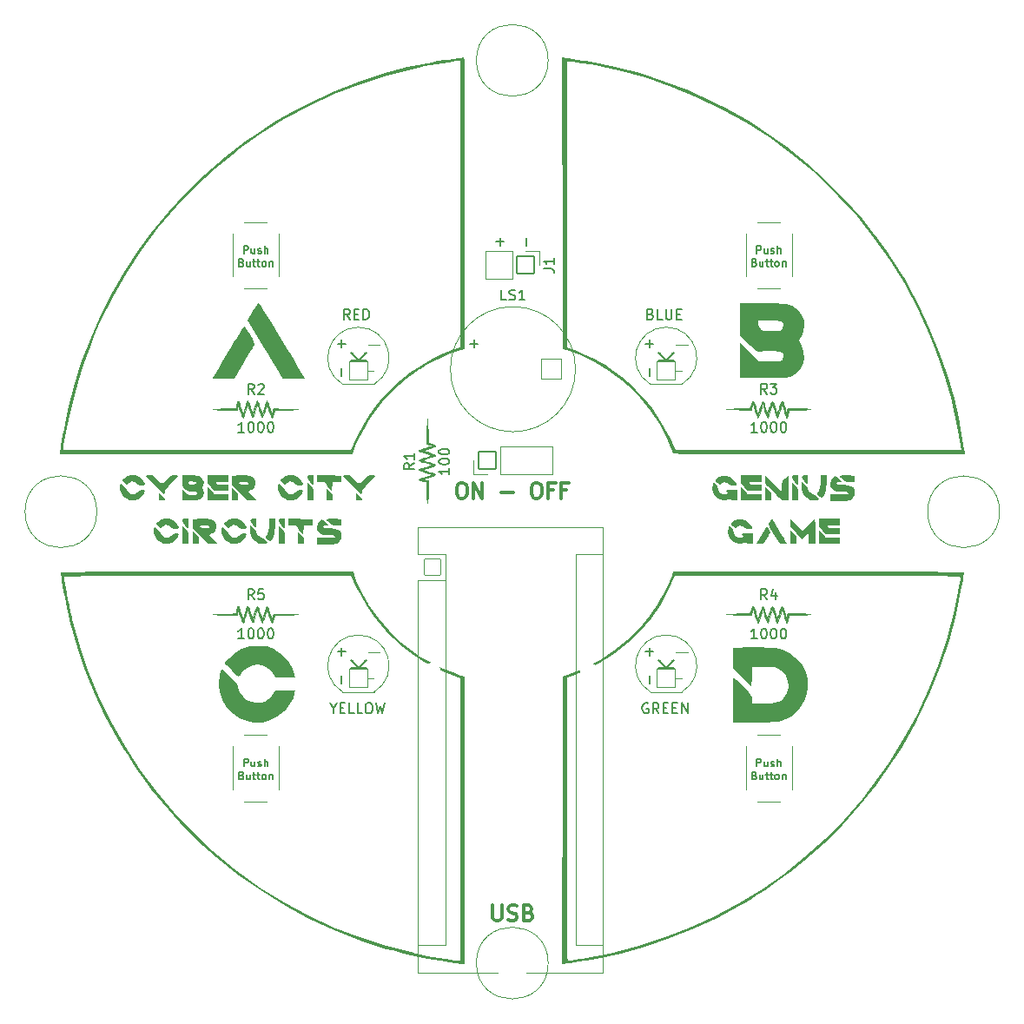
<source format=gbr>
%TF.GenerationSoftware,KiCad,Pcbnew,(5.99.0-8542-g320ca5a0d0)*%
%TF.CreationDate,2021-01-25T09:29:34-05:00*%
%TF.ProjectId,Memory Game,4d656d6f-7279-4204-9761-6d652e6b6963,rev?*%
%TF.SameCoordinates,Original*%
%TF.FileFunction,Legend,Top*%
%TF.FilePolarity,Positive*%
%FSLAX46Y46*%
G04 Gerber Fmt 4.6, Leading zero omitted, Abs format (unit mm)*
G04 Created by KiCad (PCBNEW (5.99.0-8542-g320ca5a0d0)) date 2021-01-25 09:29:34*
%MOMM*%
%LPD*%
G01*
G04 APERTURE LIST*
G04 Aperture macros list*
%AMRoundRect*
0 Rectangle with rounded corners*
0 $1 Rounding radius*
0 $2 $3 $4 $5 $6 $7 $8 $9 X,Y pos of 4 corners*
0 Add a 4 corners polygon primitive as box body*
4,1,4,$2,$3,$4,$5,$6,$7,$8,$9,$2,$3,0*
0 Add four circle primitives for the rounded corners*
1,1,$1+$1,$2,$3*
1,1,$1+$1,$4,$5*
1,1,$1+$1,$6,$7*
1,1,$1+$1,$8,$9*
0 Add four rect primitives between the rounded corners*
20,1,$1+$1,$2,$3,$4,$5,0*
20,1,$1+$1,$4,$5,$6,$7,0*
20,1,$1+$1,$6,$7,$8,$9,0*
20,1,$1+$1,$8,$9,$2,$3,0*%
G04 Aperture macros list end*
%ADD10C,0.300000*%
%ADD11C,0.150000*%
%ADD12C,0.120000*%
%ADD13C,0.100000*%
%ADD14C,0.010000*%
%ADD15RoundRect,0.050000X0.900000X-0.900000X0.900000X0.900000X-0.900000X0.900000X-0.900000X-0.900000X0*%
%ADD16C,1.900000*%
%ADD17C,2.300000*%
%ADD18RoundRect,0.050000X-0.800000X-0.800000X0.800000X-0.800000X0.800000X0.800000X-0.800000X0.800000X0*%
%ADD19O,1.700000X1.700000*%
%ADD20C,2.100000*%
%ADD21RoundRect,0.050000X-1.000000X-1.000000X1.000000X-1.000000X1.000000X1.000000X-1.000000X1.000000X0*%
%ADD22O,1.800000X1.800000*%
%ADD23RoundRect,0.050000X-0.850000X0.850000X-0.850000X-0.850000X0.850000X-0.850000X0.850000X0.850000X0*%
%ADD24RoundRect,0.050000X0.850000X-0.850000X0.850000X0.850000X-0.850000X0.850000X-0.850000X-0.850000X0*%
%ADD25C,1.700000*%
%ADD26C,3.400000*%
G04 APERTURE END LIST*
D10*
X98107142Y-138370571D02*
X98107142Y-139584857D01*
X98178571Y-139727714D01*
X98250000Y-139799142D01*
X98392857Y-139870571D01*
X98678571Y-139870571D01*
X98821428Y-139799142D01*
X98892857Y-139727714D01*
X98964285Y-139584857D01*
X98964285Y-138370571D01*
X99607142Y-139799142D02*
X99821428Y-139870571D01*
X100178571Y-139870571D01*
X100321428Y-139799142D01*
X100392857Y-139727714D01*
X100464285Y-139584857D01*
X100464285Y-139442000D01*
X100392857Y-139299142D01*
X100321428Y-139227714D01*
X100178571Y-139156285D01*
X99892857Y-139084857D01*
X99750000Y-139013428D01*
X99678571Y-138942000D01*
X99607142Y-138799142D01*
X99607142Y-138656285D01*
X99678571Y-138513428D01*
X99750000Y-138442000D01*
X99892857Y-138370571D01*
X100250000Y-138370571D01*
X100464285Y-138442000D01*
X101607142Y-139084857D02*
X101821428Y-139156285D01*
X101892857Y-139227714D01*
X101964285Y-139370571D01*
X101964285Y-139584857D01*
X101892857Y-139727714D01*
X101821428Y-139799142D01*
X101678571Y-139870571D01*
X101107142Y-139870571D01*
X101107142Y-138370571D01*
X101607142Y-138370571D01*
X101750000Y-138442000D01*
X101821428Y-138513428D01*
X101892857Y-138656285D01*
X101892857Y-138799142D01*
X101821428Y-138942000D01*
X101750000Y-139013428D01*
X101607142Y-139084857D01*
X101107142Y-139084857D01*
X94928571Y-97178571D02*
X95214285Y-97178571D01*
X95357142Y-97250000D01*
X95500000Y-97392857D01*
X95571428Y-97678571D01*
X95571428Y-98178571D01*
X95500000Y-98464285D01*
X95357142Y-98607142D01*
X95214285Y-98678571D01*
X94928571Y-98678571D01*
X94785714Y-98607142D01*
X94642857Y-98464285D01*
X94571428Y-98178571D01*
X94571428Y-97678571D01*
X94642857Y-97392857D01*
X94785714Y-97250000D01*
X94928571Y-97178571D01*
X96214285Y-98678571D02*
X96214285Y-97178571D01*
X97071428Y-98678571D01*
X97071428Y-97178571D01*
X98928571Y-98107142D02*
X100071428Y-98107142D01*
X102214285Y-97178571D02*
X102500000Y-97178571D01*
X102642857Y-97250000D01*
X102785714Y-97392857D01*
X102857142Y-97678571D01*
X102857142Y-98178571D01*
X102785714Y-98464285D01*
X102642857Y-98607142D01*
X102500000Y-98678571D01*
X102214285Y-98678571D01*
X102071428Y-98607142D01*
X101928571Y-98464285D01*
X101857142Y-98178571D01*
X101857142Y-97678571D01*
X101928571Y-97392857D01*
X102071428Y-97250000D01*
X102214285Y-97178571D01*
X104000000Y-97892857D02*
X103500000Y-97892857D01*
X103500000Y-98678571D02*
X103500000Y-97178571D01*
X104214285Y-97178571D01*
X105285714Y-97892857D02*
X104785714Y-97892857D01*
X104785714Y-98678571D02*
X104785714Y-97178571D01*
X105500000Y-97178571D01*
D11*
%TO.C,RED*%
X84157142Y-81252380D02*
X83823809Y-80776190D01*
X83585714Y-81252380D02*
X83585714Y-80252380D01*
X83966666Y-80252380D01*
X84061904Y-80300000D01*
X84109523Y-80347619D01*
X84157142Y-80442857D01*
X84157142Y-80585714D01*
X84109523Y-80680952D01*
X84061904Y-80728571D01*
X83966666Y-80776190D01*
X83585714Y-80776190D01*
X84585714Y-80728571D02*
X84919047Y-80728571D01*
X85061904Y-81252380D02*
X84585714Y-81252380D01*
X84585714Y-80252380D01*
X85061904Y-80252380D01*
X85490476Y-81252380D02*
X85490476Y-80252380D01*
X85728571Y-80252380D01*
X85871428Y-80300000D01*
X85966666Y-80395238D01*
X86014285Y-80490476D01*
X86061904Y-80680952D01*
X86061904Y-80823809D01*
X86014285Y-81014285D01*
X85966666Y-81109523D01*
X85871428Y-81204761D01*
X85728571Y-81252380D01*
X85490476Y-81252380D01*
X83371428Y-86761904D02*
X83371428Y-86000000D01*
X83371428Y-84000000D02*
X83371428Y-83238095D01*
X83752380Y-83619047D02*
X82990476Y-83619047D01*
%TO.C,BLUE*%
X113490476Y-80728571D02*
X113633333Y-80776190D01*
X113680952Y-80823809D01*
X113728571Y-80919047D01*
X113728571Y-81061904D01*
X113680952Y-81157142D01*
X113633333Y-81204761D01*
X113538095Y-81252380D01*
X113157142Y-81252380D01*
X113157142Y-80252380D01*
X113490476Y-80252380D01*
X113585714Y-80300000D01*
X113633333Y-80347619D01*
X113680952Y-80442857D01*
X113680952Y-80538095D01*
X113633333Y-80633333D01*
X113585714Y-80680952D01*
X113490476Y-80728571D01*
X113157142Y-80728571D01*
X114633333Y-81252380D02*
X114157142Y-81252380D01*
X114157142Y-80252380D01*
X114966666Y-80252380D02*
X114966666Y-81061904D01*
X115014285Y-81157142D01*
X115061904Y-81204761D01*
X115157142Y-81252380D01*
X115347619Y-81252380D01*
X115442857Y-81204761D01*
X115490476Y-81157142D01*
X115538095Y-81061904D01*
X115538095Y-80252380D01*
X116014285Y-80728571D02*
X116347619Y-80728571D01*
X116490476Y-81252380D02*
X116014285Y-81252380D01*
X116014285Y-80252380D01*
X116490476Y-80252380D01*
X113371428Y-86761904D02*
X113371428Y-86000000D01*
X113371428Y-84000000D02*
X113371428Y-83238095D01*
X113752380Y-83619047D02*
X112990476Y-83619047D01*
%TO.C,GREEN*%
X113233333Y-118700000D02*
X113138095Y-118652380D01*
X112995238Y-118652380D01*
X112852380Y-118700000D01*
X112757142Y-118795238D01*
X112709523Y-118890476D01*
X112661904Y-119080952D01*
X112661904Y-119223809D01*
X112709523Y-119414285D01*
X112757142Y-119509523D01*
X112852380Y-119604761D01*
X112995238Y-119652380D01*
X113090476Y-119652380D01*
X113233333Y-119604761D01*
X113280952Y-119557142D01*
X113280952Y-119223809D01*
X113090476Y-119223809D01*
X114280952Y-119652380D02*
X113947619Y-119176190D01*
X113709523Y-119652380D02*
X113709523Y-118652380D01*
X114090476Y-118652380D01*
X114185714Y-118700000D01*
X114233333Y-118747619D01*
X114280952Y-118842857D01*
X114280952Y-118985714D01*
X114233333Y-119080952D01*
X114185714Y-119128571D01*
X114090476Y-119176190D01*
X113709523Y-119176190D01*
X114709523Y-119128571D02*
X115042857Y-119128571D01*
X115185714Y-119652380D02*
X114709523Y-119652380D01*
X114709523Y-118652380D01*
X115185714Y-118652380D01*
X115614285Y-119128571D02*
X115947619Y-119128571D01*
X116090476Y-119652380D02*
X115614285Y-119652380D01*
X115614285Y-118652380D01*
X116090476Y-118652380D01*
X116519047Y-119652380D02*
X116519047Y-118652380D01*
X117090476Y-119652380D01*
X117090476Y-118652380D01*
X113371428Y-116761904D02*
X113371428Y-116000000D01*
X113371428Y-114000000D02*
X113371428Y-113238095D01*
X113752380Y-113619047D02*
X112990476Y-113619047D01*
%TO.C,YELLOW*%
X82542857Y-119176190D02*
X82542857Y-119652380D01*
X82209523Y-118652380D02*
X82542857Y-119176190D01*
X82876190Y-118652380D01*
X83209523Y-119128571D02*
X83542857Y-119128571D01*
X83685714Y-119652380D02*
X83209523Y-119652380D01*
X83209523Y-118652380D01*
X83685714Y-118652380D01*
X84590476Y-119652380D02*
X84114285Y-119652380D01*
X84114285Y-118652380D01*
X85400000Y-119652380D02*
X84923809Y-119652380D01*
X84923809Y-118652380D01*
X85923809Y-118652380D02*
X86114285Y-118652380D01*
X86209523Y-118700000D01*
X86304761Y-118795238D01*
X86352380Y-118985714D01*
X86352380Y-119319047D01*
X86304761Y-119509523D01*
X86209523Y-119604761D01*
X86114285Y-119652380D01*
X85923809Y-119652380D01*
X85828571Y-119604761D01*
X85733333Y-119509523D01*
X85685714Y-119319047D01*
X85685714Y-118985714D01*
X85733333Y-118795238D01*
X85828571Y-118700000D01*
X85923809Y-118652380D01*
X86685714Y-118652380D02*
X86923809Y-119652380D01*
X87114285Y-118938095D01*
X87304761Y-119652380D01*
X87542857Y-118652380D01*
X83371428Y-116761904D02*
X83371428Y-116000000D01*
X83371428Y-114000000D02*
X83371428Y-113238095D01*
X83752380Y-113619047D02*
X82990476Y-113619047D01*
%TO.C,SW1*%
X73821428Y-74831285D02*
X73821428Y-74081285D01*
X74107142Y-74081285D01*
X74178571Y-74117000D01*
X74214285Y-74152714D01*
X74250000Y-74224142D01*
X74250000Y-74331285D01*
X74214285Y-74402714D01*
X74178571Y-74438428D01*
X74107142Y-74474142D01*
X73821428Y-74474142D01*
X74892857Y-74331285D02*
X74892857Y-74831285D01*
X74571428Y-74331285D02*
X74571428Y-74724142D01*
X74607142Y-74795571D01*
X74678571Y-74831285D01*
X74785714Y-74831285D01*
X74857142Y-74795571D01*
X74892857Y-74759857D01*
X75214285Y-74795571D02*
X75285714Y-74831285D01*
X75428571Y-74831285D01*
X75500000Y-74795571D01*
X75535714Y-74724142D01*
X75535714Y-74688428D01*
X75500000Y-74617000D01*
X75428571Y-74581285D01*
X75321428Y-74581285D01*
X75250000Y-74545571D01*
X75214285Y-74474142D01*
X75214285Y-74438428D01*
X75250000Y-74367000D01*
X75321428Y-74331285D01*
X75428571Y-74331285D01*
X75500000Y-74367000D01*
X75857142Y-74831285D02*
X75857142Y-74081285D01*
X76178571Y-74831285D02*
X76178571Y-74438428D01*
X76142857Y-74367000D01*
X76071428Y-74331285D01*
X75964285Y-74331285D01*
X75892857Y-74367000D01*
X75857142Y-74402714D01*
X73607142Y-75708428D02*
X73714285Y-75744142D01*
X73750000Y-75779857D01*
X73785714Y-75851285D01*
X73785714Y-75958428D01*
X73750000Y-76029857D01*
X73714285Y-76065571D01*
X73642857Y-76101285D01*
X73357142Y-76101285D01*
X73357142Y-75351285D01*
X73607142Y-75351285D01*
X73678571Y-75387000D01*
X73714285Y-75422714D01*
X73750000Y-75494142D01*
X73750000Y-75565571D01*
X73714285Y-75637000D01*
X73678571Y-75672714D01*
X73607142Y-75708428D01*
X73357142Y-75708428D01*
X74428571Y-75601285D02*
X74428571Y-76101285D01*
X74107142Y-75601285D02*
X74107142Y-75994142D01*
X74142857Y-76065571D01*
X74214285Y-76101285D01*
X74321428Y-76101285D01*
X74392857Y-76065571D01*
X74428571Y-76029857D01*
X74678571Y-75601285D02*
X74964285Y-75601285D01*
X74785714Y-75351285D02*
X74785714Y-75994142D01*
X74821428Y-76065571D01*
X74892857Y-76101285D01*
X74964285Y-76101285D01*
X75107142Y-75601285D02*
X75392857Y-75601285D01*
X75214285Y-75351285D02*
X75214285Y-75994142D01*
X75250000Y-76065571D01*
X75321428Y-76101285D01*
X75392857Y-76101285D01*
X75750000Y-76101285D02*
X75678571Y-76065571D01*
X75642857Y-76029857D01*
X75607142Y-75958428D01*
X75607142Y-75744142D01*
X75642857Y-75672714D01*
X75678571Y-75637000D01*
X75750000Y-75601285D01*
X75857142Y-75601285D01*
X75928571Y-75637000D01*
X75964285Y-75672714D01*
X76000000Y-75744142D01*
X76000000Y-75958428D01*
X75964285Y-76029857D01*
X75928571Y-76065571D01*
X75857142Y-76101285D01*
X75750000Y-76101285D01*
X76321428Y-75601285D02*
X76321428Y-76101285D01*
X76321428Y-75672714D02*
X76357142Y-75637000D01*
X76428571Y-75601285D01*
X76535714Y-75601285D01*
X76607142Y-75637000D01*
X76642857Y-75708428D01*
X76642857Y-76101285D01*
%TO.C,SW2*%
X123607142Y-75708428D02*
X123714285Y-75744142D01*
X123750000Y-75779857D01*
X123785714Y-75851285D01*
X123785714Y-75958428D01*
X123750000Y-76029857D01*
X123714285Y-76065571D01*
X123642857Y-76101285D01*
X123357142Y-76101285D01*
X123357142Y-75351285D01*
X123607142Y-75351285D01*
X123678571Y-75387000D01*
X123714285Y-75422714D01*
X123750000Y-75494142D01*
X123750000Y-75565571D01*
X123714285Y-75637000D01*
X123678571Y-75672714D01*
X123607142Y-75708428D01*
X123357142Y-75708428D01*
X124428571Y-75601285D02*
X124428571Y-76101285D01*
X124107142Y-75601285D02*
X124107142Y-75994142D01*
X124142857Y-76065571D01*
X124214285Y-76101285D01*
X124321428Y-76101285D01*
X124392857Y-76065571D01*
X124428571Y-76029857D01*
X124678571Y-75601285D02*
X124964285Y-75601285D01*
X124785714Y-75351285D02*
X124785714Y-75994142D01*
X124821428Y-76065571D01*
X124892857Y-76101285D01*
X124964285Y-76101285D01*
X125107142Y-75601285D02*
X125392857Y-75601285D01*
X125214285Y-75351285D02*
X125214285Y-75994142D01*
X125250000Y-76065571D01*
X125321428Y-76101285D01*
X125392857Y-76101285D01*
X125750000Y-76101285D02*
X125678571Y-76065571D01*
X125642857Y-76029857D01*
X125607142Y-75958428D01*
X125607142Y-75744142D01*
X125642857Y-75672714D01*
X125678571Y-75637000D01*
X125750000Y-75601285D01*
X125857142Y-75601285D01*
X125928571Y-75637000D01*
X125964285Y-75672714D01*
X126000000Y-75744142D01*
X126000000Y-75958428D01*
X125964285Y-76029857D01*
X125928571Y-76065571D01*
X125857142Y-76101285D01*
X125750000Y-76101285D01*
X126321428Y-75601285D02*
X126321428Y-76101285D01*
X126321428Y-75672714D02*
X126357142Y-75637000D01*
X126428571Y-75601285D01*
X126535714Y-75601285D01*
X126607142Y-75637000D01*
X126642857Y-75708428D01*
X126642857Y-76101285D01*
X123821428Y-74831285D02*
X123821428Y-74081285D01*
X124107142Y-74081285D01*
X124178571Y-74117000D01*
X124214285Y-74152714D01*
X124250000Y-74224142D01*
X124250000Y-74331285D01*
X124214285Y-74402714D01*
X124178571Y-74438428D01*
X124107142Y-74474142D01*
X123821428Y-74474142D01*
X124892857Y-74331285D02*
X124892857Y-74831285D01*
X124571428Y-74331285D02*
X124571428Y-74724142D01*
X124607142Y-74795571D01*
X124678571Y-74831285D01*
X124785714Y-74831285D01*
X124857142Y-74795571D01*
X124892857Y-74759857D01*
X125214285Y-74795571D02*
X125285714Y-74831285D01*
X125428571Y-74831285D01*
X125500000Y-74795571D01*
X125535714Y-74724142D01*
X125535714Y-74688428D01*
X125500000Y-74617000D01*
X125428571Y-74581285D01*
X125321428Y-74581285D01*
X125250000Y-74545571D01*
X125214285Y-74474142D01*
X125214285Y-74438428D01*
X125250000Y-74367000D01*
X125321428Y-74331285D01*
X125428571Y-74331285D01*
X125500000Y-74367000D01*
X125857142Y-74831285D02*
X125857142Y-74081285D01*
X126178571Y-74831285D02*
X126178571Y-74438428D01*
X126142857Y-74367000D01*
X126071428Y-74331285D01*
X125964285Y-74331285D01*
X125892857Y-74367000D01*
X125857142Y-74402714D01*
%TO.C,SW3*%
X123607142Y-125708428D02*
X123714285Y-125744142D01*
X123750000Y-125779857D01*
X123785714Y-125851285D01*
X123785714Y-125958428D01*
X123750000Y-126029857D01*
X123714285Y-126065571D01*
X123642857Y-126101285D01*
X123357142Y-126101285D01*
X123357142Y-125351285D01*
X123607142Y-125351285D01*
X123678571Y-125387000D01*
X123714285Y-125422714D01*
X123750000Y-125494142D01*
X123750000Y-125565571D01*
X123714285Y-125637000D01*
X123678571Y-125672714D01*
X123607142Y-125708428D01*
X123357142Y-125708428D01*
X124428571Y-125601285D02*
X124428571Y-126101285D01*
X124107142Y-125601285D02*
X124107142Y-125994142D01*
X124142857Y-126065571D01*
X124214285Y-126101285D01*
X124321428Y-126101285D01*
X124392857Y-126065571D01*
X124428571Y-126029857D01*
X124678571Y-125601285D02*
X124964285Y-125601285D01*
X124785714Y-125351285D02*
X124785714Y-125994142D01*
X124821428Y-126065571D01*
X124892857Y-126101285D01*
X124964285Y-126101285D01*
X125107142Y-125601285D02*
X125392857Y-125601285D01*
X125214285Y-125351285D02*
X125214285Y-125994142D01*
X125250000Y-126065571D01*
X125321428Y-126101285D01*
X125392857Y-126101285D01*
X125750000Y-126101285D02*
X125678571Y-126065571D01*
X125642857Y-126029857D01*
X125607142Y-125958428D01*
X125607142Y-125744142D01*
X125642857Y-125672714D01*
X125678571Y-125637000D01*
X125750000Y-125601285D01*
X125857142Y-125601285D01*
X125928571Y-125637000D01*
X125964285Y-125672714D01*
X126000000Y-125744142D01*
X126000000Y-125958428D01*
X125964285Y-126029857D01*
X125928571Y-126065571D01*
X125857142Y-126101285D01*
X125750000Y-126101285D01*
X126321428Y-125601285D02*
X126321428Y-126101285D01*
X126321428Y-125672714D02*
X126357142Y-125637000D01*
X126428571Y-125601285D01*
X126535714Y-125601285D01*
X126607142Y-125637000D01*
X126642857Y-125708428D01*
X126642857Y-126101285D01*
X123821428Y-124831285D02*
X123821428Y-124081285D01*
X124107142Y-124081285D01*
X124178571Y-124117000D01*
X124214285Y-124152714D01*
X124250000Y-124224142D01*
X124250000Y-124331285D01*
X124214285Y-124402714D01*
X124178571Y-124438428D01*
X124107142Y-124474142D01*
X123821428Y-124474142D01*
X124892857Y-124331285D02*
X124892857Y-124831285D01*
X124571428Y-124331285D02*
X124571428Y-124724142D01*
X124607142Y-124795571D01*
X124678571Y-124831285D01*
X124785714Y-124831285D01*
X124857142Y-124795571D01*
X124892857Y-124759857D01*
X125214285Y-124795571D02*
X125285714Y-124831285D01*
X125428571Y-124831285D01*
X125500000Y-124795571D01*
X125535714Y-124724142D01*
X125535714Y-124688428D01*
X125500000Y-124617000D01*
X125428571Y-124581285D01*
X125321428Y-124581285D01*
X125250000Y-124545571D01*
X125214285Y-124474142D01*
X125214285Y-124438428D01*
X125250000Y-124367000D01*
X125321428Y-124331285D01*
X125428571Y-124331285D01*
X125500000Y-124367000D01*
X125857142Y-124831285D02*
X125857142Y-124081285D01*
X126178571Y-124831285D02*
X126178571Y-124438428D01*
X126142857Y-124367000D01*
X126071428Y-124331285D01*
X125964285Y-124331285D01*
X125892857Y-124367000D01*
X125857142Y-124402714D01*
%TO.C,SW4*%
X73607142Y-125708428D02*
X73714285Y-125744142D01*
X73750000Y-125779857D01*
X73785714Y-125851285D01*
X73785714Y-125958428D01*
X73750000Y-126029857D01*
X73714285Y-126065571D01*
X73642857Y-126101285D01*
X73357142Y-126101285D01*
X73357142Y-125351285D01*
X73607142Y-125351285D01*
X73678571Y-125387000D01*
X73714285Y-125422714D01*
X73750000Y-125494142D01*
X73750000Y-125565571D01*
X73714285Y-125637000D01*
X73678571Y-125672714D01*
X73607142Y-125708428D01*
X73357142Y-125708428D01*
X74428571Y-125601285D02*
X74428571Y-126101285D01*
X74107142Y-125601285D02*
X74107142Y-125994142D01*
X74142857Y-126065571D01*
X74214285Y-126101285D01*
X74321428Y-126101285D01*
X74392857Y-126065571D01*
X74428571Y-126029857D01*
X74678571Y-125601285D02*
X74964285Y-125601285D01*
X74785714Y-125351285D02*
X74785714Y-125994142D01*
X74821428Y-126065571D01*
X74892857Y-126101285D01*
X74964285Y-126101285D01*
X75107142Y-125601285D02*
X75392857Y-125601285D01*
X75214285Y-125351285D02*
X75214285Y-125994142D01*
X75250000Y-126065571D01*
X75321428Y-126101285D01*
X75392857Y-126101285D01*
X75750000Y-126101285D02*
X75678571Y-126065571D01*
X75642857Y-126029857D01*
X75607142Y-125958428D01*
X75607142Y-125744142D01*
X75642857Y-125672714D01*
X75678571Y-125637000D01*
X75750000Y-125601285D01*
X75857142Y-125601285D01*
X75928571Y-125637000D01*
X75964285Y-125672714D01*
X76000000Y-125744142D01*
X76000000Y-125958428D01*
X75964285Y-126029857D01*
X75928571Y-126065571D01*
X75857142Y-126101285D01*
X75750000Y-126101285D01*
X76321428Y-125601285D02*
X76321428Y-126101285D01*
X76321428Y-125672714D02*
X76357142Y-125637000D01*
X76428571Y-125601285D01*
X76535714Y-125601285D01*
X76607142Y-125637000D01*
X76642857Y-125708428D01*
X76642857Y-126101285D01*
X73821428Y-124831285D02*
X73821428Y-124081285D01*
X74107142Y-124081285D01*
X74178571Y-124117000D01*
X74214285Y-124152714D01*
X74250000Y-124224142D01*
X74250000Y-124331285D01*
X74214285Y-124402714D01*
X74178571Y-124438428D01*
X74107142Y-124474142D01*
X73821428Y-124474142D01*
X74892857Y-124331285D02*
X74892857Y-124831285D01*
X74571428Y-124331285D02*
X74571428Y-124724142D01*
X74607142Y-124795571D01*
X74678571Y-124831285D01*
X74785714Y-124831285D01*
X74857142Y-124795571D01*
X74892857Y-124759857D01*
X75214285Y-124795571D02*
X75285714Y-124831285D01*
X75428571Y-124831285D01*
X75500000Y-124795571D01*
X75535714Y-124724142D01*
X75535714Y-124688428D01*
X75500000Y-124617000D01*
X75428571Y-124581285D01*
X75321428Y-124581285D01*
X75250000Y-124545571D01*
X75214285Y-124474142D01*
X75214285Y-124438428D01*
X75250000Y-124367000D01*
X75321428Y-124331285D01*
X75428571Y-124331285D01*
X75500000Y-124367000D01*
X75857142Y-124831285D02*
X75857142Y-124081285D01*
X76178571Y-124831285D02*
X76178571Y-124438428D01*
X76142857Y-124367000D01*
X76071428Y-124331285D01*
X75964285Y-124331285D01*
X75892857Y-124367000D01*
X75857142Y-124402714D01*
%TO.C,LS1*%
X99423142Y-79358380D02*
X98946952Y-79358380D01*
X98946952Y-78358380D01*
X99708857Y-79310761D02*
X99851714Y-79358380D01*
X100089809Y-79358380D01*
X100185047Y-79310761D01*
X100232666Y-79263142D01*
X100280285Y-79167904D01*
X100280285Y-79072666D01*
X100232666Y-78977428D01*
X100185047Y-78929809D01*
X100089809Y-78882190D01*
X99899333Y-78834571D01*
X99804095Y-78786952D01*
X99756476Y-78739333D01*
X99708857Y-78644095D01*
X99708857Y-78548857D01*
X99756476Y-78453619D01*
X99804095Y-78406000D01*
X99899333Y-78358380D01*
X100137428Y-78358380D01*
X100280285Y-78406000D01*
X101232666Y-79358380D02*
X100661238Y-79358380D01*
X100946952Y-79358380D02*
X100946952Y-78358380D01*
X100851714Y-78501238D01*
X100756476Y-78596476D01*
X100661238Y-78644095D01*
X95875047Y-83637428D02*
X96636952Y-83637428D01*
X96256000Y-84018380D02*
X96256000Y-83256476D01*
%TO.C,J1*%
X103052380Y-76279333D02*
X103766666Y-76279333D01*
X103909523Y-76326952D01*
X104004761Y-76422190D01*
X104052380Y-76565047D01*
X104052380Y-76660285D01*
X104052380Y-75279333D02*
X104052380Y-75850761D01*
X104052380Y-75565047D02*
X103052380Y-75565047D01*
X103195238Y-75660285D01*
X103290476Y-75755523D01*
X103338095Y-75850761D01*
X101341428Y-74040952D02*
X101341428Y-73279047D01*
X98801428Y-74040952D02*
X98801428Y-73279047D01*
X99182380Y-73660000D02*
X98420476Y-73660000D01*
%TO.C,R1*%
X90452380Y-95266666D02*
X89976190Y-95600000D01*
X90452380Y-95838095D02*
X89452380Y-95838095D01*
X89452380Y-95457142D01*
X89500000Y-95361904D01*
X89547619Y-95314285D01*
X89642857Y-95266666D01*
X89785714Y-95266666D01*
X89880952Y-95314285D01*
X89928571Y-95361904D01*
X89976190Y-95457142D01*
X89976190Y-95838095D01*
X90452380Y-94314285D02*
X90452380Y-94885714D01*
X90452380Y-94600000D02*
X89452380Y-94600000D01*
X89595238Y-94695238D01*
X89690476Y-94790476D01*
X89738095Y-94885714D01*
X93852380Y-95766666D02*
X93852380Y-96338095D01*
X93852380Y-96052380D02*
X92852380Y-96052380D01*
X92995238Y-96147619D01*
X93090476Y-96242857D01*
X93138095Y-96338095D01*
X92852380Y-95147619D02*
X92852380Y-95052380D01*
X92900000Y-94957142D01*
X92947619Y-94909523D01*
X93042857Y-94861904D01*
X93233333Y-94814285D01*
X93471428Y-94814285D01*
X93661904Y-94861904D01*
X93757142Y-94909523D01*
X93804761Y-94957142D01*
X93852380Y-95052380D01*
X93852380Y-95147619D01*
X93804761Y-95242857D01*
X93757142Y-95290476D01*
X93661904Y-95338095D01*
X93471428Y-95385714D01*
X93233333Y-95385714D01*
X93042857Y-95338095D01*
X92947619Y-95290476D01*
X92900000Y-95242857D01*
X92852380Y-95147619D01*
X92852380Y-94195238D02*
X92852380Y-94100000D01*
X92900000Y-94004761D01*
X92947619Y-93957142D01*
X93042857Y-93909523D01*
X93233333Y-93861904D01*
X93471428Y-93861904D01*
X93661904Y-93909523D01*
X93757142Y-93957142D01*
X93804761Y-94004761D01*
X93852380Y-94100000D01*
X93852380Y-94195238D01*
X93804761Y-94290476D01*
X93757142Y-94338095D01*
X93661904Y-94385714D01*
X93471428Y-94433333D01*
X93233333Y-94433333D01*
X93042857Y-94385714D01*
X92947619Y-94338095D01*
X92900000Y-94290476D01*
X92852380Y-94195238D01*
%TO.C,R3*%
X124833333Y-88522380D02*
X124500000Y-88046190D01*
X124261904Y-88522380D02*
X124261904Y-87522380D01*
X124642857Y-87522380D01*
X124738095Y-87570000D01*
X124785714Y-87617619D01*
X124833333Y-87712857D01*
X124833333Y-87855714D01*
X124785714Y-87950952D01*
X124738095Y-87998571D01*
X124642857Y-88046190D01*
X124261904Y-88046190D01*
X125166666Y-87522380D02*
X125785714Y-87522380D01*
X125452380Y-87903333D01*
X125595238Y-87903333D01*
X125690476Y-87950952D01*
X125738095Y-87998571D01*
X125785714Y-88093809D01*
X125785714Y-88331904D01*
X125738095Y-88427142D01*
X125690476Y-88474761D01*
X125595238Y-88522380D01*
X125309523Y-88522380D01*
X125214285Y-88474761D01*
X125166666Y-88427142D01*
X123857142Y-92252380D02*
X123285714Y-92252380D01*
X123571428Y-92252380D02*
X123571428Y-91252380D01*
X123476190Y-91395238D01*
X123380952Y-91490476D01*
X123285714Y-91538095D01*
X124476190Y-91252380D02*
X124571428Y-91252380D01*
X124666666Y-91300000D01*
X124714285Y-91347619D01*
X124761904Y-91442857D01*
X124809523Y-91633333D01*
X124809523Y-91871428D01*
X124761904Y-92061904D01*
X124714285Y-92157142D01*
X124666666Y-92204761D01*
X124571428Y-92252380D01*
X124476190Y-92252380D01*
X124380952Y-92204761D01*
X124333333Y-92157142D01*
X124285714Y-92061904D01*
X124238095Y-91871428D01*
X124238095Y-91633333D01*
X124285714Y-91442857D01*
X124333333Y-91347619D01*
X124380952Y-91300000D01*
X124476190Y-91252380D01*
X125428571Y-91252380D02*
X125523809Y-91252380D01*
X125619047Y-91300000D01*
X125666666Y-91347619D01*
X125714285Y-91442857D01*
X125761904Y-91633333D01*
X125761904Y-91871428D01*
X125714285Y-92061904D01*
X125666666Y-92157142D01*
X125619047Y-92204761D01*
X125523809Y-92252380D01*
X125428571Y-92252380D01*
X125333333Y-92204761D01*
X125285714Y-92157142D01*
X125238095Y-92061904D01*
X125190476Y-91871428D01*
X125190476Y-91633333D01*
X125238095Y-91442857D01*
X125285714Y-91347619D01*
X125333333Y-91300000D01*
X125428571Y-91252380D01*
X126380952Y-91252380D02*
X126476190Y-91252380D01*
X126571428Y-91300000D01*
X126619047Y-91347619D01*
X126666666Y-91442857D01*
X126714285Y-91633333D01*
X126714285Y-91871428D01*
X126666666Y-92061904D01*
X126619047Y-92157142D01*
X126571428Y-92204761D01*
X126476190Y-92252380D01*
X126380952Y-92252380D01*
X126285714Y-92204761D01*
X126238095Y-92157142D01*
X126190476Y-92061904D01*
X126142857Y-91871428D01*
X126142857Y-91633333D01*
X126190476Y-91442857D01*
X126238095Y-91347619D01*
X126285714Y-91300000D01*
X126380952Y-91252380D01*
%TO.C,R2*%
X74833333Y-88552380D02*
X74500000Y-88076190D01*
X74261904Y-88552380D02*
X74261904Y-87552380D01*
X74642857Y-87552380D01*
X74738095Y-87600000D01*
X74785714Y-87647619D01*
X74833333Y-87742857D01*
X74833333Y-87885714D01*
X74785714Y-87980952D01*
X74738095Y-88028571D01*
X74642857Y-88076190D01*
X74261904Y-88076190D01*
X75214285Y-87647619D02*
X75261904Y-87600000D01*
X75357142Y-87552380D01*
X75595238Y-87552380D01*
X75690476Y-87600000D01*
X75738095Y-87647619D01*
X75785714Y-87742857D01*
X75785714Y-87838095D01*
X75738095Y-87980952D01*
X75166666Y-88552380D01*
X75785714Y-88552380D01*
X73857142Y-92252380D02*
X73285714Y-92252380D01*
X73571428Y-92252380D02*
X73571428Y-91252380D01*
X73476190Y-91395238D01*
X73380952Y-91490476D01*
X73285714Y-91538095D01*
X74476190Y-91252380D02*
X74571428Y-91252380D01*
X74666666Y-91300000D01*
X74714285Y-91347619D01*
X74761904Y-91442857D01*
X74809523Y-91633333D01*
X74809523Y-91871428D01*
X74761904Y-92061904D01*
X74714285Y-92157142D01*
X74666666Y-92204761D01*
X74571428Y-92252380D01*
X74476190Y-92252380D01*
X74380952Y-92204761D01*
X74333333Y-92157142D01*
X74285714Y-92061904D01*
X74238095Y-91871428D01*
X74238095Y-91633333D01*
X74285714Y-91442857D01*
X74333333Y-91347619D01*
X74380952Y-91300000D01*
X74476190Y-91252380D01*
X75428571Y-91252380D02*
X75523809Y-91252380D01*
X75619047Y-91300000D01*
X75666666Y-91347619D01*
X75714285Y-91442857D01*
X75761904Y-91633333D01*
X75761904Y-91871428D01*
X75714285Y-92061904D01*
X75666666Y-92157142D01*
X75619047Y-92204761D01*
X75523809Y-92252380D01*
X75428571Y-92252380D01*
X75333333Y-92204761D01*
X75285714Y-92157142D01*
X75238095Y-92061904D01*
X75190476Y-91871428D01*
X75190476Y-91633333D01*
X75238095Y-91442857D01*
X75285714Y-91347619D01*
X75333333Y-91300000D01*
X75428571Y-91252380D01*
X76380952Y-91252380D02*
X76476190Y-91252380D01*
X76571428Y-91300000D01*
X76619047Y-91347619D01*
X76666666Y-91442857D01*
X76714285Y-91633333D01*
X76714285Y-91871428D01*
X76666666Y-92061904D01*
X76619047Y-92157142D01*
X76571428Y-92204761D01*
X76476190Y-92252380D01*
X76380952Y-92252380D01*
X76285714Y-92204761D01*
X76238095Y-92157142D01*
X76190476Y-92061904D01*
X76142857Y-91871428D01*
X76142857Y-91633333D01*
X76190476Y-91442857D01*
X76238095Y-91347619D01*
X76285714Y-91300000D01*
X76380952Y-91252380D01*
%TO.C,R4*%
X124833333Y-108552380D02*
X124500000Y-108076190D01*
X124261904Y-108552380D02*
X124261904Y-107552380D01*
X124642857Y-107552380D01*
X124738095Y-107600000D01*
X124785714Y-107647619D01*
X124833333Y-107742857D01*
X124833333Y-107885714D01*
X124785714Y-107980952D01*
X124738095Y-108028571D01*
X124642857Y-108076190D01*
X124261904Y-108076190D01*
X125690476Y-107885714D02*
X125690476Y-108552380D01*
X125452380Y-107504761D02*
X125214285Y-108219047D01*
X125833333Y-108219047D01*
X123857142Y-112382380D02*
X123285714Y-112382380D01*
X123571428Y-112382380D02*
X123571428Y-111382380D01*
X123476190Y-111525238D01*
X123380952Y-111620476D01*
X123285714Y-111668095D01*
X124476190Y-111382380D02*
X124571428Y-111382380D01*
X124666666Y-111430000D01*
X124714285Y-111477619D01*
X124761904Y-111572857D01*
X124809523Y-111763333D01*
X124809523Y-112001428D01*
X124761904Y-112191904D01*
X124714285Y-112287142D01*
X124666666Y-112334761D01*
X124571428Y-112382380D01*
X124476190Y-112382380D01*
X124380952Y-112334761D01*
X124333333Y-112287142D01*
X124285714Y-112191904D01*
X124238095Y-112001428D01*
X124238095Y-111763333D01*
X124285714Y-111572857D01*
X124333333Y-111477619D01*
X124380952Y-111430000D01*
X124476190Y-111382380D01*
X125428571Y-111382380D02*
X125523809Y-111382380D01*
X125619047Y-111430000D01*
X125666666Y-111477619D01*
X125714285Y-111572857D01*
X125761904Y-111763333D01*
X125761904Y-112001428D01*
X125714285Y-112191904D01*
X125666666Y-112287142D01*
X125619047Y-112334761D01*
X125523809Y-112382380D01*
X125428571Y-112382380D01*
X125333333Y-112334761D01*
X125285714Y-112287142D01*
X125238095Y-112191904D01*
X125190476Y-112001428D01*
X125190476Y-111763333D01*
X125238095Y-111572857D01*
X125285714Y-111477619D01*
X125333333Y-111430000D01*
X125428571Y-111382380D01*
X126380952Y-111382380D02*
X126476190Y-111382380D01*
X126571428Y-111430000D01*
X126619047Y-111477619D01*
X126666666Y-111572857D01*
X126714285Y-111763333D01*
X126714285Y-112001428D01*
X126666666Y-112191904D01*
X126619047Y-112287142D01*
X126571428Y-112334761D01*
X126476190Y-112382380D01*
X126380952Y-112382380D01*
X126285714Y-112334761D01*
X126238095Y-112287142D01*
X126190476Y-112191904D01*
X126142857Y-112001428D01*
X126142857Y-111763333D01*
X126190476Y-111572857D01*
X126238095Y-111477619D01*
X126285714Y-111430000D01*
X126380952Y-111382380D01*
%TO.C,R5*%
X74833333Y-108552380D02*
X74500000Y-108076190D01*
X74261904Y-108552380D02*
X74261904Y-107552380D01*
X74642857Y-107552380D01*
X74738095Y-107600000D01*
X74785714Y-107647619D01*
X74833333Y-107742857D01*
X74833333Y-107885714D01*
X74785714Y-107980952D01*
X74738095Y-108028571D01*
X74642857Y-108076190D01*
X74261904Y-108076190D01*
X75738095Y-107552380D02*
X75261904Y-107552380D01*
X75214285Y-108028571D01*
X75261904Y-107980952D01*
X75357142Y-107933333D01*
X75595238Y-107933333D01*
X75690476Y-107980952D01*
X75738095Y-108028571D01*
X75785714Y-108123809D01*
X75785714Y-108361904D01*
X75738095Y-108457142D01*
X75690476Y-108504761D01*
X75595238Y-108552380D01*
X75357142Y-108552380D01*
X75261904Y-108504761D01*
X75214285Y-108457142D01*
X73857142Y-112352380D02*
X73285714Y-112352380D01*
X73571428Y-112352380D02*
X73571428Y-111352380D01*
X73476190Y-111495238D01*
X73380952Y-111590476D01*
X73285714Y-111638095D01*
X74476190Y-111352380D02*
X74571428Y-111352380D01*
X74666666Y-111400000D01*
X74714285Y-111447619D01*
X74761904Y-111542857D01*
X74809523Y-111733333D01*
X74809523Y-111971428D01*
X74761904Y-112161904D01*
X74714285Y-112257142D01*
X74666666Y-112304761D01*
X74571428Y-112352380D01*
X74476190Y-112352380D01*
X74380952Y-112304761D01*
X74333333Y-112257142D01*
X74285714Y-112161904D01*
X74238095Y-111971428D01*
X74238095Y-111733333D01*
X74285714Y-111542857D01*
X74333333Y-111447619D01*
X74380952Y-111400000D01*
X74476190Y-111352380D01*
X75428571Y-111352380D02*
X75523809Y-111352380D01*
X75619047Y-111400000D01*
X75666666Y-111447619D01*
X75714285Y-111542857D01*
X75761904Y-111733333D01*
X75761904Y-111971428D01*
X75714285Y-112161904D01*
X75666666Y-112257142D01*
X75619047Y-112304761D01*
X75523809Y-112352380D01*
X75428571Y-112352380D01*
X75333333Y-112304761D01*
X75285714Y-112257142D01*
X75238095Y-112161904D01*
X75190476Y-111971428D01*
X75190476Y-111733333D01*
X75238095Y-111542857D01*
X75285714Y-111447619D01*
X75333333Y-111400000D01*
X75428571Y-111352380D01*
X76380952Y-111352380D02*
X76476190Y-111352380D01*
X76571428Y-111400000D01*
X76619047Y-111447619D01*
X76666666Y-111542857D01*
X76714285Y-111733333D01*
X76714285Y-111971428D01*
X76666666Y-112161904D01*
X76619047Y-112257142D01*
X76571428Y-112304761D01*
X76476190Y-112352380D01*
X76380952Y-112352380D01*
X76285714Y-112304761D01*
X76238095Y-112257142D01*
X76190476Y-112161904D01*
X76142857Y-111971428D01*
X76142857Y-111733333D01*
X76190476Y-111542857D01*
X76238095Y-111447619D01*
X76285714Y-111400000D01*
X76380952Y-111352380D01*
D12*
%TO.C,RED*%
X85000000Y-86270000D02*
X86500000Y-86270000D01*
D11*
X85000000Y-84492000D02*
X85000000Y-83984000D01*
X85000000Y-85254000D02*
X85000000Y-85762000D01*
D12*
X85000000Y-83730000D02*
X87100000Y-83730000D01*
D11*
X85000000Y-85254000D02*
X84238000Y-84492000D01*
X85762000Y-84492000D02*
X85000000Y-85254000D01*
D12*
X83455000Y-87560000D02*
X86545000Y-87560000D01*
D11*
X84238000Y-85254000D02*
X85762000Y-85254000D01*
X84238000Y-84492000D02*
X85762000Y-84492000D01*
D12*
X84999538Y-82010000D02*
G75*
G02*
X86544830Y-87560000I462J-2990000D01*
G01*
X85000462Y-82010000D02*
G75*
G03*
X83455170Y-87560000I-462J-2990000D01*
G01*
D11*
%TO.C,BLUE*%
X115000000Y-85254000D02*
X115000000Y-85762000D01*
D12*
X115000000Y-83730000D02*
X117100000Y-83730000D01*
D11*
X114238000Y-85254000D02*
X115762000Y-85254000D01*
X115000000Y-85254000D02*
X114238000Y-84492000D01*
X115762000Y-84492000D02*
X115000000Y-85254000D01*
X115000000Y-84492000D02*
X115000000Y-83984000D01*
D12*
X115000000Y-86270000D02*
X116500000Y-86270000D01*
X113455000Y-87560000D02*
X116545000Y-87560000D01*
D11*
X114238000Y-84492000D02*
X115762000Y-84492000D01*
D12*
X115000462Y-82010000D02*
G75*
G03*
X113455170Y-87560000I-462J-2990000D01*
G01*
X114999538Y-82010000D02*
G75*
G02*
X116544830Y-87560000I462J-2990000D01*
G01*
%TO.C,GREEN*%
X115000000Y-116270000D02*
X116500000Y-116270000D01*
X115000000Y-113730000D02*
X117100000Y-113730000D01*
D11*
X114238000Y-115254000D02*
X115762000Y-115254000D01*
X115000000Y-115254000D02*
X114238000Y-114492000D01*
D12*
X113455000Y-117560000D02*
X116545000Y-117560000D01*
D11*
X115000000Y-114492000D02*
X115000000Y-113984000D01*
X115000000Y-115254000D02*
X115000000Y-115762000D01*
X114238000Y-114492000D02*
X115762000Y-114492000D01*
X115762000Y-114492000D02*
X115000000Y-115254000D01*
D12*
X115000462Y-112010000D02*
G75*
G03*
X113455170Y-117560000I-462J-2990000D01*
G01*
X114999538Y-112010000D02*
G75*
G02*
X116544830Y-117560000I462J-2990000D01*
G01*
D11*
%TO.C,YELLOW*%
X85762000Y-114492000D02*
X85000000Y-115254000D01*
D12*
X85000000Y-113730000D02*
X87100000Y-113730000D01*
D11*
X85000000Y-114492000D02*
X85000000Y-113984000D01*
X84238000Y-114492000D02*
X85762000Y-114492000D01*
D12*
X85000000Y-116270000D02*
X86500000Y-116270000D01*
D11*
X85000000Y-115254000D02*
X85000000Y-115762000D01*
D12*
X83455000Y-117560000D02*
X86545000Y-117560000D01*
D11*
X84238000Y-115254000D02*
X85762000Y-115254000D01*
X85000000Y-115254000D02*
X84238000Y-114492000D01*
D12*
X84999538Y-112010000D02*
G75*
G02*
X86544830Y-117560000I462J-2990000D01*
G01*
X85000462Y-112010000D02*
G75*
G03*
X83455170Y-117560000I-462J-2990000D01*
G01*
D13*
%TO.C,SW1*%
X77250000Y-78250000D02*
X77250000Y-71750000D01*
X72750000Y-71750000D02*
X77250000Y-71750000D01*
X72750000Y-78250000D02*
X72750000Y-71750000D01*
X72750000Y-78250000D02*
X77250000Y-78250000D01*
%TO.C,SW2*%
X127250000Y-78250000D02*
X127250000Y-71750000D01*
X122750000Y-78250000D02*
X127250000Y-78250000D01*
X122750000Y-71750000D02*
X127250000Y-71750000D01*
X122750000Y-78250000D02*
X122750000Y-71750000D01*
%TO.C,SW3*%
X122750000Y-121750000D02*
X127250000Y-121750000D01*
X127250000Y-128250000D02*
X127250000Y-121750000D01*
X122750000Y-128250000D02*
X122750000Y-121750000D01*
X122750000Y-128250000D02*
X127250000Y-128250000D01*
%TO.C,SW4*%
X72750000Y-128250000D02*
X77250000Y-128250000D01*
X72750000Y-128250000D02*
X72750000Y-121750000D01*
X77250000Y-128250000D02*
X77250000Y-121750000D01*
X72750000Y-121750000D02*
X77250000Y-121750000D01*
D12*
%TO.C,A1*%
X93472000Y-106680000D02*
X93472000Y-142240000D01*
X106172000Y-104140000D02*
X106172000Y-142240000D01*
X106172000Y-104140000D02*
X108842000Y-104140000D01*
X93472000Y-106680000D02*
X90802000Y-106680000D01*
X93472000Y-104140000D02*
X90802000Y-104140000D01*
X93472000Y-142240000D02*
X90802000Y-142240000D01*
X108842000Y-101470000D02*
X90802000Y-101470000D01*
X90802000Y-144910000D02*
X108842000Y-144910000D01*
X90802000Y-101470000D02*
X90802000Y-104140000D01*
X108842000Y-144910000D02*
X108842000Y-101470000D01*
X93472000Y-106680000D02*
X93472000Y-104140000D01*
X106172000Y-142240000D02*
X108842000Y-142240000D01*
X90802000Y-106680000D02*
X90802000Y-144910000D01*
%TO.C,LS1*%
X106166000Y-86106000D02*
G75*
G03*
X106166000Y-86106000I-6100000J0D01*
G01*
%TO.C,J1*%
X102600000Y-74616000D02*
X102600000Y-75946000D01*
X97400000Y-74616000D02*
X97400000Y-77276000D01*
X100000000Y-77276000D02*
X97400000Y-77276000D01*
X100000000Y-74616000D02*
X100000000Y-77276000D01*
X100000000Y-74616000D02*
X97400000Y-74616000D01*
X101270000Y-74616000D02*
X102600000Y-74616000D01*
%TO.C,SW5*%
X103946000Y-96326000D02*
X103946000Y-93666000D01*
X98806000Y-96326000D02*
X98806000Y-93666000D01*
X98806000Y-96326000D02*
X103946000Y-96326000D01*
X97536000Y-96326000D02*
X96206000Y-96326000D01*
X96206000Y-96326000D02*
X96206000Y-94996000D01*
X98806000Y-93666000D02*
X103946000Y-93666000D01*
%TO.C,R1*%
X91694000Y-100100000D02*
X91694000Y-98100000D01*
X91694000Y-90100000D02*
X91694000Y-92100000D01*
D14*
X90877108Y-94964713D02*
X90920726Y-94937408D01*
X90920726Y-94937408D02*
X91029245Y-94891317D01*
X91029245Y-94891317D02*
X91185093Y-94832384D01*
X91185093Y-94832384D02*
X91370697Y-94766556D01*
X91370697Y-94766556D02*
X91568484Y-94699776D01*
X91568484Y-94699776D02*
X91760883Y-94637991D01*
X91760883Y-94637991D02*
X91930320Y-94587145D01*
X91930320Y-94587145D02*
X92059223Y-94553182D01*
X92059223Y-94553182D02*
X92126686Y-94541961D01*
X92126686Y-94541961D02*
X92190583Y-94521391D01*
X92190583Y-94521391D02*
X92202025Y-94498608D01*
X92202025Y-94498608D02*
X92167348Y-94459975D01*
X92167348Y-94459975D02*
X92140107Y-94455557D01*
X92140107Y-94455557D02*
X92063716Y-94441238D01*
X92063716Y-94441238D02*
X91909058Y-94398845D01*
X91909058Y-94398845D02*
X91678963Y-94329227D01*
X91678963Y-94329227D02*
X91376263Y-94233231D01*
X91376263Y-94233231D02*
X91126898Y-94152172D01*
X91126898Y-94152172D02*
X90996814Y-94103519D01*
X90996814Y-94103519D02*
X90905406Y-94057978D01*
X90905406Y-94057978D02*
X90877244Y-94032910D01*
X90877244Y-94032910D02*
X90911088Y-94007674D01*
X90911088Y-94007674D02*
X91010573Y-93963115D01*
X91010573Y-93963115D02*
X91158974Y-93904999D01*
X91158974Y-93904999D02*
X91339565Y-93839092D01*
X91339565Y-93839092D02*
X91535623Y-93771161D01*
X91535623Y-93771161D02*
X91730423Y-93706972D01*
X91730423Y-93706972D02*
X91907240Y-93652291D01*
X91907240Y-93652291D02*
X92049349Y-93612886D01*
X92049349Y-93612886D02*
X92140026Y-93594522D01*
X92140026Y-93594522D02*
X92150573Y-93593881D01*
X92150573Y-93593881D02*
X92193059Y-93582118D01*
X92193059Y-93582118D02*
X92162329Y-93551770D01*
X92162329Y-93551770D02*
X92067926Y-93508019D01*
X92067926Y-93508019D02*
X91919391Y-93456047D01*
X91919391Y-93456047D02*
X91867595Y-93440190D01*
X91867595Y-93440190D02*
X91640793Y-93372720D01*
X91640793Y-93372720D02*
X91652341Y-92385785D01*
X91652341Y-92385785D02*
X91658932Y-92020782D01*
X91658932Y-92020782D02*
X91668715Y-91738924D01*
X91668715Y-91738924D02*
X91680967Y-91540553D01*
X91680967Y-91540553D02*
X91694969Y-91426007D01*
X91694969Y-91426007D02*
X91709999Y-91395625D01*
X91709999Y-91395625D02*
X91725338Y-91449749D01*
X91725338Y-91449749D02*
X91740264Y-91588716D01*
X91740264Y-91588716D02*
X91754057Y-91812868D01*
X91754057Y-91812868D02*
X91765997Y-92122544D01*
X91765997Y-92122544D02*
X91771516Y-92329606D01*
X91771516Y-92329606D02*
X91793042Y-93260469D01*
X91793042Y-93260469D02*
X92128086Y-93378679D01*
X92128086Y-93378679D02*
X92286297Y-93436569D01*
X92286297Y-93436569D02*
X92411790Y-93486352D01*
X92411790Y-93486352D02*
X92483358Y-93519484D01*
X92483358Y-93519484D02*
X92491148Y-93524906D01*
X92491148Y-93524906D02*
X92499818Y-93563062D01*
X92499818Y-93563062D02*
X92447004Y-93606703D01*
X92447004Y-93606703D02*
X92325032Y-93660153D01*
X92325032Y-93660153D02*
X92137448Y-93724165D01*
X92137448Y-93724165D02*
X91942898Y-93786891D01*
X91942898Y-93786891D02*
X91739958Y-93853353D01*
X91739958Y-93853353D02*
X91596446Y-93901150D01*
X91596446Y-93901150D02*
X91453506Y-93945366D01*
X91453506Y-93945366D02*
X91335810Y-93974731D01*
X91335810Y-93974731D02*
X91284328Y-93981998D01*
X91284328Y-93981998D02*
X91220930Y-94003991D01*
X91220930Y-94003991D02*
X91221594Y-94045586D01*
X91221594Y-94045586D02*
X91285134Y-94070207D01*
X91285134Y-94070207D02*
X91287194Y-94070280D01*
X91287194Y-94070280D02*
X91373716Y-94085389D01*
X91373716Y-94085389D02*
X91512478Y-94123376D01*
X91512478Y-94123376D02*
X91685997Y-94177970D01*
X91685997Y-94177970D02*
X91876789Y-94242899D01*
X91876789Y-94242899D02*
X92067370Y-94311893D01*
X92067370Y-94311893D02*
X92240257Y-94378680D01*
X92240257Y-94378680D02*
X92377967Y-94436989D01*
X92377967Y-94436989D02*
X92463016Y-94480549D01*
X92463016Y-94480549D02*
X92481855Y-94498798D01*
X92481855Y-94498798D02*
X92443007Y-94534578D01*
X92443007Y-94534578D02*
X92337212Y-94585824D01*
X92337212Y-94585824D02*
X92180594Y-94645360D01*
X92180594Y-94645360D02*
X92072872Y-94680845D01*
X92072872Y-94680845D02*
X91776448Y-94774268D01*
X91776448Y-94774268D02*
X91554229Y-94846146D01*
X91554229Y-94846146D02*
X91397926Y-94899595D01*
X91397926Y-94899595D02*
X91299248Y-94937730D01*
X91299248Y-94937730D02*
X91249906Y-94963667D01*
X91249906Y-94963667D02*
X91241610Y-94980523D01*
X91241610Y-94980523D02*
X91254906Y-94988293D01*
X91254906Y-94988293D02*
X91434959Y-95047161D01*
X91434959Y-95047161D02*
X91669958Y-95120556D01*
X91669958Y-95120556D02*
X91931936Y-95199800D01*
X91931936Y-95199800D02*
X92029821Y-95228781D01*
X92029821Y-95228781D02*
X92253490Y-95297492D01*
X92253490Y-95297492D02*
X92401731Y-95353880D01*
X92401731Y-95353880D02*
X92473297Y-95403675D01*
X92473297Y-95403675D02*
X92466937Y-95452606D01*
X92466937Y-95452606D02*
X92381404Y-95506405D01*
X92381404Y-95506405D02*
X92215448Y-95570802D01*
X92215448Y-95570802D02*
X91967821Y-95651527D01*
X91967821Y-95651527D02*
X91935477Y-95661670D01*
X91935477Y-95661670D02*
X91720038Y-95729477D01*
X91720038Y-95729477D02*
X91528771Y-95790393D01*
X91528771Y-95790393D02*
X91379450Y-95838706D01*
X91379450Y-95838706D02*
X91289849Y-95868704D01*
X91289849Y-95868704D02*
X91278329Y-95872873D01*
X91278329Y-95872873D02*
X91264741Y-95893673D01*
X91264741Y-95893673D02*
X91311662Y-95926469D01*
X91311662Y-95926469D02*
X91425607Y-95974225D01*
X91425607Y-95974225D02*
X91613092Y-96039902D01*
X91613092Y-96039902D02*
X91730362Y-96078419D01*
X91730362Y-96078419D02*
X91942657Y-96146398D01*
X91942657Y-96146398D02*
X92134917Y-96206567D01*
X92134917Y-96206567D02*
X92287231Y-96252787D01*
X92287231Y-96252787D02*
X92379688Y-96278922D01*
X92379688Y-96278922D02*
X92384991Y-96280222D01*
X92384991Y-96280222D02*
X92483307Y-96319512D01*
X92483307Y-96319512D02*
X92497427Y-96369575D01*
X92497427Y-96369575D02*
X92428414Y-96429160D01*
X92428414Y-96429160D02*
X92277330Y-96497012D01*
X92277330Y-96497012D02*
X92169736Y-96534165D01*
X92169736Y-96534165D02*
X91965315Y-96598764D01*
X91965315Y-96598764D02*
X91749238Y-96665080D01*
X91749238Y-96665080D02*
X91568059Y-96718826D01*
X91568059Y-96718826D02*
X91567025Y-96719124D01*
X91567025Y-96719124D02*
X91429651Y-96762637D01*
X91429651Y-96762637D02*
X91332687Y-96800908D01*
X91332687Y-96800908D02*
X91297957Y-96824651D01*
X91297957Y-96824651D02*
X91336212Y-96848453D01*
X91336212Y-96848453D02*
X91435056Y-96880762D01*
X91435056Y-96880762D02*
X91534736Y-96905692D01*
X91534736Y-96905692D02*
X91771516Y-96958681D01*
X91771516Y-96958681D02*
X91771516Y-97924238D01*
X91771516Y-97924238D02*
X91770841Y-98240811D01*
X91770841Y-98240811D02*
X91768371Y-98481246D01*
X91768371Y-98481246D02*
X91763440Y-98655497D01*
X91763440Y-98655497D02*
X91755383Y-98773521D01*
X91755383Y-98773521D02*
X91743534Y-98845271D01*
X91743534Y-98845271D02*
X91727226Y-98880704D01*
X91727226Y-98880704D02*
X91706940Y-98889794D01*
X91706940Y-98889794D02*
X91685113Y-98879464D01*
X91685113Y-98879464D02*
X91668716Y-98841620D01*
X91668716Y-98841620D02*
X91657013Y-98765982D01*
X91657013Y-98765982D02*
X91649268Y-98642270D01*
X91649268Y-98642270D02*
X91644745Y-98460204D01*
X91644745Y-98460204D02*
X91642706Y-98209504D01*
X91642706Y-98209504D02*
X91642364Y-97988267D01*
X91642364Y-97988267D02*
X91640351Y-97676913D01*
X91640351Y-97676913D02*
X91634559Y-97420401D01*
X91634559Y-97420401D02*
X91625354Y-97226718D01*
X91625354Y-97226718D02*
X91613106Y-97103853D01*
X91613106Y-97103853D02*
X91599638Y-97060334D01*
X91599638Y-97060334D02*
X91536932Y-97039936D01*
X91536932Y-97039936D02*
X91417049Y-97013555D01*
X91417049Y-97013555D02*
X91291721Y-96991221D01*
X91291721Y-96991221D02*
X91083398Y-96949195D01*
X91083398Y-96949195D02*
X90945979Y-96902616D01*
X90945979Y-96902616D02*
X90885311Y-96853893D01*
X90885311Y-96853893D02*
X90888060Y-96824833D01*
X90888060Y-96824833D02*
X90938340Y-96793670D01*
X90938340Y-96793670D02*
X91047088Y-96748824D01*
X91047088Y-96748824D02*
X91179859Y-96703543D01*
X91179859Y-96703543D02*
X91349853Y-96650457D01*
X91349853Y-96650457D02*
X91562901Y-96584018D01*
X91562901Y-96584018D02*
X91779840Y-96516437D01*
X91779840Y-96516437D02*
X91834982Y-96499273D01*
X91834982Y-96499273D02*
X92016626Y-96441920D01*
X92016626Y-96441920D02*
X92119549Y-96401195D01*
X92119549Y-96401195D02*
X92143013Y-96367991D01*
X92143013Y-96367991D02*
X92086276Y-96333201D01*
X92086276Y-96333201D02*
X91948601Y-96287720D01*
X91948601Y-96287720D02*
X91814567Y-96247875D01*
X91814567Y-96247875D02*
X91580243Y-96176634D01*
X91580243Y-96176634D02*
X91357679Y-96105754D01*
X91357679Y-96105754D02*
X91163723Y-96040901D01*
X91163723Y-96040901D02*
X91015226Y-95987742D01*
X91015226Y-95987742D02*
X90929039Y-95951944D01*
X90929039Y-95951944D02*
X90920560Y-95947241D01*
X90920560Y-95947241D02*
X90884000Y-95910000D01*
X90884000Y-95910000D02*
X90903907Y-95871851D01*
X90903907Y-95871851D02*
X90988458Y-95827352D01*
X90988458Y-95827352D02*
X91145833Y-95771061D01*
X91145833Y-95771061D02*
X91221625Y-95746945D01*
X91221625Y-95746945D02*
X91534463Y-95649291D01*
X91534463Y-95649291D02*
X91773674Y-95574035D01*
X91773674Y-95574035D02*
X91947800Y-95517850D01*
X91947800Y-95517850D02*
X92065381Y-95477409D01*
X92065381Y-95477409D02*
X92134961Y-95449386D01*
X92134961Y-95449386D02*
X92165080Y-95430453D01*
X92165080Y-95430453D02*
X92164281Y-95417284D01*
X92164281Y-95417284D02*
X92141104Y-95406553D01*
X92141104Y-95406553D02*
X92115923Y-95398643D01*
X92115923Y-95398643D02*
X91747452Y-95284304D01*
X91747452Y-95284304D02*
X91454552Y-95191723D01*
X91454552Y-95191723D02*
X91230173Y-95118431D01*
X91230173Y-95118431D02*
X91067263Y-95061956D01*
X91067263Y-95061956D02*
X90958771Y-95019831D01*
X90958771Y-95019831D02*
X90897646Y-94989583D01*
X90897646Y-94989583D02*
X90876837Y-94968745D01*
X90876837Y-94968745D02*
X90877108Y-94964713D01*
X90877108Y-94964713D02*
X90877108Y-94964713D01*
G36*
X91725338Y-91449749D02*
G01*
X91740264Y-91588716D01*
X91754057Y-91812868D01*
X91765997Y-92122544D01*
X91771516Y-92329606D01*
X91793042Y-93260469D01*
X92128086Y-93378679D01*
X92286297Y-93436569D01*
X92411790Y-93486352D01*
X92483358Y-93519484D01*
X92491148Y-93524906D01*
X92499818Y-93563062D01*
X92447004Y-93606703D01*
X92325032Y-93660153D01*
X92137448Y-93724165D01*
X91942898Y-93786891D01*
X91739958Y-93853353D01*
X91596446Y-93901150D01*
X91453506Y-93945366D01*
X91335810Y-93974731D01*
X91284328Y-93981998D01*
X91220930Y-94003991D01*
X91221594Y-94045586D01*
X91285134Y-94070207D01*
X91287194Y-94070280D01*
X91373716Y-94085389D01*
X91512478Y-94123376D01*
X91685997Y-94177970D01*
X91876789Y-94242899D01*
X92067370Y-94311893D01*
X92240257Y-94378680D01*
X92377967Y-94436989D01*
X92463016Y-94480549D01*
X92481855Y-94498798D01*
X92443007Y-94534578D01*
X92337212Y-94585824D01*
X92180594Y-94645360D01*
X92072872Y-94680845D01*
X91776448Y-94774268D01*
X91554229Y-94846146D01*
X91397926Y-94899595D01*
X91299248Y-94937730D01*
X91249906Y-94963667D01*
X91241610Y-94980523D01*
X91254906Y-94988293D01*
X91434959Y-95047161D01*
X91669958Y-95120556D01*
X91931936Y-95199800D01*
X92029821Y-95228781D01*
X92253490Y-95297492D01*
X92401731Y-95353880D01*
X92473297Y-95403675D01*
X92466937Y-95452606D01*
X92381404Y-95506405D01*
X92215448Y-95570802D01*
X91967821Y-95651527D01*
X91935477Y-95661670D01*
X91720038Y-95729477D01*
X91528771Y-95790393D01*
X91379450Y-95838706D01*
X91289849Y-95868704D01*
X91278329Y-95872873D01*
X91264741Y-95893673D01*
X91311662Y-95926469D01*
X91425607Y-95974225D01*
X91613092Y-96039902D01*
X91730362Y-96078419D01*
X91942657Y-96146398D01*
X92134917Y-96206567D01*
X92287231Y-96252787D01*
X92379688Y-96278922D01*
X92384991Y-96280222D01*
X92483307Y-96319512D01*
X92497427Y-96369575D01*
X92428414Y-96429160D01*
X92277330Y-96497012D01*
X92169736Y-96534165D01*
X91965315Y-96598764D01*
X91749238Y-96665080D01*
X91568059Y-96718826D01*
X91567025Y-96719124D01*
X91429651Y-96762637D01*
X91332687Y-96800908D01*
X91297957Y-96824651D01*
X91336212Y-96848453D01*
X91435056Y-96880762D01*
X91534736Y-96905692D01*
X91771516Y-96958681D01*
X91771516Y-97924238D01*
X91770841Y-98240811D01*
X91768371Y-98481246D01*
X91763440Y-98655497D01*
X91755383Y-98773521D01*
X91743534Y-98845271D01*
X91727226Y-98880704D01*
X91706940Y-98889794D01*
X91685113Y-98879464D01*
X91668716Y-98841620D01*
X91657013Y-98765982D01*
X91649268Y-98642270D01*
X91644745Y-98460204D01*
X91642706Y-98209504D01*
X91642364Y-97988267D01*
X91640351Y-97676913D01*
X91634559Y-97420401D01*
X91625354Y-97226718D01*
X91613106Y-97103853D01*
X91599638Y-97060334D01*
X91536932Y-97039936D01*
X91417049Y-97013555D01*
X91291721Y-96991221D01*
X91083398Y-96949195D01*
X90945979Y-96902616D01*
X90885311Y-96853893D01*
X90888060Y-96824833D01*
X90938340Y-96793670D01*
X91047088Y-96748824D01*
X91179859Y-96703543D01*
X91349853Y-96650457D01*
X91562901Y-96584018D01*
X91779840Y-96516437D01*
X91834982Y-96499273D01*
X92016626Y-96441920D01*
X92119549Y-96401195D01*
X92143013Y-96367991D01*
X92086276Y-96333201D01*
X91948601Y-96287720D01*
X91814567Y-96247875D01*
X91580243Y-96176634D01*
X91357679Y-96105754D01*
X91163723Y-96040901D01*
X91015226Y-95987742D01*
X90929039Y-95951944D01*
X90920560Y-95947241D01*
X90884000Y-95910000D01*
X90903907Y-95871851D01*
X90988458Y-95827352D01*
X91145833Y-95771061D01*
X91221625Y-95746945D01*
X91534463Y-95649291D01*
X91773674Y-95574035D01*
X91947800Y-95517850D01*
X92065381Y-95477409D01*
X92134961Y-95449386D01*
X92165080Y-95430453D01*
X92164281Y-95417284D01*
X92141104Y-95406553D01*
X92115923Y-95398643D01*
X91747452Y-95284304D01*
X91454552Y-95191723D01*
X91230173Y-95118431D01*
X91067263Y-95061956D01*
X90958771Y-95019831D01*
X90897646Y-94989583D01*
X90876837Y-94968745D01*
X90877108Y-94964713D01*
X90920726Y-94937408D01*
X91029245Y-94891317D01*
X91185093Y-94832384D01*
X91370697Y-94766556D01*
X91568484Y-94699776D01*
X91760883Y-94637991D01*
X91930320Y-94587145D01*
X92059223Y-94553182D01*
X92126686Y-94541961D01*
X92190583Y-94521391D01*
X92202025Y-94498608D01*
X92167348Y-94459975D01*
X92140107Y-94455557D01*
X92063716Y-94441238D01*
X91909058Y-94398845D01*
X91678963Y-94329227D01*
X91376263Y-94233231D01*
X91126898Y-94152172D01*
X90996814Y-94103519D01*
X90905406Y-94057978D01*
X90877244Y-94032910D01*
X90911088Y-94007674D01*
X91010573Y-93963115D01*
X91158974Y-93904999D01*
X91339565Y-93839092D01*
X91535623Y-93771161D01*
X91730423Y-93706972D01*
X91907240Y-93652291D01*
X92049349Y-93612886D01*
X92140026Y-93594522D01*
X92150573Y-93593881D01*
X92193059Y-93582118D01*
X92162329Y-93551770D01*
X92067926Y-93508019D01*
X91919391Y-93456047D01*
X91867595Y-93440190D01*
X91640793Y-93372720D01*
X91652341Y-92385785D01*
X91658932Y-92020782D01*
X91668715Y-91738924D01*
X91680967Y-91540553D01*
X91694969Y-91426007D01*
X91709999Y-91395625D01*
X91725338Y-91449749D01*
G37*
X91725338Y-91449749D02*
X91740264Y-91588716D01*
X91754057Y-91812868D01*
X91765997Y-92122544D01*
X91771516Y-92329606D01*
X91793042Y-93260469D01*
X92128086Y-93378679D01*
X92286297Y-93436569D01*
X92411790Y-93486352D01*
X92483358Y-93519484D01*
X92491148Y-93524906D01*
X92499818Y-93563062D01*
X92447004Y-93606703D01*
X92325032Y-93660153D01*
X92137448Y-93724165D01*
X91942898Y-93786891D01*
X91739958Y-93853353D01*
X91596446Y-93901150D01*
X91453506Y-93945366D01*
X91335810Y-93974731D01*
X91284328Y-93981998D01*
X91220930Y-94003991D01*
X91221594Y-94045586D01*
X91285134Y-94070207D01*
X91287194Y-94070280D01*
X91373716Y-94085389D01*
X91512478Y-94123376D01*
X91685997Y-94177970D01*
X91876789Y-94242899D01*
X92067370Y-94311893D01*
X92240257Y-94378680D01*
X92377967Y-94436989D01*
X92463016Y-94480549D01*
X92481855Y-94498798D01*
X92443007Y-94534578D01*
X92337212Y-94585824D01*
X92180594Y-94645360D01*
X92072872Y-94680845D01*
X91776448Y-94774268D01*
X91554229Y-94846146D01*
X91397926Y-94899595D01*
X91299248Y-94937730D01*
X91249906Y-94963667D01*
X91241610Y-94980523D01*
X91254906Y-94988293D01*
X91434959Y-95047161D01*
X91669958Y-95120556D01*
X91931936Y-95199800D01*
X92029821Y-95228781D01*
X92253490Y-95297492D01*
X92401731Y-95353880D01*
X92473297Y-95403675D01*
X92466937Y-95452606D01*
X92381404Y-95506405D01*
X92215448Y-95570802D01*
X91967821Y-95651527D01*
X91935477Y-95661670D01*
X91720038Y-95729477D01*
X91528771Y-95790393D01*
X91379450Y-95838706D01*
X91289849Y-95868704D01*
X91278329Y-95872873D01*
X91264741Y-95893673D01*
X91311662Y-95926469D01*
X91425607Y-95974225D01*
X91613092Y-96039902D01*
X91730362Y-96078419D01*
X91942657Y-96146398D01*
X92134917Y-96206567D01*
X92287231Y-96252787D01*
X92379688Y-96278922D01*
X92384991Y-96280222D01*
X92483307Y-96319512D01*
X92497427Y-96369575D01*
X92428414Y-96429160D01*
X92277330Y-96497012D01*
X92169736Y-96534165D01*
X91965315Y-96598764D01*
X91749238Y-96665080D01*
X91568059Y-96718826D01*
X91567025Y-96719124D01*
X91429651Y-96762637D01*
X91332687Y-96800908D01*
X91297957Y-96824651D01*
X91336212Y-96848453D01*
X91435056Y-96880762D01*
X91534736Y-96905692D01*
X91771516Y-96958681D01*
X91771516Y-97924238D01*
X91770841Y-98240811D01*
X91768371Y-98481246D01*
X91763440Y-98655497D01*
X91755383Y-98773521D01*
X91743534Y-98845271D01*
X91727226Y-98880704D01*
X91706940Y-98889794D01*
X91685113Y-98879464D01*
X91668716Y-98841620D01*
X91657013Y-98765982D01*
X91649268Y-98642270D01*
X91644745Y-98460204D01*
X91642706Y-98209504D01*
X91642364Y-97988267D01*
X91640351Y-97676913D01*
X91634559Y-97420401D01*
X91625354Y-97226718D01*
X91613106Y-97103853D01*
X91599638Y-97060334D01*
X91536932Y-97039936D01*
X91417049Y-97013555D01*
X91291721Y-96991221D01*
X91083398Y-96949195D01*
X90945979Y-96902616D01*
X90885311Y-96853893D01*
X90888060Y-96824833D01*
X90938340Y-96793670D01*
X91047088Y-96748824D01*
X91179859Y-96703543D01*
X91349853Y-96650457D01*
X91562901Y-96584018D01*
X91779840Y-96516437D01*
X91834982Y-96499273D01*
X92016626Y-96441920D01*
X92119549Y-96401195D01*
X92143013Y-96367991D01*
X92086276Y-96333201D01*
X91948601Y-96287720D01*
X91814567Y-96247875D01*
X91580243Y-96176634D01*
X91357679Y-96105754D01*
X91163723Y-96040901D01*
X91015226Y-95987742D01*
X90929039Y-95951944D01*
X90920560Y-95947241D01*
X90884000Y-95910000D01*
X90903907Y-95871851D01*
X90988458Y-95827352D01*
X91145833Y-95771061D01*
X91221625Y-95746945D01*
X91534463Y-95649291D01*
X91773674Y-95574035D01*
X91947800Y-95517850D01*
X92065381Y-95477409D01*
X92134961Y-95449386D01*
X92165080Y-95430453D01*
X92164281Y-95417284D01*
X92141104Y-95406553D01*
X92115923Y-95398643D01*
X91747452Y-95284304D01*
X91454552Y-95191723D01*
X91230173Y-95118431D01*
X91067263Y-95061956D01*
X90958771Y-95019831D01*
X90897646Y-94989583D01*
X90876837Y-94968745D01*
X90877108Y-94964713D01*
X90920726Y-94937408D01*
X91029245Y-94891317D01*
X91185093Y-94832384D01*
X91370697Y-94766556D01*
X91568484Y-94699776D01*
X91760883Y-94637991D01*
X91930320Y-94587145D01*
X92059223Y-94553182D01*
X92126686Y-94541961D01*
X92190583Y-94521391D01*
X92202025Y-94498608D01*
X92167348Y-94459975D01*
X92140107Y-94455557D01*
X92063716Y-94441238D01*
X91909058Y-94398845D01*
X91678963Y-94329227D01*
X91376263Y-94233231D01*
X91126898Y-94152172D01*
X90996814Y-94103519D01*
X90905406Y-94057978D01*
X90877244Y-94032910D01*
X90911088Y-94007674D01*
X91010573Y-93963115D01*
X91158974Y-93904999D01*
X91339565Y-93839092D01*
X91535623Y-93771161D01*
X91730423Y-93706972D01*
X91907240Y-93652291D01*
X92049349Y-93612886D01*
X92140026Y-93594522D01*
X92150573Y-93593881D01*
X92193059Y-93582118D01*
X92162329Y-93551770D01*
X92067926Y-93508019D01*
X91919391Y-93456047D01*
X91867595Y-93440190D01*
X91640793Y-93372720D01*
X91652341Y-92385785D01*
X91658932Y-92020782D01*
X91668715Y-91738924D01*
X91680967Y-91540553D01*
X91694969Y-91426007D01*
X91709999Y-91395625D01*
X91725338Y-91449749D01*
D12*
%TO.C, *%
X103500000Y-56000000D02*
G75*
G03*
X103500000Y-56000000I-3500000J0D01*
G01*
X59500000Y-100000000D02*
G75*
G03*
X59500000Y-100000000I-3500000J0D01*
G01*
X103500000Y-144000000D02*
G75*
G03*
X103500000Y-144000000I-3500000J0D01*
G01*
X147500000Y-100000000D02*
G75*
G03*
X147500000Y-100000000I-3500000J0D01*
G01*
%TO.C,G\u002A\u002A\u002A*%
G36*
X55989952Y-106100632D02*
G01*
X55973345Y-105938512D01*
X55973333Y-105936316D01*
X56023435Y-105923329D01*
X56176826Y-105911432D01*
X56438134Y-105900595D01*
X56811985Y-105890786D01*
X57303008Y-105881976D01*
X57915830Y-105874132D01*
X58655078Y-105867226D01*
X59525380Y-105861225D01*
X60531362Y-105856101D01*
X61677654Y-105851821D01*
X62968881Y-105848355D01*
X64409671Y-105845673D01*
X66004652Y-105843745D01*
X67758451Y-105842538D01*
X69675696Y-105842024D01*
X70226264Y-105842000D01*
X84479196Y-105842000D01*
X84585908Y-106201833D01*
X84704611Y-106528464D01*
X84892864Y-106960097D01*
X85131195Y-107457690D01*
X85400132Y-107982200D01*
X85680203Y-108494585D01*
X85951934Y-108955803D01*
X85989707Y-109016466D01*
X86938383Y-110369621D01*
X88018449Y-111620929D01*
X89217776Y-112758109D01*
X90524232Y-113768878D01*
X90995195Y-114084477D01*
X91620473Y-114462213D01*
X92315516Y-114838712D01*
X93039070Y-115194679D01*
X93749884Y-115510814D01*
X94406705Y-115767819D01*
X94968280Y-115946397D01*
X94984502Y-115950676D01*
X95345337Y-116045110D01*
X95365502Y-130078221D01*
X95385666Y-144111333D01*
X95174000Y-144101110D01*
X94974785Y-144083051D01*
X94682781Y-144047178D01*
X94454333Y-144014943D01*
X93015038Y-143788406D01*
X91713120Y-143558438D01*
X90516655Y-143318418D01*
X89393716Y-143061723D01*
X88312379Y-142781731D01*
X87765666Y-142627553D01*
X85172829Y-141794846D01*
X82666443Y-140822337D01*
X80239084Y-139706015D01*
X77883329Y-138441868D01*
X75591753Y-137025887D01*
X73356934Y-135454059D01*
X71171448Y-133722374D01*
X70971294Y-133553782D01*
X69876345Y-132580099D01*
X68740631Y-131482505D01*
X67592971Y-130291468D01*
X66462183Y-129037452D01*
X65377087Y-127750923D01*
X64811034Y-127041576D01*
X64438293Y-126547175D01*
X64003649Y-125942136D01*
X63530844Y-125261900D01*
X63043619Y-124541908D01*
X62565715Y-123817602D01*
X62120873Y-123124423D01*
X61732833Y-122497811D01*
X61477500Y-122065202D01*
X60346341Y-119950567D01*
X59313511Y-117739841D01*
X58392407Y-115467372D01*
X57596427Y-113167510D01*
X56938969Y-110874603D01*
X56660621Y-109715845D01*
X56575825Y-109320801D01*
X56480306Y-108849032D01*
X56379562Y-108330776D01*
X56279094Y-107796276D01*
X56184400Y-107275772D01*
X56100979Y-106799502D01*
X56039525Y-106429030D01*
X56311999Y-106429030D01*
X56330523Y-106631260D01*
X56382427Y-106970739D01*
X56462215Y-107419908D01*
X56564387Y-107951207D01*
X56683445Y-108537077D01*
X56813891Y-109149957D01*
X56950227Y-109762287D01*
X57086954Y-110346508D01*
X57123914Y-110498666D01*
X57845711Y-113092909D01*
X58723993Y-115632388D01*
X59753765Y-118109473D01*
X60930035Y-120516531D01*
X62247806Y-122845932D01*
X63702087Y-125090044D01*
X65287883Y-127241235D01*
X67000199Y-129291873D01*
X68834042Y-131234328D01*
X70784419Y-133060968D01*
X72846334Y-134764162D01*
X73160666Y-135005280D01*
X75411308Y-136611069D01*
X77734337Y-138063811D01*
X80130087Y-139363661D01*
X82598887Y-140510772D01*
X85141069Y-141505297D01*
X87756965Y-142347391D01*
X90446905Y-143037206D01*
X90522858Y-143054233D01*
X91081379Y-143173843D01*
X91689439Y-143295314D01*
X92316176Y-143413326D01*
X92930729Y-143522557D01*
X93502239Y-143617683D01*
X93999845Y-143693383D01*
X94392685Y-143744335D01*
X94644833Y-143765090D01*
X94920000Y-143772666D01*
X94920000Y-116204663D01*
X94342855Y-116018781D01*
X94055968Y-115912573D01*
X93663671Y-115748300D01*
X93210952Y-115545711D01*
X92742797Y-115324552D01*
X92586022Y-115247605D01*
X91396334Y-114609489D01*
X90329485Y-113929873D01*
X89339194Y-113175700D01*
X88379177Y-112313915D01*
X88114998Y-112054335D01*
X87230934Y-111110504D01*
X86465462Y-110156702D01*
X85785631Y-109146432D01*
X85158493Y-108033198D01*
X84899664Y-107517130D01*
X84294333Y-106271261D01*
X70303166Y-106268297D01*
X68501193Y-106267946D01*
X66860951Y-106267749D01*
X65374838Y-106267795D01*
X64035250Y-106268170D01*
X62834587Y-106268962D01*
X61765246Y-106270258D01*
X60819623Y-106272146D01*
X59990118Y-106274712D01*
X59269127Y-106278045D01*
X58649049Y-106282231D01*
X58122280Y-106287357D01*
X57681219Y-106293512D01*
X57318263Y-106300783D01*
X57025810Y-106309256D01*
X56796257Y-106319019D01*
X56622003Y-106330160D01*
X56495444Y-106342766D01*
X56408979Y-106356923D01*
X56355006Y-106372721D01*
X56325921Y-106390245D01*
X56314122Y-106409583D01*
X56311999Y-106429030D01*
X56039525Y-106429030D01*
X56034330Y-106397709D01*
X55989952Y-106100632D01*
G37*
G36*
X73904677Y-81978258D02*
G01*
X74035512Y-82139742D01*
X74213588Y-82396906D01*
X74420171Y-82724279D01*
X74429446Y-82739604D01*
X74669801Y-83151239D01*
X74819451Y-83443344D01*
X74886473Y-83633925D01*
X74878941Y-83740987D01*
X74878728Y-83741346D01*
X74813473Y-83849634D01*
X74674469Y-84079762D01*
X74475639Y-84408699D01*
X74230907Y-84813413D01*
X73954193Y-85270873D01*
X73840678Y-85458500D01*
X72880176Y-87046000D01*
X71835088Y-87046000D01*
X71436867Y-87041905D01*
X71108533Y-87030731D01*
X70882347Y-87014144D01*
X70790569Y-86993810D01*
X70790000Y-86992022D01*
X70832081Y-86910997D01*
X70950157Y-86705752D01*
X71131979Y-86396587D01*
X71365295Y-86003803D01*
X71637857Y-85547701D01*
X71937412Y-85048582D01*
X72251712Y-84526747D01*
X72568505Y-84002497D01*
X72875543Y-83496132D01*
X73160573Y-83027954D01*
X73411346Y-82618263D01*
X73615613Y-82287361D01*
X73761121Y-82055548D01*
X73835622Y-81943125D01*
X73839816Y-81937925D01*
X73904677Y-81978258D01*
G37*
G36*
X75568040Y-113083859D02*
G01*
X75868046Y-113099145D01*
X76101968Y-113136915D01*
X76321422Y-113207228D01*
X76578024Y-113320141D01*
X76716666Y-113386232D01*
X77315628Y-113748521D01*
X77850652Y-114216075D01*
X78295290Y-114757046D01*
X78623093Y-115339584D01*
X78800979Y-115896166D01*
X78854500Y-116171333D01*
X77875955Y-116171333D01*
X77454184Y-116169200D01*
X77171506Y-116159489D01*
X76997702Y-116137230D01*
X76902553Y-116097452D01*
X76855838Y-116035187D01*
X76843521Y-116001543D01*
X76671684Y-115696437D01*
X76377812Y-115403031D01*
X76008103Y-115152276D01*
X75608758Y-114975124D01*
X75225978Y-114902524D01*
X75202489Y-114902160D01*
X74714397Y-114977477D01*
X74230633Y-115186481D01*
X73800644Y-115499645D01*
X73473874Y-115887441D01*
X73431596Y-115959666D01*
X73383053Y-116024440D01*
X73317631Y-116034379D01*
X73212297Y-115974435D01*
X73044019Y-115829562D01*
X72789765Y-115584712D01*
X72657059Y-115453652D01*
X72385817Y-115180740D01*
X72165748Y-114951303D01*
X72021069Y-114791134D01*
X71975333Y-114727619D01*
X72030783Y-114648022D01*
X72178254Y-114480936D01*
X72389425Y-114257999D01*
X72462166Y-114183738D01*
X73075021Y-113675229D01*
X73584000Y-113385772D01*
X73873572Y-113251003D01*
X74103262Y-113163227D01*
X74324713Y-113112395D01*
X74589566Y-113088459D01*
X74949466Y-113081370D01*
X75150333Y-113081000D01*
X75568040Y-113083859D01*
G37*
G36*
X82622166Y-100695203D02*
G01*
X83363000Y-100719666D01*
X83363000Y-101312333D01*
X82939666Y-101332952D01*
X82651995Y-101329146D01*
X82441173Y-101263689D01*
X82217884Y-101107519D01*
X82198833Y-101091906D01*
X82013306Y-100923872D01*
X81898951Y-100791149D01*
X81881333Y-100750491D01*
X81960258Y-100715921D01*
X82174884Y-100695601D01*
X82491989Y-100692011D01*
X82622166Y-100695203D01*
G37*
G36*
X122774897Y-100872746D02*
G01*
X123106265Y-101147126D01*
X123263231Y-101350850D01*
X123356651Y-101520289D01*
X123368000Y-101569279D01*
X123299529Y-101664545D01*
X123132001Y-101697245D01*
X122922238Y-101670954D01*
X122727064Y-101589248D01*
X122648333Y-101524000D01*
X122445542Y-101398071D01*
X122188661Y-101356987D01*
X121951111Y-101404344D01*
X121841659Y-101484487D01*
X121751755Y-101560030D01*
X121651605Y-101528082D01*
X121534958Y-101427395D01*
X121372339Y-101237334D01*
X121359295Y-101091854D01*
X121494859Y-100958001D01*
X121520709Y-100941379D01*
X121951189Y-100757730D01*
X122376925Y-100735848D01*
X122774897Y-100872746D01*
G37*
G36*
X80611333Y-96909666D02*
G01*
X80607101Y-97164763D01*
X80596185Y-97333904D01*
X80585608Y-97375333D01*
X80517022Y-97320340D01*
X80372825Y-97181074D01*
X80289275Y-97096135D01*
X80123982Y-96886510D01*
X80028241Y-96689435D01*
X80018666Y-96630469D01*
X80046294Y-96503270D01*
X80160971Y-96451470D01*
X80315000Y-96444000D01*
X80611333Y-96444000D01*
X80611333Y-96909666D01*
G37*
G36*
X126025275Y-101856471D02*
G01*
X126268640Y-102256598D01*
X126477562Y-102604725D01*
X126637353Y-102875999D01*
X126733324Y-103045567D01*
X126754666Y-103090547D01*
X126679546Y-103117100D01*
X126492235Y-103131696D01*
X126421127Y-103132666D01*
X126270344Y-103127379D01*
X126154006Y-103094497D01*
X126045261Y-103008493D01*
X125917255Y-102843840D01*
X125743136Y-102575009D01*
X125611468Y-102362961D01*
X125353021Y-101942977D01*
X125174394Y-101639370D01*
X125066246Y-101424561D01*
X125019234Y-101270971D01*
X125024014Y-101151019D01*
X125071243Y-101037127D01*
X125129039Y-100938869D01*
X125295883Y-100664515D01*
X126025275Y-101856471D01*
G37*
G36*
X65837000Y-98391333D02*
G01*
X66010966Y-98581115D01*
X66117553Y-98738183D01*
X66133333Y-98788942D01*
X66055409Y-98870258D01*
X65837232Y-98899333D01*
X65540666Y-98899333D01*
X65540666Y-98104115D01*
X65837000Y-98391333D01*
G37*
G36*
X68419333Y-101143000D02*
G01*
X68415101Y-101398096D01*
X68404185Y-101567237D01*
X68393608Y-101608666D01*
X68325022Y-101553673D01*
X68180825Y-101414407D01*
X68097275Y-101329469D01*
X67931982Y-101119843D01*
X67836241Y-100922768D01*
X67826666Y-100863802D01*
X67854294Y-100736604D01*
X67968971Y-100684803D01*
X68123000Y-100677333D01*
X68419333Y-100677333D01*
X68419333Y-101143000D01*
G37*
G36*
X77521000Y-101608666D02*
G01*
X77674456Y-101767021D01*
X77763034Y-101906469D01*
X77804517Y-102081350D01*
X77816684Y-102346003D01*
X77817333Y-102514275D01*
X77817333Y-103132666D01*
X77224666Y-103132666D01*
X77224666Y-101321449D01*
X77521000Y-101608666D01*
G37*
G36*
X71748466Y-115381537D02*
G01*
X71919398Y-115517283D01*
X72160047Y-115732766D01*
X72446221Y-116007178D01*
X72488162Y-116048737D01*
X72823829Y-116390773D01*
X73053154Y-116647709D01*
X73196616Y-116846655D01*
X73274691Y-117014721D01*
X73300769Y-117124484D01*
X73456956Y-117599714D01*
X73743101Y-118003576D01*
X74129068Y-118319878D01*
X74584725Y-118532426D01*
X75079935Y-118625026D01*
X75584565Y-118581486D01*
X75851552Y-118495175D01*
X76253455Y-118258242D01*
X76597705Y-117928210D01*
X76768732Y-117674166D01*
X76890348Y-117441333D01*
X78854500Y-117441333D01*
X78800979Y-117716500D01*
X78642356Y-118208128D01*
X78367517Y-118725308D01*
X78009261Y-119213167D01*
X77734879Y-119500030D01*
X77081535Y-119999915D01*
X76376534Y-120341930D01*
X75630134Y-120523029D01*
X74852592Y-120540164D01*
X74430666Y-120481588D01*
X74163629Y-120406132D01*
X73818993Y-120276981D01*
X73468074Y-120121048D01*
X73443618Y-120109087D01*
X72801128Y-119701211D01*
X72260125Y-119172152D01*
X71835927Y-118546494D01*
X71543847Y-117848819D01*
X71399200Y-117103711D01*
X71386058Y-116806333D01*
X71402631Y-116528843D01*
X71446646Y-116197957D01*
X71508308Y-115863779D01*
X71577826Y-115576415D01*
X71645404Y-115385968D01*
X71671443Y-115346334D01*
X71748466Y-115381537D01*
G37*
G36*
X65290852Y-101576363D02*
G01*
X65422061Y-101701469D01*
X65593074Y-101887737D01*
X65696241Y-102039687D01*
X65710000Y-102084797D01*
X65778031Y-102216958D01*
X65941551Y-102367780D01*
X66139694Y-102490898D01*
X66307588Y-102540000D01*
X66468609Y-102487956D01*
X66671712Y-102359622D01*
X66710559Y-102328333D01*
X66916257Y-102202670D01*
X67144378Y-102129690D01*
X67345383Y-102116140D01*
X67469734Y-102168766D01*
X67487683Y-102222500D01*
X67421328Y-102436708D01*
X67253570Y-102678886D01*
X67029740Y-102892488D01*
X66871366Y-102991276D01*
X66419317Y-103118317D01*
X65964290Y-103080207D01*
X65720286Y-102987894D01*
X65428163Y-102765072D01*
X65202526Y-102444371D01*
X65068128Y-102078769D01*
X65049723Y-101721247D01*
X65075352Y-101607555D01*
X65117573Y-101502600D01*
X65176574Y-101488727D01*
X65290852Y-101576363D01*
G37*
G36*
X73195216Y-100686636D02*
G01*
X73472528Y-100807768D01*
X73741384Y-101000559D01*
X73958311Y-101224829D01*
X74079838Y-101440396D01*
X74092000Y-101515533D01*
X74027305Y-101651158D01*
X73865647Y-101702675D01*
X73655664Y-101672430D01*
X73445995Y-101562765D01*
X73357573Y-101480136D01*
X73106969Y-101307750D01*
X72816757Y-101277115D01*
X72541688Y-101390165D01*
X72473712Y-101448954D01*
X72294757Y-101627909D01*
X71856805Y-101189957D01*
X72057949Y-100975849D01*
X72387876Y-100742257D01*
X72789647Y-100644737D01*
X73195216Y-100686636D01*
G37*
G36*
X127389666Y-102032000D02*
G01*
X127576815Y-102238306D01*
X127663415Y-102430306D01*
X127685879Y-102693269D01*
X127686000Y-102725942D01*
X127686000Y-103132666D01*
X127093333Y-103132666D01*
X127093333Y-101744782D01*
X127389666Y-102032000D01*
G37*
G36*
X124934333Y-97798666D02*
G01*
X125121481Y-98004973D01*
X125208081Y-98196973D01*
X125230545Y-98459936D01*
X125230666Y-98492608D01*
X125230666Y-98899333D01*
X124638000Y-98899333D01*
X124638000Y-97511449D01*
X124934333Y-97798666D01*
G37*
G36*
X79383666Y-102201333D02*
G01*
X79579617Y-102424490D01*
X79665874Y-102633522D01*
X79680000Y-102810608D01*
X79669634Y-103020418D01*
X79607865Y-103110980D01*
X79448687Y-103132296D01*
X79383666Y-103132666D01*
X79087333Y-103132666D01*
X79087333Y-101914115D01*
X79383666Y-102201333D01*
G37*
G36*
X127559000Y-97375333D02*
G01*
X127712456Y-97533687D01*
X127801034Y-97673135D01*
X127842517Y-97848017D01*
X127854684Y-98112670D01*
X127855333Y-98280942D01*
X127855333Y-98899333D01*
X127262666Y-98899333D01*
X127262666Y-97088115D01*
X127559000Y-97375333D01*
G37*
G36*
X119848846Y-97285511D02*
G01*
X120008264Y-97506211D01*
X120103635Y-97761069D01*
X120194037Y-97998314D01*
X120337806Y-98174072D01*
X120342218Y-98177233D01*
X120558256Y-98280118D01*
X120760972Y-98302432D01*
X120911967Y-98255723D01*
X120972844Y-98151536D01*
X120909588Y-98006624D01*
X120876694Y-97940706D01*
X120933737Y-97903198D01*
X121108592Y-97886600D01*
X121367966Y-97883333D01*
X121928666Y-97883333D01*
X121928666Y-98899333D01*
X121632333Y-98899333D01*
X121436458Y-98878592D01*
X121338556Y-98827592D01*
X121336000Y-98816762D01*
X121268651Y-98776937D01*
X121118821Y-98816762D01*
X120697061Y-98895112D01*
X120281563Y-98824681D01*
X120091766Y-98733725D01*
X119766877Y-98451389D01*
X119560553Y-98093403D01*
X119488372Y-97700067D01*
X119553746Y-97341841D01*
X119647847Y-97096683D01*
X119848846Y-97285511D01*
G37*
G36*
X125442333Y-97206000D02*
G01*
X126246666Y-98006988D01*
X126246666Y-97539010D01*
X126257361Y-97255998D01*
X126310733Y-97064530D01*
X126438713Y-96889303D01*
X126585333Y-96740333D01*
X126924000Y-96409634D01*
X126924000Y-98899333D01*
X126604911Y-98899333D01*
X126466569Y-98889635D01*
X126336278Y-98847923D01*
X126187876Y-98755267D01*
X125995201Y-98592738D01*
X125732092Y-98341407D01*
X125461911Y-98072318D01*
X125134094Y-97741550D01*
X124907310Y-97502435D01*
X124762945Y-97326797D01*
X124682388Y-97186463D01*
X124647023Y-97053258D01*
X124638240Y-96899006D01*
X124638000Y-96825157D01*
X124638000Y-96405011D01*
X125442333Y-97206000D01*
G37*
G36*
X124368632Y-79680000D02*
G01*
X125148354Y-79682580D01*
X125780090Y-79693023D01*
X126285145Y-79715382D01*
X126684822Y-79753710D01*
X127000427Y-79812060D01*
X127253264Y-79894484D01*
X127464638Y-80005037D01*
X127655853Y-80147770D01*
X127848214Y-80326738D01*
X127867108Y-80345558D01*
X128236754Y-80820970D01*
X128444595Y-81340389D01*
X128489371Y-81893975D01*
X128369819Y-82471886D01*
X128191718Y-82878067D01*
X127954227Y-83324468D01*
X128215225Y-83830531D01*
X128418783Y-84392118D01*
X128468368Y-84959895D01*
X128372818Y-85507409D01*
X128140968Y-86008212D01*
X127781655Y-86435852D01*
X127303717Y-86763879D01*
X127222212Y-86802915D01*
X127105079Y-86849223D01*
X126967446Y-86885410D01*
X126787995Y-86912718D01*
X126545407Y-86932386D01*
X126218363Y-86945657D01*
X125785547Y-86953769D01*
X125225638Y-86957965D01*
X124532166Y-86959473D01*
X122182666Y-86961333D01*
X122182666Y-83535221D01*
X123094215Y-84443943D01*
X124005765Y-85352666D01*
X125124264Y-85352666D01*
X125578541Y-85351466D01*
X125893758Y-85344526D01*
X126100187Y-85326839D01*
X126228099Y-85293398D01*
X126307765Y-85239195D01*
X126369457Y-85159221D01*
X126378736Y-85145145D01*
X126466937Y-84875946D01*
X126390351Y-84606494D01*
X126277405Y-84464167D01*
X126143553Y-84409983D01*
X125889498Y-84369021D01*
X125554480Y-84341658D01*
X125177739Y-84328271D01*
X124798515Y-84329237D01*
X124456047Y-84344932D01*
X124189576Y-84375733D01*
X124038341Y-84422016D01*
X124019678Y-84442500D01*
X123948010Y-84426432D01*
X123776330Y-84300811D01*
X123520901Y-84079185D01*
X123197988Y-83775102D01*
X123081290Y-83660846D01*
X122182666Y-82773358D01*
X122182666Y-81373333D01*
X123952993Y-81373333D01*
X124009623Y-81690833D01*
X124094890Y-81958210D01*
X124226604Y-82183534D01*
X124239885Y-82198833D01*
X124334079Y-82286236D01*
X124449312Y-82341909D01*
X124623262Y-82372795D01*
X124893608Y-82385838D01*
X125266591Y-82388036D01*
X125636284Y-82381612D01*
X125945274Y-82365350D01*
X126152474Y-82342009D01*
X126212825Y-82324536D01*
X126376454Y-82135835D01*
X126441908Y-81892242D01*
X126409756Y-81651040D01*
X126280569Y-81469510D01*
X126203894Y-81427213D01*
X126068243Y-81406489D01*
X125801321Y-81389458D01*
X125441181Y-81377837D01*
X125025874Y-81373340D01*
X125008238Y-81373333D01*
X123952993Y-81373333D01*
X122182666Y-81373333D01*
X122182666Y-79680000D01*
X124368632Y-79680000D01*
G37*
G36*
X81530337Y-100818147D02*
G01*
X81706969Y-100950488D01*
X81839000Y-101060252D01*
X82177666Y-101352147D01*
X81860166Y-101353407D01*
X81624573Y-101382129D01*
X81542833Y-101467454D01*
X81542666Y-101472978D01*
X81586568Y-101535809D01*
X81734787Y-101579157D01*
X82012090Y-101608136D01*
X82260013Y-101621145D01*
X82716366Y-101660141D01*
X83029717Y-101743396D01*
X83224077Y-101887213D01*
X83323453Y-102107897D01*
X83351025Y-102362012D01*
X83324483Y-102643472D01*
X83202567Y-102860141D01*
X83127020Y-102941688D01*
X83017566Y-103042621D01*
X82904906Y-103110563D01*
X82752783Y-103153391D01*
X82524935Y-103178982D01*
X82185104Y-103195212D01*
X81921966Y-103203452D01*
X80950000Y-103231904D01*
X80950000Y-102540000D01*
X81839000Y-102540000D01*
X82244966Y-102536106D01*
X82509058Y-102521822D01*
X82658612Y-102493243D01*
X82720963Y-102446463D01*
X82728000Y-102413000D01*
X82694508Y-102345715D01*
X82573564Y-102306363D01*
X82334462Y-102288741D01*
X82099496Y-102286000D01*
X81757990Y-102278753D01*
X81531380Y-102248114D01*
X81365529Y-102180735D01*
X81210496Y-102066807D01*
X81002247Y-101794066D01*
X80937276Y-101476585D01*
X81017813Y-101160828D01*
X81157818Y-100969818D01*
X81315263Y-100830834D01*
X81425372Y-100765867D01*
X81432984Y-100765178D01*
X81530337Y-100818147D01*
G37*
G36*
X71894852Y-101576363D02*
G01*
X72026061Y-101701469D01*
X72197074Y-101887737D01*
X72300241Y-102039687D01*
X72314000Y-102084797D01*
X72382031Y-102216958D01*
X72545551Y-102367780D01*
X72743694Y-102490898D01*
X72911588Y-102540000D01*
X73072609Y-102487956D01*
X73275712Y-102359622D01*
X73314559Y-102328333D01*
X73520257Y-102202670D01*
X73748378Y-102129690D01*
X73949383Y-102116140D01*
X74073734Y-102168766D01*
X74091683Y-102222500D01*
X74025328Y-102436708D01*
X73857570Y-102678886D01*
X73633740Y-102892488D01*
X73475366Y-102991276D01*
X73023317Y-103118317D01*
X72568290Y-103080207D01*
X72324286Y-102987894D01*
X72032163Y-102765072D01*
X71806526Y-102444371D01*
X71672128Y-102078769D01*
X71653723Y-101721247D01*
X71679352Y-101607555D01*
X71721573Y-101502600D01*
X71780574Y-101488727D01*
X71894852Y-101576363D01*
G37*
G36*
X128786666Y-96867333D02*
G01*
X128782035Y-97108913D01*
X128770195Y-97262180D01*
X128760942Y-97290666D01*
X128692356Y-97235673D01*
X128548158Y-97096407D01*
X128464608Y-97011469D01*
X128255065Y-96755465D01*
X128196668Y-96575729D01*
X128289424Y-96472180D01*
X128490333Y-96444000D01*
X128786666Y-96444000D01*
X128786666Y-96867333D01*
G37*
G36*
X86480372Y-96457632D02*
G01*
X86609201Y-96491950D01*
X86622666Y-96509618D01*
X86566108Y-96592880D01*
X86413267Y-96766344D01*
X86189396Y-97002302D01*
X85991892Y-97201802D01*
X85687685Y-97515015D01*
X85491463Y-97748661D01*
X85381832Y-97932424D01*
X85337400Y-98095988D01*
X85335725Y-98112307D01*
X85310333Y-98396247D01*
X84400166Y-97482241D01*
X84084595Y-97161465D01*
X83816504Y-96881569D01*
X83616619Y-96664779D01*
X83505668Y-96533324D01*
X83490000Y-96506117D01*
X83565496Y-96468323D01*
X83755547Y-96446300D01*
X83853371Y-96444000D01*
X84074292Y-96459611D01*
X84249722Y-96526490D01*
X84437845Y-96674704D01*
X84590666Y-96825000D01*
X84799560Y-97023991D01*
X84970283Y-97161862D01*
X85056333Y-97206000D01*
X85159674Y-97149525D01*
X85337207Y-97002460D01*
X85522000Y-96825000D01*
X85748459Y-96609425D01*
X85925224Y-96494306D01*
X86110482Y-96449574D01*
X86259294Y-96444000D01*
X86480372Y-96457632D01*
G37*
G36*
X68123000Y-101608666D02*
G01*
X68276456Y-101767021D01*
X68365034Y-101906469D01*
X68406517Y-102081350D01*
X68418684Y-102346003D01*
X68419333Y-102514275D01*
X68419333Y-103132666D01*
X67826666Y-103132666D01*
X67826666Y-101321449D01*
X68123000Y-101608666D01*
G37*
G36*
X82177666Y-97968000D02*
G01*
X82373617Y-98191157D01*
X82459874Y-98400189D01*
X82474000Y-98577275D01*
X82463634Y-98787084D01*
X82401865Y-98877647D01*
X82242687Y-98898963D01*
X82177666Y-98899333D01*
X81881333Y-98899333D01*
X81881333Y-97680782D01*
X82177666Y-97968000D01*
G37*
G36*
X76872767Y-101518038D02*
G01*
X76852111Y-101934094D01*
X76819270Y-102221025D01*
X76766636Y-102418977D01*
X76686599Y-102568096D01*
X76669181Y-102592200D01*
X76499271Y-102788849D01*
X76363270Y-102842023D01*
X76215516Y-102757722D01*
X76121338Y-102664167D01*
X75994272Y-102489718D01*
X76005103Y-102389154D01*
X76007710Y-102387373D01*
X76160036Y-102208784D01*
X76253462Y-101901035D01*
X76291870Y-101449595D01*
X76293333Y-101317899D01*
X76293333Y-100677333D01*
X76901867Y-100677333D01*
X76872767Y-101518038D01*
G37*
G36*
X63289216Y-96453303D02*
G01*
X63566528Y-96574435D01*
X63835384Y-96767226D01*
X64052311Y-96991495D01*
X64173838Y-97207062D01*
X64186000Y-97282200D01*
X64121305Y-97417825D01*
X63959647Y-97469342D01*
X63749664Y-97439096D01*
X63539995Y-97329431D01*
X63451573Y-97246803D01*
X63200969Y-97074416D01*
X62910757Y-97043782D01*
X62635688Y-97156831D01*
X62567712Y-97215621D01*
X62388757Y-97394575D01*
X61950805Y-96956623D01*
X62151949Y-96742516D01*
X62481876Y-96508923D01*
X62883647Y-96411403D01*
X63289216Y-96453303D01*
G37*
G36*
X66591216Y-100686636D02*
G01*
X66868528Y-100807768D01*
X67137384Y-101000559D01*
X67354311Y-101224829D01*
X67475838Y-101440396D01*
X67488000Y-101515533D01*
X67423305Y-101651158D01*
X67261647Y-101702675D01*
X67051664Y-101672430D01*
X66841995Y-101562765D01*
X66753573Y-101480136D01*
X66502969Y-101307750D01*
X66212757Y-101277115D01*
X65937688Y-101390165D01*
X65869712Y-101448954D01*
X65690757Y-101627909D01*
X65252805Y-101189957D01*
X65453949Y-100975849D01*
X65783876Y-100742257D01*
X66185647Y-100644737D01*
X66591216Y-100686636D01*
G37*
G36*
X124986462Y-101664715D02*
G01*
X125089685Y-101836959D01*
X125128745Y-101980470D01*
X125096248Y-102139871D01*
X124984797Y-102359781D01*
X124828500Y-102617862D01*
X124657534Y-102885233D01*
X124531483Y-103038693D01*
X124408760Y-103109903D01*
X124247777Y-103130526D01*
X124153545Y-103131734D01*
X123796091Y-103132666D01*
X124312065Y-102278549D01*
X124828039Y-101424431D01*
X124986462Y-101664715D01*
G37*
G36*
X132660166Y-96461870D02*
G01*
X133401000Y-96486333D01*
X133401000Y-97079000D01*
X132977666Y-97099619D01*
X132689995Y-97095813D01*
X132479173Y-97030356D01*
X132255884Y-96874185D01*
X132236833Y-96858573D01*
X132051306Y-96690539D01*
X131936951Y-96557815D01*
X131919333Y-96517158D01*
X131998258Y-96482587D01*
X132212884Y-96462268D01*
X132529989Y-96458678D01*
X132660166Y-96461870D01*
G37*
G36*
X61988852Y-97343030D02*
G01*
X62120061Y-97468136D01*
X62291074Y-97654403D01*
X62394241Y-97806354D01*
X62408000Y-97851463D01*
X62476031Y-97983625D01*
X62639551Y-98134446D01*
X62837694Y-98257564D01*
X63005588Y-98306666D01*
X63166609Y-98254622D01*
X63369712Y-98126289D01*
X63408559Y-98095000D01*
X63614257Y-97969337D01*
X63842378Y-97896357D01*
X64043383Y-97882807D01*
X64167734Y-97935433D01*
X64185683Y-97989166D01*
X64119328Y-98203374D01*
X63951570Y-98445552D01*
X63727740Y-98659155D01*
X63569366Y-98757942D01*
X63117317Y-98884984D01*
X62662290Y-98846873D01*
X62418286Y-98754560D01*
X62126163Y-98531739D01*
X61900526Y-98211037D01*
X61766128Y-97845436D01*
X61747723Y-97487913D01*
X61773352Y-97374221D01*
X61815573Y-97269267D01*
X61874574Y-97255394D01*
X61988852Y-97343030D01*
G37*
G36*
X75326227Y-79671206D02*
G01*
X75452328Y-79869735D01*
X75645541Y-80180104D01*
X75895775Y-80585689D01*
X76192934Y-81069862D01*
X76526925Y-81615996D01*
X76887656Y-82207465D01*
X77265031Y-82827642D01*
X77648959Y-83459902D01*
X78029344Y-84087616D01*
X78396094Y-84694158D01*
X78739116Y-85262903D01*
X79048314Y-85777223D01*
X79313597Y-86220491D01*
X79524870Y-86576081D01*
X79672040Y-86827367D01*
X79745013Y-86957721D01*
X79750555Y-86969666D01*
X79683955Y-86998082D01*
X79486148Y-87020028D01*
X79195145Y-87035275D01*
X78848958Y-87043595D01*
X78485598Y-87044758D01*
X78143076Y-87038535D01*
X77859403Y-87024699D01*
X77672592Y-87003019D01*
X77619449Y-86982500D01*
X77568450Y-86898176D01*
X77439588Y-86685007D01*
X77242581Y-86359075D01*
X76987148Y-85936458D01*
X76683008Y-85433236D01*
X76339880Y-84865491D01*
X75967482Y-84249300D01*
X75888358Y-84118376D01*
X74195811Y-81317752D01*
X74715405Y-80458581D01*
X74920869Y-80124519D01*
X75095398Y-79851395D01*
X75220446Y-79667508D01*
X75277333Y-79601146D01*
X75326227Y-79671206D01*
G37*
G36*
X131568337Y-96584814D02*
G01*
X131744969Y-96717154D01*
X131877000Y-96826919D01*
X132215666Y-97118814D01*
X131898166Y-97120073D01*
X131662573Y-97148795D01*
X131580833Y-97234121D01*
X131580666Y-97239645D01*
X131624568Y-97302476D01*
X131772787Y-97345824D01*
X132050090Y-97374803D01*
X132298013Y-97387811D01*
X132754366Y-97426808D01*
X133067717Y-97510063D01*
X133262077Y-97653880D01*
X133361453Y-97874563D01*
X133389025Y-98128678D01*
X133362483Y-98410139D01*
X133240567Y-98626808D01*
X133165020Y-98708355D01*
X133055566Y-98809287D01*
X132942906Y-98877230D01*
X132790783Y-98920058D01*
X132562935Y-98945649D01*
X132223104Y-98961878D01*
X131959966Y-98970119D01*
X130988000Y-98998571D01*
X130988000Y-98306666D01*
X131877000Y-98306666D01*
X132282966Y-98302773D01*
X132547058Y-98288489D01*
X132696612Y-98259909D01*
X132758963Y-98213129D01*
X132766000Y-98179666D01*
X132732508Y-98112381D01*
X132611564Y-98073030D01*
X132372462Y-98055408D01*
X132137496Y-98052666D01*
X131795990Y-98045420D01*
X131569380Y-98014781D01*
X131403529Y-97947401D01*
X131248496Y-97833473D01*
X131040247Y-97560732D01*
X130975276Y-97243252D01*
X131055813Y-96927495D01*
X131195818Y-96736484D01*
X131353263Y-96597501D01*
X131463372Y-96532534D01*
X131470984Y-96531845D01*
X131568337Y-96584814D01*
G37*
G36*
X80315000Y-97375333D02*
G01*
X80468456Y-97533687D01*
X80557034Y-97673135D01*
X80598517Y-97848017D01*
X80610684Y-98112670D01*
X80611333Y-98280942D01*
X80611333Y-98899333D01*
X80018666Y-98899333D01*
X80018666Y-97088115D01*
X80315000Y-97375333D01*
G37*
G36*
X104886362Y-68380952D02*
G01*
X104884352Y-66890596D01*
X104882486Y-65455376D01*
X104880775Y-64084045D01*
X104879226Y-62785357D01*
X104877848Y-61568064D01*
X104876649Y-60440920D01*
X104875639Y-59412678D01*
X104874825Y-58492092D01*
X104874217Y-57687914D01*
X104873822Y-57008898D01*
X104873651Y-56463796D01*
X104873710Y-56061363D01*
X104874008Y-55810351D01*
X104874555Y-55719514D01*
X104874587Y-55719333D01*
X104976890Y-55731884D01*
X105213079Y-55766095D01*
X105549843Y-55816803D01*
X105953874Y-55878848D01*
X106391861Y-55947065D01*
X106830494Y-56016294D01*
X107236465Y-56081371D01*
X107576462Y-56137135D01*
X107648422Y-56149214D01*
X110037033Y-56629651D01*
X112443452Y-57264017D01*
X114839910Y-58043158D01*
X117198637Y-58957919D01*
X119491863Y-59999146D01*
X119821535Y-60162198D01*
X120720272Y-60619508D01*
X121521692Y-61046638D01*
X122272468Y-61470729D01*
X123019270Y-61918922D01*
X123808771Y-62418359D01*
X124638000Y-62963106D01*
X126740502Y-64446991D01*
X128720325Y-66020320D01*
X130594629Y-67699073D01*
X132380569Y-69499227D01*
X134095306Y-71436764D01*
X135188965Y-72789090D01*
X135561706Y-73283491D01*
X135996350Y-73888530D01*
X136469155Y-74568766D01*
X136956380Y-75288757D01*
X137434284Y-76013063D01*
X137879126Y-76706243D01*
X138267166Y-77332855D01*
X138522499Y-77765464D01*
X139656802Y-79886300D01*
X140691983Y-82103278D01*
X141614692Y-84382164D01*
X142411579Y-86688728D01*
X143069295Y-88988737D01*
X143340401Y-90119373D01*
X143411361Y-90452238D01*
X143497511Y-90881225D01*
X143593660Y-91377777D01*
X143694619Y-91913339D01*
X143795199Y-92459354D01*
X143890211Y-92987267D01*
X143974464Y-93468522D01*
X144042769Y-93874563D01*
X144089937Y-94176835D01*
X144110777Y-94346780D01*
X144111333Y-94361491D01*
X144028126Y-94366961D01*
X143784343Y-94372265D01*
X143388742Y-94377373D01*
X142850080Y-94382253D01*
X142177116Y-94386874D01*
X141378606Y-94391206D01*
X140463308Y-94395217D01*
X139439979Y-94398875D01*
X138317378Y-94402150D01*
X137104261Y-94405010D01*
X135809387Y-94407424D01*
X134441512Y-94409361D01*
X133009395Y-94410790D01*
X131521793Y-94411680D01*
X129987463Y-94411999D01*
X129927009Y-94412000D01*
X128044860Y-94411771D01*
X126325609Y-94411054D01*
X124762818Y-94409801D01*
X123350053Y-94407963D01*
X122080878Y-94405493D01*
X120948857Y-94402343D01*
X119947553Y-94398464D01*
X119070533Y-94393810D01*
X118311358Y-94388332D01*
X117663595Y-94381982D01*
X117120806Y-94374712D01*
X116676557Y-94366475D01*
X116324412Y-94357222D01*
X116057934Y-94346906D01*
X115870688Y-94335479D01*
X115756238Y-94322893D01*
X115708149Y-94309100D01*
X115705919Y-94306166D01*
X115120750Y-92871944D01*
X114380577Y-91480846D01*
X113498147Y-90152898D01*
X112486207Y-88908125D01*
X111830595Y-88217868D01*
X110696429Y-87201053D01*
X109440701Y-86275074D01*
X108095629Y-85459873D01*
X106693429Y-84775392D01*
X105565842Y-84339974D01*
X104908685Y-84116049D01*
X104888656Y-70021097D01*
X105334000Y-70021097D01*
X105334000Y-83984194D01*
X105880262Y-84165978D01*
X106282726Y-84319522D01*
X106788712Y-84542084D01*
X107357937Y-84813276D01*
X107950115Y-85112710D01*
X108524965Y-85419996D01*
X109042202Y-85714745D01*
X109461543Y-85976569D01*
X109473758Y-85984756D01*
X110689042Y-86881558D01*
X111828773Y-87893084D01*
X112054335Y-88114998D01*
X112883787Y-88996135D01*
X113607859Y-89883729D01*
X114257364Y-90821288D01*
X114863114Y-91852320D01*
X115299572Y-92697500D01*
X115934918Y-93988666D01*
X143783042Y-93988666D01*
X143726630Y-93586500D01*
X143479175Y-92090901D01*
X143146781Y-90498702D01*
X142741303Y-88852244D01*
X142274594Y-87193869D01*
X141758509Y-85565918D01*
X141204902Y-84010733D01*
X140674774Y-82685666D01*
X139537557Y-80221198D01*
X138253575Y-77831419D01*
X136829603Y-75526396D01*
X135272414Y-73316197D01*
X133588781Y-71210889D01*
X131785478Y-69220539D01*
X131245079Y-68670253D01*
X129280532Y-66824739D01*
X127207416Y-65106052D01*
X125033853Y-63518314D01*
X122767964Y-62065646D01*
X120417873Y-60752169D01*
X117991701Y-59582004D01*
X115497570Y-58559274D01*
X112943603Y-57688098D01*
X110337922Y-56972598D01*
X107688649Y-56416896D01*
X106804478Y-56269013D01*
X106345706Y-56197684D01*
X105946225Y-56136667D01*
X105635755Y-56090414D01*
X105444015Y-56063379D01*
X105397500Y-56058218D01*
X105390570Y-56141390D01*
X105383851Y-56385068D01*
X105377384Y-56780426D01*
X105371209Y-57318639D01*
X105365365Y-57990878D01*
X105359893Y-58788319D01*
X105354833Y-59702134D01*
X105350226Y-60723497D01*
X105346110Y-61843581D01*
X105342527Y-63053560D01*
X105339516Y-64344608D01*
X105337118Y-65707898D01*
X105335373Y-67134604D01*
X105334321Y-68615899D01*
X105334000Y-70021097D01*
X104888656Y-70021097D01*
X104888509Y-69917691D01*
X104886362Y-68380952D01*
G37*
G36*
X127855333Y-96909666D02*
G01*
X127851101Y-97164763D01*
X127840185Y-97333904D01*
X127829608Y-97375333D01*
X127761022Y-97320340D01*
X127616825Y-97181074D01*
X127533275Y-97096135D01*
X127367982Y-96886510D01*
X127272241Y-96689435D01*
X127262666Y-96630469D01*
X127290294Y-96503270D01*
X127404971Y-96451470D01*
X127559000Y-96444000D01*
X127855333Y-96444000D01*
X127855333Y-96909666D01*
G37*
G36*
X80569000Y-100719666D02*
G01*
X80569000Y-101312333D01*
X79688552Y-101363219D01*
X79637666Y-102212271D01*
X79362500Y-101927605D01*
X79196950Y-101727141D01*
X79098871Y-101551962D01*
X79087333Y-101498802D01*
X79057502Y-101414098D01*
X78943158Y-101370073D01*
X78707021Y-101355187D01*
X78621666Y-101354666D01*
X78156000Y-101354666D01*
X78156000Y-100672684D01*
X80569000Y-100719666D01*
G37*
G36*
X67826666Y-96444000D02*
G01*
X68567500Y-96444316D01*
X68972079Y-96453494D01*
X69254805Y-96485745D01*
X69462454Y-96548762D01*
X69581227Y-96611023D01*
X69830356Y-96844546D01*
X69923207Y-97136856D01*
X69861167Y-97453961D01*
X69803471Y-97697137D01*
X69851576Y-97870085D01*
X69937778Y-98163850D01*
X69862847Y-98440583D01*
X69695846Y-98651846D01*
X69572508Y-98766720D01*
X69453349Y-98839118D01*
X69296521Y-98878825D01*
X69060179Y-98895626D01*
X68702478Y-98899307D01*
X68637512Y-98899333D01*
X67826666Y-98899333D01*
X67826666Y-97764300D01*
X68153322Y-98083272D01*
X68364266Y-98272272D01*
X68534891Y-98361973D01*
X68735068Y-98381647D01*
X68851092Y-98375621D01*
X69107129Y-98335957D01*
X69229660Y-98255041D01*
X69250311Y-98200833D01*
X69242708Y-98114336D01*
X69153327Y-98069496D01*
X68945775Y-98053688D01*
X68823150Y-98052666D01*
X68537133Y-98039648D01*
X68345406Y-97981558D01*
X68173737Y-97849842D01*
X68097275Y-97773469D01*
X67944937Y-97598888D01*
X67863604Y-97434593D01*
X67831514Y-97215898D01*
X67830119Y-97144916D01*
X68419333Y-97144916D01*
X68456913Y-97288857D01*
X68590905Y-97355701D01*
X68853184Y-97360143D01*
X68881928Y-97358150D01*
X69127052Y-97314394D01*
X69221538Y-97226702D01*
X69223666Y-97206000D01*
X69166250Y-97118484D01*
X68977829Y-97067883D01*
X68821500Y-97053194D01*
X68562749Y-97050751D01*
X68440055Y-97091086D01*
X68419333Y-97144916D01*
X67830119Y-97144916D01*
X67826666Y-96969135D01*
X67826666Y-96444000D01*
G37*
G36*
X67261039Y-96457632D02*
G01*
X67389867Y-96491950D01*
X67403333Y-96509618D01*
X67346775Y-96592880D01*
X67193934Y-96766344D01*
X66970062Y-97002302D01*
X66772558Y-97201802D01*
X66468352Y-97515015D01*
X66272129Y-97748661D01*
X66162498Y-97932424D01*
X66118066Y-98095988D01*
X66116392Y-98112307D01*
X66091000Y-98396247D01*
X65180833Y-97482241D01*
X64865261Y-97161465D01*
X64597170Y-96881569D01*
X64397286Y-96664779D01*
X64286334Y-96533324D01*
X64270666Y-96506117D01*
X64346162Y-96468323D01*
X64536213Y-96446300D01*
X64634038Y-96444000D01*
X64854959Y-96459611D01*
X65030389Y-96526490D01*
X65218512Y-96674704D01*
X65371333Y-96825000D01*
X65580227Y-97023991D01*
X65750950Y-97161862D01*
X65837000Y-97206000D01*
X65940341Y-97149525D01*
X66117874Y-97002460D01*
X66302666Y-96825000D01*
X66529125Y-96609425D01*
X66705891Y-96494306D01*
X66891148Y-96449574D01*
X67039961Y-96444000D01*
X67261039Y-96457632D01*
G37*
G36*
X105565831Y-115829362D02*
G01*
X107088789Y-115221960D01*
X108541627Y-114465220D01*
X109912073Y-113568847D01*
X111187858Y-112542547D01*
X112356709Y-111396026D01*
X113406355Y-110138989D01*
X114179625Y-109016466D01*
X114448513Y-108565974D01*
X114728580Y-108058620D01*
X115000354Y-107533446D01*
X115244362Y-107029495D01*
X115441133Y-106585809D01*
X115571193Y-106241431D01*
X115583424Y-106201833D01*
X115690136Y-105842000D01*
X129858401Y-105842000D01*
X131814873Y-105842333D01*
X133606653Y-105843354D01*
X135238381Y-105845095D01*
X136714698Y-105847584D01*
X138040244Y-105850854D01*
X139219659Y-105854936D01*
X140257583Y-105859859D01*
X141158657Y-105865656D01*
X141927521Y-105872357D01*
X142568814Y-105879993D01*
X143087178Y-105888594D01*
X143487252Y-105898193D01*
X143773677Y-105908819D01*
X143951093Y-105920503D01*
X144024140Y-105933276D01*
X144026666Y-105936316D01*
X144013137Y-106049224D01*
X143975876Y-106297337D01*
X143919871Y-106648978D01*
X143850108Y-107072471D01*
X143813308Y-107291328D01*
X143272221Y-109987080D01*
X142570558Y-112629223D01*
X141708559Y-115217024D01*
X140686462Y-117749751D01*
X139753135Y-119736868D01*
X139295824Y-120635606D01*
X138868694Y-121437026D01*
X138444603Y-122187801D01*
X137996410Y-122934603D01*
X137496973Y-123724104D01*
X136952227Y-124553333D01*
X135468341Y-126655835D01*
X133895012Y-128635659D01*
X132216260Y-130509962D01*
X130416105Y-132295903D01*
X128478569Y-134010639D01*
X127126243Y-135104298D01*
X126631841Y-135477040D01*
X126026802Y-135911683D01*
X125346567Y-136384488D01*
X124626575Y-136871713D01*
X123902269Y-137349617D01*
X123209090Y-137794460D01*
X122582478Y-138182499D01*
X122149868Y-138437832D01*
X119961206Y-139607110D01*
X117685481Y-140663906D01*
X115348729Y-141598807D01*
X112976984Y-142402398D01*
X110596283Y-143065264D01*
X108232661Y-143577992D01*
X107648422Y-143681452D01*
X107330519Y-143734023D01*
X106938170Y-143797221D01*
X106504686Y-143865884D01*
X106063376Y-143934848D01*
X105647549Y-143998952D01*
X105290517Y-144053033D01*
X105025588Y-144091930D01*
X104886073Y-144110479D01*
X104874587Y-144111333D01*
X104874025Y-144028134D01*
X104873716Y-143784408D01*
X104873648Y-143388960D01*
X104873815Y-142850597D01*
X104874207Y-142178125D01*
X104874816Y-141380348D01*
X104875632Y-140466074D01*
X104876647Y-139444108D01*
X104877853Y-138323256D01*
X104879240Y-137112323D01*
X104880800Y-135820117D01*
X104882525Y-134455441D01*
X104884404Y-133027104D01*
X104886431Y-131543909D01*
X104888497Y-130082312D01*
X104908472Y-116185139D01*
X105334000Y-116185139D01*
X105334000Y-129978902D01*
X105334382Y-131493272D01*
X105335504Y-132961129D01*
X105337323Y-134373593D01*
X105339800Y-135721783D01*
X105342892Y-136996819D01*
X105346559Y-138189821D01*
X105350761Y-139291907D01*
X105355456Y-140294198D01*
X105360603Y-141187813D01*
X105366162Y-141963872D01*
X105372092Y-142613493D01*
X105378351Y-143127798D01*
X105384900Y-143497904D01*
X105391696Y-143714932D01*
X105397500Y-143772447D01*
X105498788Y-143759868D01*
X105737606Y-143725255D01*
X106084234Y-143673060D01*
X106508954Y-143607736D01*
X106804478Y-143561652D01*
X109464633Y-143060566D01*
X112078761Y-142400510D01*
X114639697Y-141585743D01*
X117140279Y-140620521D01*
X119573340Y-139509101D01*
X121931719Y-138255740D01*
X124208249Y-136864694D01*
X126395768Y-135340221D01*
X128487112Y-133686576D01*
X130475116Y-131908018D01*
X132352616Y-130008803D01*
X134112448Y-127993187D01*
X135089947Y-126754666D01*
X136679981Y-124522781D01*
X138127514Y-122202926D01*
X139429102Y-119802907D01*
X140581298Y-117330527D01*
X141580658Y-114793593D01*
X142423736Y-112199907D01*
X143107087Y-109557276D01*
X143473983Y-107762530D01*
X143551884Y-107325437D01*
X143617105Y-106937980D01*
X143663948Y-106635662D01*
X143686714Y-106453988D01*
X143688000Y-106429030D01*
X143685378Y-106407886D01*
X143672428Y-106388648D01*
X143641526Y-106371228D01*
X143585046Y-106355537D01*
X143495362Y-106341487D01*
X143364849Y-106328990D01*
X143185882Y-106317959D01*
X142950834Y-106308304D01*
X142652081Y-106299938D01*
X142281998Y-106292773D01*
X141832957Y-106286720D01*
X141297336Y-106281692D01*
X140667506Y-106277600D01*
X139935845Y-106274355D01*
X139094725Y-106271871D01*
X138136522Y-106270059D01*
X137053610Y-106268830D01*
X135838363Y-106268097D01*
X134483156Y-106267771D01*
X132980365Y-106267765D01*
X131322362Y-106267989D01*
X129781500Y-106268297D01*
X115875000Y-106271261D01*
X115269669Y-107517130D01*
X114453173Y-109016293D01*
X113519054Y-110393881D01*
X112465854Y-111651364D01*
X111292114Y-112790208D01*
X109996375Y-113811883D01*
X108577179Y-114717856D01*
X107594762Y-115241940D01*
X107136679Y-115463188D01*
X106681629Y-115672402D01*
X106273865Y-115849927D01*
X105957640Y-115976112D01*
X105880262Y-116003354D01*
X105334000Y-116185139D01*
X104908472Y-116185139D01*
X104908662Y-116053292D01*
X105565831Y-115829362D01*
G37*
G36*
X77398186Y-97343030D02*
G01*
X77529394Y-97468136D01*
X77700407Y-97654403D01*
X77803574Y-97806354D01*
X77817333Y-97851463D01*
X77885365Y-97983625D01*
X78048884Y-98134446D01*
X78247027Y-98257564D01*
X78414921Y-98306666D01*
X78575942Y-98254622D01*
X78779045Y-98126289D01*
X78817892Y-98095000D01*
X79023591Y-97969337D01*
X79251711Y-97896357D01*
X79452716Y-97882807D01*
X79577067Y-97935433D01*
X79595016Y-97989166D01*
X79528662Y-98203374D01*
X79360904Y-98445552D01*
X79137074Y-98659155D01*
X78978700Y-98757942D01*
X78526651Y-98884984D01*
X78071623Y-98846873D01*
X77827619Y-98754560D01*
X77535496Y-98531739D01*
X77309859Y-98211037D01*
X77175461Y-97845436D01*
X77157057Y-97487913D01*
X77182686Y-97374221D01*
X77224906Y-97269267D01*
X77283907Y-97255394D01*
X77398186Y-97343030D01*
G37*
G36*
X56011482Y-93550584D02*
G01*
X56093168Y-93081085D01*
X56186578Y-92559622D01*
X56286523Y-92014752D01*
X56387814Y-91475030D01*
X56485262Y-90969014D01*
X56573677Y-90525259D01*
X56647870Y-90172321D01*
X56659598Y-90119373D01*
X57243141Y-87835366D01*
X57972493Y-85527783D01*
X58834306Y-83230855D01*
X59815229Y-80978814D01*
X60901912Y-78805893D01*
X61477500Y-77765464D01*
X61802453Y-77218331D01*
X62203350Y-76576056D01*
X62656451Y-75874079D01*
X63138015Y-75147841D01*
X63624301Y-74432783D01*
X64091567Y-73764346D01*
X64516073Y-73177973D01*
X64811034Y-72789090D01*
X66488405Y-70752826D01*
X68225733Y-68864418D01*
X70040175Y-67107887D01*
X71948890Y-65467255D01*
X73969036Y-63926541D01*
X75362000Y-62963106D01*
X76234957Y-62390126D01*
X77021020Y-61894091D01*
X77766860Y-61447858D01*
X78519150Y-61024288D01*
X79324562Y-60596238D01*
X80178464Y-60162198D01*
X82494735Y-59087960D01*
X84880927Y-58143418D01*
X87310609Y-57337289D01*
X89757347Y-56678289D01*
X92194711Y-56175133D01*
X92351577Y-56148133D01*
X92786333Y-56076338D01*
X93267488Y-56000356D01*
X93762517Y-55924927D01*
X94238895Y-55854789D01*
X94664096Y-55794681D01*
X95005596Y-55749342D01*
X95230869Y-55723511D01*
X95294571Y-55719333D01*
X95307286Y-55778102D01*
X95318769Y-55956836D01*
X95329036Y-56259175D01*
X95338107Y-56688761D01*
X95345999Y-57249234D01*
X95352731Y-57944234D01*
X95358320Y-58777401D01*
X95362785Y-59752378D01*
X95366145Y-60872803D01*
X95368416Y-62142318D01*
X95369618Y-63564563D01*
X95369769Y-65143179D01*
X95368886Y-66881806D01*
X95366989Y-68784085D01*
X95365490Y-69921781D01*
X95345314Y-84124228D01*
X94984490Y-84218660D01*
X94426720Y-84394356D01*
X93772361Y-84649108D01*
X93062663Y-84963617D01*
X92338881Y-85318586D01*
X91642264Y-85694717D01*
X91014067Y-86072712D01*
X90995195Y-86084855D01*
X89656158Y-87048388D01*
X88419419Y-88142597D01*
X87297742Y-89354562D01*
X86303894Y-90671362D01*
X85992681Y-91148130D01*
X85679096Y-91674655D01*
X85362488Y-92253924D01*
X85066005Y-92839831D01*
X84812796Y-93386272D01*
X84626009Y-93847141D01*
X84599040Y-93923868D01*
X84447510Y-94369666D01*
X70168088Y-94391078D01*
X68626908Y-94393093D01*
X67132085Y-94394468D01*
X65692349Y-94395221D01*
X64316427Y-94395369D01*
X63013048Y-94394930D01*
X61790940Y-94393923D01*
X60658831Y-94392365D01*
X59625450Y-94390275D01*
X58699526Y-94387669D01*
X57889785Y-94384567D01*
X57204957Y-94380986D01*
X56653770Y-94376944D01*
X56244953Y-94372458D01*
X55987233Y-94367548D01*
X55889339Y-94362230D01*
X55888666Y-94361737D01*
X55904042Y-94219466D01*
X55939226Y-93988666D01*
X56216957Y-93988666D01*
X84234415Y-93988666D01*
X84869760Y-92697500D01*
X85462984Y-91569719D01*
X86077254Y-90567481D01*
X86743380Y-89647276D01*
X87492175Y-88765596D01*
X88114998Y-88114998D01*
X89074800Y-87217916D01*
X90052180Y-86437514D01*
X91093422Y-85740737D01*
X92244808Y-85094528D01*
X92586022Y-84921728D01*
X93049072Y-84698745D01*
X93512191Y-84487525D01*
X93930393Y-84307817D01*
X94258689Y-84179367D01*
X94342855Y-84150551D01*
X94920000Y-83964669D01*
X94920000Y-56058000D01*
X94729500Y-56058218D01*
X94515782Y-56074324D01*
X94166006Y-56118922D01*
X93710081Y-56186901D01*
X93177915Y-56273151D01*
X92599415Y-56372561D01*
X92004490Y-56480020D01*
X91423048Y-56590416D01*
X90884997Y-56698641D01*
X90510788Y-56779128D01*
X87821284Y-57464387D01*
X85204237Y-58302685D01*
X82659780Y-59293959D01*
X80188042Y-60438150D01*
X77789155Y-61735196D01*
X75463251Y-63185036D01*
X73210461Y-64787610D01*
X73160666Y-64825385D01*
X71074254Y-66516259D01*
X69098221Y-68333244D01*
X67237533Y-70269930D01*
X65497155Y-72319909D01*
X63882050Y-74476771D01*
X62397184Y-76734108D01*
X61047521Y-79085511D01*
X59838027Y-81524570D01*
X59325225Y-82685666D01*
X58747642Y-84136994D01*
X58196719Y-85699888D01*
X57684310Y-87332006D01*
X57222268Y-88991007D01*
X56822449Y-90634549D01*
X56496706Y-92220291D01*
X56273369Y-93586500D01*
X56216957Y-93988666D01*
X55939226Y-93988666D01*
X55946711Y-93939563D01*
X56011482Y-93550584D01*
G37*
G36*
X130636100Y-97284705D02*
G01*
X130615444Y-97700761D01*
X130582604Y-97987692D01*
X130529969Y-98185644D01*
X130449932Y-98334763D01*
X130432515Y-98358866D01*
X130262605Y-98555515D01*
X130126604Y-98608690D01*
X129978849Y-98524389D01*
X129884672Y-98430833D01*
X129757605Y-98256384D01*
X129768436Y-98155820D01*
X129771043Y-98154040D01*
X129923369Y-97975451D01*
X130016796Y-97667702D01*
X130055204Y-97216262D01*
X130056666Y-97084566D01*
X130056666Y-96444000D01*
X130665201Y-96444000D01*
X130636100Y-97284705D01*
G37*
G36*
X131919333Y-101354666D02*
G01*
X131273966Y-101354666D01*
X130950505Y-101358467D01*
X130768961Y-101374155D01*
X130702004Y-101408158D01*
X130722306Y-101466903D01*
X130734000Y-101481666D01*
X130879085Y-101563121D01*
X131156495Y-101602965D01*
X131379366Y-101608666D01*
X131919333Y-101608666D01*
X131919333Y-102201333D01*
X130599923Y-102201333D01*
X130243628Y-101838295D01*
X130038712Y-101613568D01*
X129931609Y-101433799D01*
X129891725Y-101233558D01*
X129887333Y-101076295D01*
X129887333Y-100677333D01*
X131919333Y-100677333D01*
X131919333Y-101354666D01*
G37*
G36*
X85056333Y-98391333D02*
G01*
X85230300Y-98581115D01*
X85336887Y-98738183D01*
X85352666Y-98788942D01*
X85274743Y-98870258D01*
X85056565Y-98899333D01*
X84760000Y-98899333D01*
X84760000Y-98104115D01*
X85056333Y-98391333D01*
G37*
G36*
X77817333Y-101143000D02*
G01*
X77813101Y-101398096D01*
X77802185Y-101567237D01*
X77791608Y-101608666D01*
X77723022Y-101553673D01*
X77578825Y-101414407D01*
X77495275Y-101329469D01*
X77329982Y-101119843D01*
X77234241Y-100922768D01*
X77224666Y-100863802D01*
X77252294Y-100736604D01*
X77366971Y-100684803D01*
X77521000Y-100677333D01*
X77817333Y-100677333D01*
X77817333Y-101143000D01*
G37*
G36*
X72695000Y-96486333D02*
G01*
X73473431Y-96462052D01*
X74003390Y-96463880D01*
X74392217Y-96512958D01*
X74663608Y-96617744D01*
X74841260Y-96786695D01*
X74935168Y-96983735D01*
X74976251Y-97334926D01*
X74858770Y-97634310D01*
X74589682Y-97865809D01*
X74542737Y-97890676D01*
X74274002Y-98025018D01*
X75148317Y-98899333D01*
X74215655Y-98899333D01*
X73428936Y-98109329D01*
X72642218Y-97319326D01*
X72650259Y-97192426D01*
X73378997Y-97192426D01*
X73414666Y-97248333D01*
X73587219Y-97338961D01*
X73894309Y-97374995D01*
X73933033Y-97375333D01*
X74195602Y-97361087D01*
X74321914Y-97311959D01*
X74346000Y-97248333D01*
X74307585Y-97175232D01*
X74171116Y-97135627D01*
X73904759Y-97121719D01*
X73827633Y-97121333D01*
X73547025Y-97126301D01*
X73407011Y-97147067D01*
X73378997Y-97192426D01*
X72650259Y-97192426D01*
X72668609Y-96902829D01*
X72695000Y-96486333D01*
G37*
G36*
X121250897Y-96639413D02*
G01*
X121582265Y-96913793D01*
X121739231Y-97117517D01*
X121832651Y-97286956D01*
X121844000Y-97335946D01*
X121775529Y-97431211D01*
X121608001Y-97463911D01*
X121398238Y-97437621D01*
X121203064Y-97355915D01*
X121124333Y-97290666D01*
X120921542Y-97164738D01*
X120664661Y-97123654D01*
X120427111Y-97171011D01*
X120317659Y-97251153D01*
X120227755Y-97326697D01*
X120127605Y-97294749D01*
X120010958Y-97194061D01*
X119848339Y-97004001D01*
X119835295Y-96858520D01*
X119970859Y-96724668D01*
X119996709Y-96708046D01*
X120427189Y-96524397D01*
X120852925Y-96502515D01*
X121250897Y-96639413D01*
G37*
G36*
X124942292Y-113243769D02*
G01*
X125554620Y-113293057D01*
X126066508Y-113377242D01*
X126500619Y-113502128D01*
X126879615Y-113673520D01*
X127226160Y-113897223D01*
X127562917Y-114179041D01*
X127751519Y-114360266D01*
X128252456Y-114969430D01*
X128601399Y-115633976D01*
X128798095Y-116334299D01*
X128842291Y-117050795D01*
X128733734Y-117763859D01*
X128472170Y-118453885D01*
X128057346Y-119101270D01*
X127816363Y-119377914D01*
X127484988Y-119703654D01*
X127161566Y-119965785D01*
X126822751Y-120170893D01*
X126445197Y-120325563D01*
X126005560Y-120436380D01*
X125480494Y-120509928D01*
X124846653Y-120552793D01*
X124080693Y-120571561D01*
X123575989Y-120574000D01*
X123016526Y-120571657D01*
X122514508Y-120565088D01*
X122094421Y-120554977D01*
X121780750Y-120542011D01*
X121597984Y-120526877D01*
X121561777Y-120517555D01*
X121544163Y-120419675D01*
X121529976Y-120182913D01*
X121519161Y-119834550D01*
X121511665Y-119401868D01*
X121507434Y-118912148D01*
X121506414Y-118392671D01*
X121508551Y-117870718D01*
X121513792Y-117373571D01*
X121522083Y-116928512D01*
X121533370Y-116562821D01*
X121547599Y-116303781D01*
X121564717Y-116178671D01*
X121570346Y-116171333D01*
X121650143Y-116228245D01*
X121825583Y-116384745D01*
X122073789Y-116619481D01*
X122371883Y-116911100D01*
X122501679Y-117040612D01*
X122839397Y-117381182D01*
X123075494Y-117628882D01*
X123228157Y-117810505D01*
X123315572Y-117952847D01*
X123355926Y-118082704D01*
X123367405Y-118226869D01*
X123368000Y-118317011D01*
X123368000Y-118724132D01*
X124532166Y-118696566D01*
X125123307Y-118672244D01*
X125576124Y-118623872D01*
X125921105Y-118540711D01*
X126188736Y-118412021D01*
X126409503Y-118227063D01*
X126613893Y-117975098D01*
X126625105Y-117959310D01*
X126774242Y-117714302D01*
X126859128Y-117465029D01*
X126901854Y-117139056D01*
X126909045Y-117028175D01*
X126879552Y-116465051D01*
X126715407Y-115998982D01*
X126407677Y-115614318D01*
X125947429Y-115295412D01*
X125908000Y-115274483D01*
X125747608Y-115207176D01*
X125547951Y-115161607D01*
X125274432Y-115133862D01*
X124892454Y-115120026D01*
X124511000Y-115116413D01*
X123410333Y-115113000D01*
X123368000Y-116109713D01*
X123325666Y-117106426D01*
X122412666Y-116190154D01*
X121499666Y-115273883D01*
X121547666Y-113250333D01*
X123325666Y-113226665D01*
X124206862Y-113223574D01*
X124942292Y-113243769D01*
G37*
G36*
X128481251Y-97286108D02*
G01*
X128659338Y-97481528D01*
X128769403Y-97651004D01*
X128786666Y-97711769D01*
X128861244Y-97946623D01*
X129049370Y-98150654D01*
X129284139Y-98262021D01*
X129466818Y-98338104D01*
X129655516Y-98468107D01*
X129806868Y-98613520D01*
X129877508Y-98735834D01*
X129866437Y-98779118D01*
X129699128Y-98850913D01*
X129437388Y-98871467D01*
X129147670Y-98842362D01*
X128896426Y-98765176D01*
X128877351Y-98755600D01*
X128560600Y-98537275D01*
X128356222Y-98257063D01*
X128243603Y-97878178D01*
X128210039Y-97564921D01*
X128175837Y-96994333D01*
X128481251Y-97286108D01*
G37*
G36*
X78698549Y-96453303D02*
G01*
X78975862Y-96574435D01*
X79244717Y-96767226D01*
X79461644Y-96991495D01*
X79583171Y-97207062D01*
X79595333Y-97282200D01*
X79530638Y-97417825D01*
X79368981Y-97469342D01*
X79158998Y-97439096D01*
X78949329Y-97329431D01*
X78860906Y-97246803D01*
X78610302Y-97074416D01*
X78320090Y-97043782D01*
X78045021Y-97156831D01*
X77977045Y-97215621D01*
X77798090Y-97394575D01*
X77360138Y-96956623D01*
X77561282Y-96742516D01*
X77891209Y-96508923D01*
X78292980Y-96411403D01*
X78698549Y-96453303D01*
G37*
G36*
X130183666Y-102032000D02*
G01*
X130357633Y-102221782D01*
X130464220Y-102378850D01*
X130480000Y-102429608D01*
X130528191Y-102486996D01*
X130687863Y-102521968D01*
X130981662Y-102537997D01*
X131199666Y-102540000D01*
X131919333Y-102540000D01*
X131919333Y-103132666D01*
X129887333Y-103132666D01*
X129887333Y-101744782D01*
X130183666Y-102032000D01*
G37*
G36*
X82156500Y-96462842D02*
G01*
X83363000Y-96486333D01*
X83363000Y-97079000D01*
X82482552Y-97129886D01*
X82431666Y-97978938D01*
X82156500Y-97694271D01*
X81990950Y-97493808D01*
X81892871Y-97318629D01*
X81881333Y-97265469D01*
X81851502Y-97180765D01*
X81737158Y-97136739D01*
X81501021Y-97121854D01*
X81415666Y-97121333D01*
X80950000Y-97121333D01*
X80950000Y-96439350D01*
X82156500Y-96462842D01*
G37*
G36*
X127686000Y-101227666D02*
G01*
X128278666Y-101815791D01*
X128854766Y-101244106D01*
X129107000Y-101005163D01*
X129316177Y-100828133D01*
X129453663Y-100736141D01*
X129489766Y-100731321D01*
X129511164Y-100833173D01*
X129529091Y-101071796D01*
X129541986Y-101414641D01*
X129548292Y-101829158D01*
X129548666Y-101961444D01*
X129548666Y-103132666D01*
X128871333Y-103132666D01*
X128871333Y-102083449D01*
X128573834Y-102371796D01*
X128276334Y-102660144D01*
X127684834Y-102073176D01*
X127413408Y-101799876D01*
X127241005Y-101606226D01*
X127145183Y-101453892D01*
X127103498Y-101304542D01*
X127093508Y-101119842D01*
X127093333Y-101062874D01*
X127093333Y-100639541D01*
X127686000Y-101227666D01*
G37*
G36*
X124299333Y-97121333D02*
G01*
X123653966Y-97121333D01*
X123330505Y-97125134D01*
X123148961Y-97140822D01*
X123082004Y-97174824D01*
X123102306Y-97233569D01*
X123114000Y-97248333D01*
X123259085Y-97329788D01*
X123536495Y-97369632D01*
X123759366Y-97375333D01*
X124299333Y-97375333D01*
X124299333Y-97968000D01*
X122979923Y-97968000D01*
X122623628Y-97604961D01*
X122418712Y-97380234D01*
X122311609Y-97200466D01*
X122271725Y-97000225D01*
X122267333Y-96842961D01*
X122267333Y-96444000D01*
X124299333Y-96444000D01*
X124299333Y-97121333D01*
G37*
G36*
X74717918Y-101519442D02*
G01*
X74896004Y-101714861D01*
X75006070Y-101884337D01*
X75023333Y-101945103D01*
X75097911Y-102179957D01*
X75286036Y-102383988D01*
X75520805Y-102495354D01*
X75703485Y-102571437D01*
X75892183Y-102701440D01*
X76043534Y-102846854D01*
X76114175Y-102969168D01*
X76103104Y-103012451D01*
X75935795Y-103084246D01*
X75674055Y-103104801D01*
X75384337Y-103075695D01*
X75133093Y-102998510D01*
X75114018Y-102988933D01*
X74797266Y-102770608D01*
X74592889Y-102490396D01*
X74480269Y-102111511D01*
X74446706Y-101798254D01*
X74412503Y-101227666D01*
X74717918Y-101519442D01*
G37*
G36*
X121372846Y-101518845D02*
G01*
X121532264Y-101739544D01*
X121627635Y-101994403D01*
X121718037Y-102231648D01*
X121861806Y-102407405D01*
X121866218Y-102410566D01*
X122082256Y-102513451D01*
X122284972Y-102535766D01*
X122435967Y-102489056D01*
X122496844Y-102384869D01*
X122433588Y-102239957D01*
X122400694Y-102174040D01*
X122457737Y-102136531D01*
X122632592Y-102119934D01*
X122891966Y-102116666D01*
X123452666Y-102116666D01*
X123452666Y-103132666D01*
X123156333Y-103132666D01*
X122960458Y-103111925D01*
X122862556Y-103060925D01*
X122860000Y-103050095D01*
X122792651Y-103010270D01*
X122642821Y-103050095D01*
X122221061Y-103128445D01*
X121805563Y-103058015D01*
X121615766Y-102967058D01*
X121290877Y-102684722D01*
X121084553Y-102326736D01*
X121012372Y-101933400D01*
X121077746Y-101575174D01*
X121171847Y-101330016D01*
X121372846Y-101518845D01*
G37*
G36*
X75023333Y-101100666D02*
G01*
X75018702Y-101342246D01*
X75006862Y-101495514D01*
X74997608Y-101524000D01*
X74929022Y-101469006D01*
X74784825Y-101329740D01*
X74701275Y-101244802D01*
X74491731Y-100988798D01*
X74433335Y-100809062D01*
X74526090Y-100705513D01*
X74727000Y-100677333D01*
X75023333Y-100677333D01*
X75023333Y-101100666D01*
G37*
G36*
X68885000Y-100719666D02*
G01*
X69663431Y-100695385D01*
X70193390Y-100697213D01*
X70582217Y-100746291D01*
X70853608Y-100851077D01*
X71031260Y-101020029D01*
X71125168Y-101217068D01*
X71166251Y-101568260D01*
X71048770Y-101867644D01*
X70779682Y-102099143D01*
X70732737Y-102124009D01*
X70464002Y-102258352D01*
X70901160Y-102695509D01*
X71338317Y-103132666D01*
X70405655Y-103132666D01*
X69618936Y-102342663D01*
X68832218Y-101552659D01*
X68840259Y-101425759D01*
X69568997Y-101425759D01*
X69604666Y-101481666D01*
X69777219Y-101572294D01*
X70084309Y-101608328D01*
X70123033Y-101608666D01*
X70385602Y-101594421D01*
X70511914Y-101545293D01*
X70536000Y-101481666D01*
X70497585Y-101408565D01*
X70361116Y-101368961D01*
X70094759Y-101355052D01*
X70017633Y-101354666D01*
X69737025Y-101359634D01*
X69597011Y-101380401D01*
X69568997Y-101425759D01*
X68840259Y-101425759D01*
X68858609Y-101136163D01*
X68885000Y-100719666D01*
G37*
G36*
X69139000Y-102116666D02*
G01*
X69329516Y-102329522D01*
X69416103Y-102527949D01*
X69435333Y-102768275D01*
X69428098Y-102995708D01*
X69380851Y-103100928D01*
X69255282Y-103131045D01*
X69139000Y-103132666D01*
X68842666Y-103132666D01*
X68842666Y-101829449D01*
X69139000Y-102116666D01*
G37*
G36*
X72314000Y-97121333D02*
G01*
X71668633Y-97121333D01*
X71345172Y-97125134D01*
X71163627Y-97140822D01*
X71096670Y-97174824D01*
X71116972Y-97233569D01*
X71128666Y-97248333D01*
X71273752Y-97329788D01*
X71551162Y-97369632D01*
X71774033Y-97375333D01*
X72314000Y-97375333D01*
X72314000Y-97968000D01*
X70994589Y-97968000D01*
X70638294Y-97604961D01*
X70433379Y-97380234D01*
X70326276Y-97200466D01*
X70286392Y-97000225D01*
X70282000Y-96842961D01*
X70282000Y-96444000D01*
X72314000Y-96444000D01*
X72314000Y-97121333D01*
G37*
G36*
X122563666Y-97798666D02*
G01*
X122737633Y-97988448D01*
X122844220Y-98145517D01*
X122860000Y-98196275D01*
X122908191Y-98253663D01*
X123067863Y-98288634D01*
X123361662Y-98304663D01*
X123579666Y-98306666D01*
X124299333Y-98306666D01*
X124299333Y-98899333D01*
X122267333Y-98899333D01*
X122267333Y-97511449D01*
X122563666Y-97798666D01*
G37*
G36*
X70578333Y-97798666D02*
G01*
X70752300Y-97988448D01*
X70858887Y-98145517D01*
X70874666Y-98196275D01*
X70922858Y-98253663D01*
X71082530Y-98288634D01*
X71376329Y-98304663D01*
X71594333Y-98306666D01*
X72314000Y-98306666D01*
X72314000Y-98899333D01*
X70282000Y-98899333D01*
X70282000Y-97511449D01*
X70578333Y-97798666D01*
G37*
G36*
X72949000Y-97883333D02*
G01*
X73139516Y-98096188D01*
X73226103Y-98294615D01*
X73245333Y-98534942D01*
X73238098Y-98762375D01*
X73190851Y-98867595D01*
X73065282Y-98897712D01*
X72949000Y-98899333D01*
X72652666Y-98899333D01*
X72652666Y-97596115D01*
X72949000Y-97883333D01*
G37*
%TO.C,R3*%
X120000000Y-90000000D02*
X122000000Y-90000000D01*
X130000000Y-90000000D02*
X128000000Y-90000000D01*
D14*
X124864713Y-90816892D02*
X124837408Y-90773274D01*
X124837408Y-90773274D02*
X124791317Y-90664755D01*
X124791317Y-90664755D02*
X124732384Y-90508907D01*
X124732384Y-90508907D02*
X124666556Y-90323303D01*
X124666556Y-90323303D02*
X124599776Y-90125516D01*
X124599776Y-90125516D02*
X124537991Y-89933117D01*
X124537991Y-89933117D02*
X124487145Y-89763680D01*
X124487145Y-89763680D02*
X124453182Y-89634777D01*
X124453182Y-89634777D02*
X124441961Y-89567314D01*
X124441961Y-89567314D02*
X124421391Y-89503417D01*
X124421391Y-89503417D02*
X124398608Y-89491975D01*
X124398608Y-89491975D02*
X124359975Y-89526652D01*
X124359975Y-89526652D02*
X124355557Y-89553893D01*
X124355557Y-89553893D02*
X124341238Y-89630284D01*
X124341238Y-89630284D02*
X124298845Y-89784942D01*
X124298845Y-89784942D02*
X124229227Y-90015037D01*
X124229227Y-90015037D02*
X124133231Y-90317737D01*
X124133231Y-90317737D02*
X124052172Y-90567102D01*
X124052172Y-90567102D02*
X124003519Y-90697186D01*
X124003519Y-90697186D02*
X123957978Y-90788594D01*
X123957978Y-90788594D02*
X123932910Y-90816756D01*
X123932910Y-90816756D02*
X123907674Y-90782912D01*
X123907674Y-90782912D02*
X123863115Y-90683427D01*
X123863115Y-90683427D02*
X123804999Y-90535026D01*
X123804999Y-90535026D02*
X123739092Y-90354435D01*
X123739092Y-90354435D02*
X123671161Y-90158377D01*
X123671161Y-90158377D02*
X123606972Y-89963577D01*
X123606972Y-89963577D02*
X123552291Y-89786760D01*
X123552291Y-89786760D02*
X123512886Y-89644651D01*
X123512886Y-89644651D02*
X123494522Y-89553974D01*
X123494522Y-89553974D02*
X123493881Y-89543427D01*
X123493881Y-89543427D02*
X123482118Y-89500941D01*
X123482118Y-89500941D02*
X123451770Y-89531671D01*
X123451770Y-89531671D02*
X123408019Y-89626074D01*
X123408019Y-89626074D02*
X123356047Y-89774609D01*
X123356047Y-89774609D02*
X123340190Y-89826405D01*
X123340190Y-89826405D02*
X123272720Y-90053207D01*
X123272720Y-90053207D02*
X122285785Y-90041659D01*
X122285785Y-90041659D02*
X121920782Y-90035068D01*
X121920782Y-90035068D02*
X121638924Y-90025285D01*
X121638924Y-90025285D02*
X121440553Y-90013033D01*
X121440553Y-90013033D02*
X121326007Y-89999031D01*
X121326007Y-89999031D02*
X121295625Y-89984001D01*
X121295625Y-89984001D02*
X121349749Y-89968662D01*
X121349749Y-89968662D02*
X121488716Y-89953736D01*
X121488716Y-89953736D02*
X121712868Y-89939943D01*
X121712868Y-89939943D02*
X122022544Y-89928003D01*
X122022544Y-89928003D02*
X122229606Y-89922484D01*
X122229606Y-89922484D02*
X123160469Y-89900958D01*
X123160469Y-89900958D02*
X123278679Y-89565914D01*
X123278679Y-89565914D02*
X123336569Y-89407703D01*
X123336569Y-89407703D02*
X123386352Y-89282210D01*
X123386352Y-89282210D02*
X123419484Y-89210642D01*
X123419484Y-89210642D02*
X123424906Y-89202852D01*
X123424906Y-89202852D02*
X123463062Y-89194182D01*
X123463062Y-89194182D02*
X123506703Y-89246996D01*
X123506703Y-89246996D02*
X123560153Y-89368968D01*
X123560153Y-89368968D02*
X123624165Y-89556552D01*
X123624165Y-89556552D02*
X123686891Y-89751102D01*
X123686891Y-89751102D02*
X123753353Y-89954042D01*
X123753353Y-89954042D02*
X123801150Y-90097554D01*
X123801150Y-90097554D02*
X123845366Y-90240494D01*
X123845366Y-90240494D02*
X123874731Y-90358190D01*
X123874731Y-90358190D02*
X123881998Y-90409672D01*
X123881998Y-90409672D02*
X123903991Y-90473070D01*
X123903991Y-90473070D02*
X123945586Y-90472406D01*
X123945586Y-90472406D02*
X123970207Y-90408866D01*
X123970207Y-90408866D02*
X123970280Y-90406806D01*
X123970280Y-90406806D02*
X123985389Y-90320284D01*
X123985389Y-90320284D02*
X124023376Y-90181522D01*
X124023376Y-90181522D02*
X124077970Y-90008003D01*
X124077970Y-90008003D02*
X124142899Y-89817211D01*
X124142899Y-89817211D02*
X124211893Y-89626630D01*
X124211893Y-89626630D02*
X124278680Y-89453743D01*
X124278680Y-89453743D02*
X124336989Y-89316033D01*
X124336989Y-89316033D02*
X124380549Y-89230984D01*
X124380549Y-89230984D02*
X124398798Y-89212145D01*
X124398798Y-89212145D02*
X124434578Y-89250993D01*
X124434578Y-89250993D02*
X124485824Y-89356788D01*
X124485824Y-89356788D02*
X124545360Y-89513406D01*
X124545360Y-89513406D02*
X124580845Y-89621128D01*
X124580845Y-89621128D02*
X124674268Y-89917552D01*
X124674268Y-89917552D02*
X124746146Y-90139771D01*
X124746146Y-90139771D02*
X124799595Y-90296074D01*
X124799595Y-90296074D02*
X124837730Y-90394752D01*
X124837730Y-90394752D02*
X124863667Y-90444094D01*
X124863667Y-90444094D02*
X124880523Y-90452390D01*
X124880523Y-90452390D02*
X124888293Y-90439094D01*
X124888293Y-90439094D02*
X124947161Y-90259041D01*
X124947161Y-90259041D02*
X125020556Y-90024042D01*
X125020556Y-90024042D02*
X125099800Y-89762064D01*
X125099800Y-89762064D02*
X125128781Y-89664179D01*
X125128781Y-89664179D02*
X125197492Y-89440510D01*
X125197492Y-89440510D02*
X125253880Y-89292269D01*
X125253880Y-89292269D02*
X125303675Y-89220703D01*
X125303675Y-89220703D02*
X125352606Y-89227063D01*
X125352606Y-89227063D02*
X125406405Y-89312596D01*
X125406405Y-89312596D02*
X125470802Y-89478552D01*
X125470802Y-89478552D02*
X125551527Y-89726179D01*
X125551527Y-89726179D02*
X125561670Y-89758523D01*
X125561670Y-89758523D02*
X125629477Y-89973962D01*
X125629477Y-89973962D02*
X125690393Y-90165229D01*
X125690393Y-90165229D02*
X125738706Y-90314550D01*
X125738706Y-90314550D02*
X125768704Y-90404151D01*
X125768704Y-90404151D02*
X125772873Y-90415671D01*
X125772873Y-90415671D02*
X125793673Y-90429259D01*
X125793673Y-90429259D02*
X125826469Y-90382338D01*
X125826469Y-90382338D02*
X125874225Y-90268393D01*
X125874225Y-90268393D02*
X125939902Y-90080908D01*
X125939902Y-90080908D02*
X125978419Y-89963638D01*
X125978419Y-89963638D02*
X126046398Y-89751343D01*
X126046398Y-89751343D02*
X126106567Y-89559083D01*
X126106567Y-89559083D02*
X126152787Y-89406769D01*
X126152787Y-89406769D02*
X126178922Y-89314312D01*
X126178922Y-89314312D02*
X126180222Y-89309009D01*
X126180222Y-89309009D02*
X126219512Y-89210693D01*
X126219512Y-89210693D02*
X126269575Y-89196573D01*
X126269575Y-89196573D02*
X126329160Y-89265586D01*
X126329160Y-89265586D02*
X126397012Y-89416670D01*
X126397012Y-89416670D02*
X126434165Y-89524264D01*
X126434165Y-89524264D02*
X126498764Y-89728685D01*
X126498764Y-89728685D02*
X126565080Y-89944762D01*
X126565080Y-89944762D02*
X126618826Y-90125941D01*
X126618826Y-90125941D02*
X126619124Y-90126975D01*
X126619124Y-90126975D02*
X126662637Y-90264349D01*
X126662637Y-90264349D02*
X126700908Y-90361313D01*
X126700908Y-90361313D02*
X126724651Y-90396043D01*
X126724651Y-90396043D02*
X126748453Y-90357788D01*
X126748453Y-90357788D02*
X126780762Y-90258944D01*
X126780762Y-90258944D02*
X126805692Y-90159264D01*
X126805692Y-90159264D02*
X126858681Y-89922484D01*
X126858681Y-89922484D02*
X127824238Y-89922484D01*
X127824238Y-89922484D02*
X128140811Y-89923159D01*
X128140811Y-89923159D02*
X128381246Y-89925629D01*
X128381246Y-89925629D02*
X128555497Y-89930560D01*
X128555497Y-89930560D02*
X128673521Y-89938617D01*
X128673521Y-89938617D02*
X128745271Y-89950466D01*
X128745271Y-89950466D02*
X128780704Y-89966774D01*
X128780704Y-89966774D02*
X128789794Y-89987060D01*
X128789794Y-89987060D02*
X128779464Y-90008887D01*
X128779464Y-90008887D02*
X128741620Y-90025284D01*
X128741620Y-90025284D02*
X128665982Y-90036987D01*
X128665982Y-90036987D02*
X128542270Y-90044732D01*
X128542270Y-90044732D02*
X128360204Y-90049255D01*
X128360204Y-90049255D02*
X128109504Y-90051294D01*
X128109504Y-90051294D02*
X127888267Y-90051636D01*
X127888267Y-90051636D02*
X127576913Y-90053649D01*
X127576913Y-90053649D02*
X127320401Y-90059441D01*
X127320401Y-90059441D02*
X127126718Y-90068646D01*
X127126718Y-90068646D02*
X127003853Y-90080894D01*
X127003853Y-90080894D02*
X126960334Y-90094362D01*
X126960334Y-90094362D02*
X126939936Y-90157068D01*
X126939936Y-90157068D02*
X126913555Y-90276951D01*
X126913555Y-90276951D02*
X126891221Y-90402279D01*
X126891221Y-90402279D02*
X126849195Y-90610602D01*
X126849195Y-90610602D02*
X126802616Y-90748021D01*
X126802616Y-90748021D02*
X126753893Y-90808689D01*
X126753893Y-90808689D02*
X126724833Y-90805940D01*
X126724833Y-90805940D02*
X126693670Y-90755660D01*
X126693670Y-90755660D02*
X126648824Y-90646912D01*
X126648824Y-90646912D02*
X126603543Y-90514141D01*
X126603543Y-90514141D02*
X126550457Y-90344147D01*
X126550457Y-90344147D02*
X126484018Y-90131099D01*
X126484018Y-90131099D02*
X126416437Y-89914160D01*
X126416437Y-89914160D02*
X126399273Y-89859018D01*
X126399273Y-89859018D02*
X126341920Y-89677374D01*
X126341920Y-89677374D02*
X126301195Y-89574451D01*
X126301195Y-89574451D02*
X126267991Y-89550987D01*
X126267991Y-89550987D02*
X126233201Y-89607724D01*
X126233201Y-89607724D02*
X126187720Y-89745399D01*
X126187720Y-89745399D02*
X126147875Y-89879433D01*
X126147875Y-89879433D02*
X126076634Y-90113757D01*
X126076634Y-90113757D02*
X126005754Y-90336321D01*
X126005754Y-90336321D02*
X125940901Y-90530277D01*
X125940901Y-90530277D02*
X125887742Y-90678774D01*
X125887742Y-90678774D02*
X125851944Y-90764961D01*
X125851944Y-90764961D02*
X125847241Y-90773440D01*
X125847241Y-90773440D02*
X125810000Y-90810000D01*
X125810000Y-90810000D02*
X125771851Y-90790093D01*
X125771851Y-90790093D02*
X125727352Y-90705542D01*
X125727352Y-90705542D02*
X125671061Y-90548167D01*
X125671061Y-90548167D02*
X125646945Y-90472375D01*
X125646945Y-90472375D02*
X125549291Y-90159537D01*
X125549291Y-90159537D02*
X125474035Y-89920326D01*
X125474035Y-89920326D02*
X125417850Y-89746200D01*
X125417850Y-89746200D02*
X125377409Y-89628619D01*
X125377409Y-89628619D02*
X125349386Y-89559039D01*
X125349386Y-89559039D02*
X125330453Y-89528920D01*
X125330453Y-89528920D02*
X125317284Y-89529719D01*
X125317284Y-89529719D02*
X125306553Y-89552896D01*
X125306553Y-89552896D02*
X125298643Y-89578077D01*
X125298643Y-89578077D02*
X125184304Y-89946548D01*
X125184304Y-89946548D02*
X125091723Y-90239448D01*
X125091723Y-90239448D02*
X125018431Y-90463827D01*
X125018431Y-90463827D02*
X124961956Y-90626737D01*
X124961956Y-90626737D02*
X124919831Y-90735229D01*
X124919831Y-90735229D02*
X124889583Y-90796354D01*
X124889583Y-90796354D02*
X124868745Y-90817163D01*
X124868745Y-90817163D02*
X124864713Y-90816892D01*
X124864713Y-90816892D02*
X124864713Y-90816892D01*
G36*
X123506703Y-89246996D02*
G01*
X123560153Y-89368968D01*
X123624165Y-89556552D01*
X123686891Y-89751102D01*
X123753353Y-89954042D01*
X123801150Y-90097554D01*
X123845366Y-90240494D01*
X123874731Y-90358190D01*
X123881998Y-90409672D01*
X123903991Y-90473070D01*
X123945586Y-90472406D01*
X123970207Y-90408866D01*
X123970280Y-90406806D01*
X123985389Y-90320284D01*
X124023376Y-90181522D01*
X124077970Y-90008003D01*
X124142899Y-89817211D01*
X124211893Y-89626630D01*
X124278680Y-89453743D01*
X124336989Y-89316033D01*
X124380549Y-89230984D01*
X124398798Y-89212145D01*
X124434578Y-89250993D01*
X124485824Y-89356788D01*
X124545360Y-89513406D01*
X124580845Y-89621128D01*
X124674268Y-89917552D01*
X124746146Y-90139771D01*
X124799595Y-90296074D01*
X124837730Y-90394752D01*
X124863667Y-90444094D01*
X124880523Y-90452390D01*
X124888293Y-90439094D01*
X124947161Y-90259041D01*
X125020556Y-90024042D01*
X125099800Y-89762064D01*
X125128781Y-89664179D01*
X125197492Y-89440510D01*
X125253880Y-89292269D01*
X125303675Y-89220703D01*
X125352606Y-89227063D01*
X125406405Y-89312596D01*
X125470802Y-89478552D01*
X125551527Y-89726179D01*
X125561670Y-89758523D01*
X125629477Y-89973962D01*
X125690393Y-90165229D01*
X125738706Y-90314550D01*
X125768704Y-90404151D01*
X125772873Y-90415671D01*
X125793673Y-90429259D01*
X125826469Y-90382338D01*
X125874225Y-90268393D01*
X125939902Y-90080908D01*
X125978419Y-89963638D01*
X126046398Y-89751343D01*
X126106567Y-89559083D01*
X126152787Y-89406769D01*
X126178922Y-89314312D01*
X126180222Y-89309009D01*
X126219512Y-89210693D01*
X126269575Y-89196573D01*
X126329160Y-89265586D01*
X126397012Y-89416670D01*
X126434165Y-89524264D01*
X126498764Y-89728685D01*
X126565080Y-89944762D01*
X126618826Y-90125941D01*
X126619124Y-90126975D01*
X126662637Y-90264349D01*
X126700908Y-90361313D01*
X126724651Y-90396043D01*
X126748453Y-90357788D01*
X126780762Y-90258944D01*
X126805692Y-90159264D01*
X126858681Y-89922484D01*
X127824238Y-89922484D01*
X128140811Y-89923159D01*
X128381246Y-89925629D01*
X128555497Y-89930560D01*
X128673521Y-89938617D01*
X128745271Y-89950466D01*
X128780704Y-89966774D01*
X128789794Y-89987060D01*
X128779464Y-90008887D01*
X128741620Y-90025284D01*
X128665982Y-90036987D01*
X128542270Y-90044732D01*
X128360204Y-90049255D01*
X128109504Y-90051294D01*
X127888267Y-90051636D01*
X127576913Y-90053649D01*
X127320401Y-90059441D01*
X127126718Y-90068646D01*
X127003853Y-90080894D01*
X126960334Y-90094362D01*
X126939936Y-90157068D01*
X126913555Y-90276951D01*
X126891221Y-90402279D01*
X126849195Y-90610602D01*
X126802616Y-90748021D01*
X126753893Y-90808689D01*
X126724833Y-90805940D01*
X126693670Y-90755660D01*
X126648824Y-90646912D01*
X126603543Y-90514141D01*
X126550457Y-90344147D01*
X126484018Y-90131099D01*
X126416437Y-89914160D01*
X126399273Y-89859018D01*
X126341920Y-89677374D01*
X126301195Y-89574451D01*
X126267991Y-89550987D01*
X126233201Y-89607724D01*
X126187720Y-89745399D01*
X126147875Y-89879433D01*
X126076634Y-90113757D01*
X126005754Y-90336321D01*
X125940901Y-90530277D01*
X125887742Y-90678774D01*
X125851944Y-90764961D01*
X125847241Y-90773440D01*
X125810000Y-90810000D01*
X125771851Y-90790093D01*
X125727352Y-90705542D01*
X125671061Y-90548167D01*
X125646945Y-90472375D01*
X125549291Y-90159537D01*
X125474035Y-89920326D01*
X125417850Y-89746200D01*
X125377409Y-89628619D01*
X125349386Y-89559039D01*
X125330453Y-89528920D01*
X125317284Y-89529719D01*
X125306553Y-89552896D01*
X125298643Y-89578077D01*
X125184304Y-89946548D01*
X125091723Y-90239448D01*
X125018431Y-90463827D01*
X124961956Y-90626737D01*
X124919831Y-90735229D01*
X124889583Y-90796354D01*
X124868745Y-90817163D01*
X124864713Y-90816892D01*
X124837408Y-90773274D01*
X124791317Y-90664755D01*
X124732384Y-90508907D01*
X124666556Y-90323303D01*
X124599776Y-90125516D01*
X124537991Y-89933117D01*
X124487145Y-89763680D01*
X124453182Y-89634777D01*
X124441961Y-89567314D01*
X124421391Y-89503417D01*
X124398608Y-89491975D01*
X124359975Y-89526652D01*
X124355557Y-89553893D01*
X124341238Y-89630284D01*
X124298845Y-89784942D01*
X124229227Y-90015037D01*
X124133231Y-90317737D01*
X124052172Y-90567102D01*
X124003519Y-90697186D01*
X123957978Y-90788594D01*
X123932910Y-90816756D01*
X123907674Y-90782912D01*
X123863115Y-90683427D01*
X123804999Y-90535026D01*
X123739092Y-90354435D01*
X123671161Y-90158377D01*
X123606972Y-89963577D01*
X123552291Y-89786760D01*
X123512886Y-89644651D01*
X123494522Y-89553974D01*
X123493881Y-89543427D01*
X123482118Y-89500941D01*
X123451770Y-89531671D01*
X123408019Y-89626074D01*
X123356047Y-89774609D01*
X123340190Y-89826405D01*
X123272720Y-90053207D01*
X122285785Y-90041659D01*
X121920782Y-90035068D01*
X121638924Y-90025285D01*
X121440553Y-90013033D01*
X121326007Y-89999031D01*
X121295625Y-89984001D01*
X121349749Y-89968662D01*
X121488716Y-89953736D01*
X121712868Y-89939943D01*
X122022544Y-89928003D01*
X122229606Y-89922484D01*
X123160469Y-89900958D01*
X123278679Y-89565914D01*
X123336569Y-89407703D01*
X123386352Y-89282210D01*
X123419484Y-89210642D01*
X123424906Y-89202852D01*
X123463062Y-89194182D01*
X123506703Y-89246996D01*
G37*
X123506703Y-89246996D02*
X123560153Y-89368968D01*
X123624165Y-89556552D01*
X123686891Y-89751102D01*
X123753353Y-89954042D01*
X123801150Y-90097554D01*
X123845366Y-90240494D01*
X123874731Y-90358190D01*
X123881998Y-90409672D01*
X123903991Y-90473070D01*
X123945586Y-90472406D01*
X123970207Y-90408866D01*
X123970280Y-90406806D01*
X123985389Y-90320284D01*
X124023376Y-90181522D01*
X124077970Y-90008003D01*
X124142899Y-89817211D01*
X124211893Y-89626630D01*
X124278680Y-89453743D01*
X124336989Y-89316033D01*
X124380549Y-89230984D01*
X124398798Y-89212145D01*
X124434578Y-89250993D01*
X124485824Y-89356788D01*
X124545360Y-89513406D01*
X124580845Y-89621128D01*
X124674268Y-89917552D01*
X124746146Y-90139771D01*
X124799595Y-90296074D01*
X124837730Y-90394752D01*
X124863667Y-90444094D01*
X124880523Y-90452390D01*
X124888293Y-90439094D01*
X124947161Y-90259041D01*
X125020556Y-90024042D01*
X125099800Y-89762064D01*
X125128781Y-89664179D01*
X125197492Y-89440510D01*
X125253880Y-89292269D01*
X125303675Y-89220703D01*
X125352606Y-89227063D01*
X125406405Y-89312596D01*
X125470802Y-89478552D01*
X125551527Y-89726179D01*
X125561670Y-89758523D01*
X125629477Y-89973962D01*
X125690393Y-90165229D01*
X125738706Y-90314550D01*
X125768704Y-90404151D01*
X125772873Y-90415671D01*
X125793673Y-90429259D01*
X125826469Y-90382338D01*
X125874225Y-90268393D01*
X125939902Y-90080908D01*
X125978419Y-89963638D01*
X126046398Y-89751343D01*
X126106567Y-89559083D01*
X126152787Y-89406769D01*
X126178922Y-89314312D01*
X126180222Y-89309009D01*
X126219512Y-89210693D01*
X126269575Y-89196573D01*
X126329160Y-89265586D01*
X126397012Y-89416670D01*
X126434165Y-89524264D01*
X126498764Y-89728685D01*
X126565080Y-89944762D01*
X126618826Y-90125941D01*
X126619124Y-90126975D01*
X126662637Y-90264349D01*
X126700908Y-90361313D01*
X126724651Y-90396043D01*
X126748453Y-90357788D01*
X126780762Y-90258944D01*
X126805692Y-90159264D01*
X126858681Y-89922484D01*
X127824238Y-89922484D01*
X128140811Y-89923159D01*
X128381246Y-89925629D01*
X128555497Y-89930560D01*
X128673521Y-89938617D01*
X128745271Y-89950466D01*
X128780704Y-89966774D01*
X128789794Y-89987060D01*
X128779464Y-90008887D01*
X128741620Y-90025284D01*
X128665982Y-90036987D01*
X128542270Y-90044732D01*
X128360204Y-90049255D01*
X128109504Y-90051294D01*
X127888267Y-90051636D01*
X127576913Y-90053649D01*
X127320401Y-90059441D01*
X127126718Y-90068646D01*
X127003853Y-90080894D01*
X126960334Y-90094362D01*
X126939936Y-90157068D01*
X126913555Y-90276951D01*
X126891221Y-90402279D01*
X126849195Y-90610602D01*
X126802616Y-90748021D01*
X126753893Y-90808689D01*
X126724833Y-90805940D01*
X126693670Y-90755660D01*
X126648824Y-90646912D01*
X126603543Y-90514141D01*
X126550457Y-90344147D01*
X126484018Y-90131099D01*
X126416437Y-89914160D01*
X126399273Y-89859018D01*
X126341920Y-89677374D01*
X126301195Y-89574451D01*
X126267991Y-89550987D01*
X126233201Y-89607724D01*
X126187720Y-89745399D01*
X126147875Y-89879433D01*
X126076634Y-90113757D01*
X126005754Y-90336321D01*
X125940901Y-90530277D01*
X125887742Y-90678774D01*
X125851944Y-90764961D01*
X125847241Y-90773440D01*
X125810000Y-90810000D01*
X125771851Y-90790093D01*
X125727352Y-90705542D01*
X125671061Y-90548167D01*
X125646945Y-90472375D01*
X125549291Y-90159537D01*
X125474035Y-89920326D01*
X125417850Y-89746200D01*
X125377409Y-89628619D01*
X125349386Y-89559039D01*
X125330453Y-89528920D01*
X125317284Y-89529719D01*
X125306553Y-89552896D01*
X125298643Y-89578077D01*
X125184304Y-89946548D01*
X125091723Y-90239448D01*
X125018431Y-90463827D01*
X124961956Y-90626737D01*
X124919831Y-90735229D01*
X124889583Y-90796354D01*
X124868745Y-90817163D01*
X124864713Y-90816892D01*
X124837408Y-90773274D01*
X124791317Y-90664755D01*
X124732384Y-90508907D01*
X124666556Y-90323303D01*
X124599776Y-90125516D01*
X124537991Y-89933117D01*
X124487145Y-89763680D01*
X124453182Y-89634777D01*
X124441961Y-89567314D01*
X124421391Y-89503417D01*
X124398608Y-89491975D01*
X124359975Y-89526652D01*
X124355557Y-89553893D01*
X124341238Y-89630284D01*
X124298845Y-89784942D01*
X124229227Y-90015037D01*
X124133231Y-90317737D01*
X124052172Y-90567102D01*
X124003519Y-90697186D01*
X123957978Y-90788594D01*
X123932910Y-90816756D01*
X123907674Y-90782912D01*
X123863115Y-90683427D01*
X123804999Y-90535026D01*
X123739092Y-90354435D01*
X123671161Y-90158377D01*
X123606972Y-89963577D01*
X123552291Y-89786760D01*
X123512886Y-89644651D01*
X123494522Y-89553974D01*
X123493881Y-89543427D01*
X123482118Y-89500941D01*
X123451770Y-89531671D01*
X123408019Y-89626074D01*
X123356047Y-89774609D01*
X123340190Y-89826405D01*
X123272720Y-90053207D01*
X122285785Y-90041659D01*
X121920782Y-90035068D01*
X121638924Y-90025285D01*
X121440553Y-90013033D01*
X121326007Y-89999031D01*
X121295625Y-89984001D01*
X121349749Y-89968662D01*
X121488716Y-89953736D01*
X121712868Y-89939943D01*
X122022544Y-89928003D01*
X122229606Y-89922484D01*
X123160469Y-89900958D01*
X123278679Y-89565914D01*
X123336569Y-89407703D01*
X123386352Y-89282210D01*
X123419484Y-89210642D01*
X123424906Y-89202852D01*
X123463062Y-89194182D01*
X123506703Y-89246996D01*
D12*
%TO.C,R2*%
X70000000Y-90000000D02*
X72000000Y-90000000D01*
X80000000Y-90000000D02*
X78000000Y-90000000D01*
D14*
X75135287Y-89183108D02*
X75162592Y-89226726D01*
X75162592Y-89226726D02*
X75208683Y-89335245D01*
X75208683Y-89335245D02*
X75267616Y-89491093D01*
X75267616Y-89491093D02*
X75333444Y-89676697D01*
X75333444Y-89676697D02*
X75400224Y-89874484D01*
X75400224Y-89874484D02*
X75462009Y-90066883D01*
X75462009Y-90066883D02*
X75512855Y-90236320D01*
X75512855Y-90236320D02*
X75546818Y-90365223D01*
X75546818Y-90365223D02*
X75558039Y-90432686D01*
X75558039Y-90432686D02*
X75578609Y-90496583D01*
X75578609Y-90496583D02*
X75601392Y-90508025D01*
X75601392Y-90508025D02*
X75640025Y-90473348D01*
X75640025Y-90473348D02*
X75644443Y-90446107D01*
X75644443Y-90446107D02*
X75658762Y-90369716D01*
X75658762Y-90369716D02*
X75701155Y-90215058D01*
X75701155Y-90215058D02*
X75770773Y-89984963D01*
X75770773Y-89984963D02*
X75866769Y-89682263D01*
X75866769Y-89682263D02*
X75947828Y-89432898D01*
X75947828Y-89432898D02*
X75996481Y-89302814D01*
X75996481Y-89302814D02*
X76042022Y-89211406D01*
X76042022Y-89211406D02*
X76067090Y-89183244D01*
X76067090Y-89183244D02*
X76092326Y-89217088D01*
X76092326Y-89217088D02*
X76136885Y-89316573D01*
X76136885Y-89316573D02*
X76195001Y-89464974D01*
X76195001Y-89464974D02*
X76260908Y-89645565D01*
X76260908Y-89645565D02*
X76328839Y-89841623D01*
X76328839Y-89841623D02*
X76393028Y-90036423D01*
X76393028Y-90036423D02*
X76447709Y-90213240D01*
X76447709Y-90213240D02*
X76487114Y-90355349D01*
X76487114Y-90355349D02*
X76505478Y-90446026D01*
X76505478Y-90446026D02*
X76506119Y-90456573D01*
X76506119Y-90456573D02*
X76517882Y-90499059D01*
X76517882Y-90499059D02*
X76548230Y-90468329D01*
X76548230Y-90468329D02*
X76591981Y-90373926D01*
X76591981Y-90373926D02*
X76643953Y-90225391D01*
X76643953Y-90225391D02*
X76659810Y-90173595D01*
X76659810Y-90173595D02*
X76727280Y-89946793D01*
X76727280Y-89946793D02*
X77714215Y-89958341D01*
X77714215Y-89958341D02*
X78079218Y-89964932D01*
X78079218Y-89964932D02*
X78361076Y-89974715D01*
X78361076Y-89974715D02*
X78559447Y-89986967D01*
X78559447Y-89986967D02*
X78673993Y-90000969D01*
X78673993Y-90000969D02*
X78704375Y-90015999D01*
X78704375Y-90015999D02*
X78650251Y-90031338D01*
X78650251Y-90031338D02*
X78511284Y-90046264D01*
X78511284Y-90046264D02*
X78287132Y-90060057D01*
X78287132Y-90060057D02*
X77977456Y-90071997D01*
X77977456Y-90071997D02*
X77770394Y-90077516D01*
X77770394Y-90077516D02*
X76839531Y-90099042D01*
X76839531Y-90099042D02*
X76721321Y-90434086D01*
X76721321Y-90434086D02*
X76663431Y-90592297D01*
X76663431Y-90592297D02*
X76613648Y-90717790D01*
X76613648Y-90717790D02*
X76580516Y-90789358D01*
X76580516Y-90789358D02*
X76575094Y-90797148D01*
X76575094Y-90797148D02*
X76536938Y-90805818D01*
X76536938Y-90805818D02*
X76493297Y-90753004D01*
X76493297Y-90753004D02*
X76439847Y-90631032D01*
X76439847Y-90631032D02*
X76375835Y-90443448D01*
X76375835Y-90443448D02*
X76313109Y-90248898D01*
X76313109Y-90248898D02*
X76246647Y-90045958D01*
X76246647Y-90045958D02*
X76198850Y-89902446D01*
X76198850Y-89902446D02*
X76154634Y-89759506D01*
X76154634Y-89759506D02*
X76125269Y-89641810D01*
X76125269Y-89641810D02*
X76118002Y-89590328D01*
X76118002Y-89590328D02*
X76096009Y-89526930D01*
X76096009Y-89526930D02*
X76054414Y-89527594D01*
X76054414Y-89527594D02*
X76029793Y-89591134D01*
X76029793Y-89591134D02*
X76029720Y-89593194D01*
X76029720Y-89593194D02*
X76014611Y-89679716D01*
X76014611Y-89679716D02*
X75976624Y-89818478D01*
X75976624Y-89818478D02*
X75922030Y-89991997D01*
X75922030Y-89991997D02*
X75857101Y-90182789D01*
X75857101Y-90182789D02*
X75788107Y-90373370D01*
X75788107Y-90373370D02*
X75721320Y-90546257D01*
X75721320Y-90546257D02*
X75663011Y-90683967D01*
X75663011Y-90683967D02*
X75619451Y-90769016D01*
X75619451Y-90769016D02*
X75601202Y-90787855D01*
X75601202Y-90787855D02*
X75565422Y-90749007D01*
X75565422Y-90749007D02*
X75514176Y-90643212D01*
X75514176Y-90643212D02*
X75454640Y-90486594D01*
X75454640Y-90486594D02*
X75419155Y-90378872D01*
X75419155Y-90378872D02*
X75325732Y-90082448D01*
X75325732Y-90082448D02*
X75253854Y-89860229D01*
X75253854Y-89860229D02*
X75200405Y-89703926D01*
X75200405Y-89703926D02*
X75162270Y-89605248D01*
X75162270Y-89605248D02*
X75136333Y-89555906D01*
X75136333Y-89555906D02*
X75119477Y-89547610D01*
X75119477Y-89547610D02*
X75111707Y-89560906D01*
X75111707Y-89560906D02*
X75052839Y-89740959D01*
X75052839Y-89740959D02*
X74979444Y-89975958D01*
X74979444Y-89975958D02*
X74900200Y-90237936D01*
X74900200Y-90237936D02*
X74871219Y-90335821D01*
X74871219Y-90335821D02*
X74802508Y-90559490D01*
X74802508Y-90559490D02*
X74746120Y-90707731D01*
X74746120Y-90707731D02*
X74696325Y-90779297D01*
X74696325Y-90779297D02*
X74647394Y-90772937D01*
X74647394Y-90772937D02*
X74593595Y-90687404D01*
X74593595Y-90687404D02*
X74529198Y-90521448D01*
X74529198Y-90521448D02*
X74448473Y-90273821D01*
X74448473Y-90273821D02*
X74438330Y-90241477D01*
X74438330Y-90241477D02*
X74370523Y-90026038D01*
X74370523Y-90026038D02*
X74309607Y-89834771D01*
X74309607Y-89834771D02*
X74261294Y-89685450D01*
X74261294Y-89685450D02*
X74231296Y-89595849D01*
X74231296Y-89595849D02*
X74227127Y-89584329D01*
X74227127Y-89584329D02*
X74206327Y-89570741D01*
X74206327Y-89570741D02*
X74173531Y-89617662D01*
X74173531Y-89617662D02*
X74125775Y-89731607D01*
X74125775Y-89731607D02*
X74060098Y-89919092D01*
X74060098Y-89919092D02*
X74021581Y-90036362D01*
X74021581Y-90036362D02*
X73953602Y-90248657D01*
X73953602Y-90248657D02*
X73893433Y-90440917D01*
X73893433Y-90440917D02*
X73847213Y-90593231D01*
X73847213Y-90593231D02*
X73821078Y-90685688D01*
X73821078Y-90685688D02*
X73819778Y-90690991D01*
X73819778Y-90690991D02*
X73780488Y-90789307D01*
X73780488Y-90789307D02*
X73730425Y-90803427D01*
X73730425Y-90803427D02*
X73670840Y-90734414D01*
X73670840Y-90734414D02*
X73602988Y-90583330D01*
X73602988Y-90583330D02*
X73565835Y-90475736D01*
X73565835Y-90475736D02*
X73501236Y-90271315D01*
X73501236Y-90271315D02*
X73434920Y-90055238D01*
X73434920Y-90055238D02*
X73381174Y-89874059D01*
X73381174Y-89874059D02*
X73380876Y-89873025D01*
X73380876Y-89873025D02*
X73337363Y-89735651D01*
X73337363Y-89735651D02*
X73299092Y-89638687D01*
X73299092Y-89638687D02*
X73275349Y-89603957D01*
X73275349Y-89603957D02*
X73251547Y-89642212D01*
X73251547Y-89642212D02*
X73219238Y-89741056D01*
X73219238Y-89741056D02*
X73194308Y-89840736D01*
X73194308Y-89840736D02*
X73141319Y-90077516D01*
X73141319Y-90077516D02*
X72175762Y-90077516D01*
X72175762Y-90077516D02*
X71859189Y-90076841D01*
X71859189Y-90076841D02*
X71618754Y-90074371D01*
X71618754Y-90074371D02*
X71444503Y-90069440D01*
X71444503Y-90069440D02*
X71326479Y-90061383D01*
X71326479Y-90061383D02*
X71254729Y-90049534D01*
X71254729Y-90049534D02*
X71219296Y-90033226D01*
X71219296Y-90033226D02*
X71210206Y-90012940D01*
X71210206Y-90012940D02*
X71220536Y-89991113D01*
X71220536Y-89991113D02*
X71258380Y-89974716D01*
X71258380Y-89974716D02*
X71334018Y-89963013D01*
X71334018Y-89963013D02*
X71457730Y-89955268D01*
X71457730Y-89955268D02*
X71639796Y-89950745D01*
X71639796Y-89950745D02*
X71890496Y-89948706D01*
X71890496Y-89948706D02*
X72111733Y-89948364D01*
X72111733Y-89948364D02*
X72423087Y-89946351D01*
X72423087Y-89946351D02*
X72679599Y-89940559D01*
X72679599Y-89940559D02*
X72873282Y-89931354D01*
X72873282Y-89931354D02*
X72996147Y-89919106D01*
X72996147Y-89919106D02*
X73039666Y-89905638D01*
X73039666Y-89905638D02*
X73060064Y-89842932D01*
X73060064Y-89842932D02*
X73086445Y-89723049D01*
X73086445Y-89723049D02*
X73108779Y-89597721D01*
X73108779Y-89597721D02*
X73150805Y-89389398D01*
X73150805Y-89389398D02*
X73197384Y-89251979D01*
X73197384Y-89251979D02*
X73246107Y-89191311D01*
X73246107Y-89191311D02*
X73275167Y-89194060D01*
X73275167Y-89194060D02*
X73306330Y-89244340D01*
X73306330Y-89244340D02*
X73351176Y-89353088D01*
X73351176Y-89353088D02*
X73396457Y-89485859D01*
X73396457Y-89485859D02*
X73449543Y-89655853D01*
X73449543Y-89655853D02*
X73515982Y-89868901D01*
X73515982Y-89868901D02*
X73583563Y-90085840D01*
X73583563Y-90085840D02*
X73600727Y-90140982D01*
X73600727Y-90140982D02*
X73658080Y-90322626D01*
X73658080Y-90322626D02*
X73698805Y-90425549D01*
X73698805Y-90425549D02*
X73732009Y-90449013D01*
X73732009Y-90449013D02*
X73766799Y-90392276D01*
X73766799Y-90392276D02*
X73812280Y-90254601D01*
X73812280Y-90254601D02*
X73852125Y-90120567D01*
X73852125Y-90120567D02*
X73923366Y-89886243D01*
X73923366Y-89886243D02*
X73994246Y-89663679D01*
X73994246Y-89663679D02*
X74059099Y-89469723D01*
X74059099Y-89469723D02*
X74112258Y-89321226D01*
X74112258Y-89321226D02*
X74148056Y-89235039D01*
X74148056Y-89235039D02*
X74152759Y-89226560D01*
X74152759Y-89226560D02*
X74190000Y-89190000D01*
X74190000Y-89190000D02*
X74228149Y-89209907D01*
X74228149Y-89209907D02*
X74272648Y-89294458D01*
X74272648Y-89294458D02*
X74328939Y-89451833D01*
X74328939Y-89451833D02*
X74353055Y-89527625D01*
X74353055Y-89527625D02*
X74450709Y-89840463D01*
X74450709Y-89840463D02*
X74525965Y-90079674D01*
X74525965Y-90079674D02*
X74582150Y-90253800D01*
X74582150Y-90253800D02*
X74622591Y-90371381D01*
X74622591Y-90371381D02*
X74650614Y-90440961D01*
X74650614Y-90440961D02*
X74669547Y-90471080D01*
X74669547Y-90471080D02*
X74682716Y-90470281D01*
X74682716Y-90470281D02*
X74693447Y-90447104D01*
X74693447Y-90447104D02*
X74701357Y-90421923D01*
X74701357Y-90421923D02*
X74815696Y-90053452D01*
X74815696Y-90053452D02*
X74908277Y-89760552D01*
X74908277Y-89760552D02*
X74981569Y-89536173D01*
X74981569Y-89536173D02*
X75038044Y-89373263D01*
X75038044Y-89373263D02*
X75080169Y-89264771D01*
X75080169Y-89264771D02*
X75110417Y-89203646D01*
X75110417Y-89203646D02*
X75131255Y-89182837D01*
X75131255Y-89182837D02*
X75135287Y-89183108D01*
X75135287Y-89183108D02*
X75135287Y-89183108D01*
G36*
X75135287Y-89183108D02*
G01*
X75162592Y-89226726D01*
X75208683Y-89335245D01*
X75267616Y-89491093D01*
X75333444Y-89676697D01*
X75400224Y-89874484D01*
X75462009Y-90066883D01*
X75512855Y-90236320D01*
X75546818Y-90365223D01*
X75558039Y-90432686D01*
X75578609Y-90496583D01*
X75601392Y-90508025D01*
X75640025Y-90473348D01*
X75644443Y-90446107D01*
X75658762Y-90369716D01*
X75701155Y-90215058D01*
X75770773Y-89984963D01*
X75866769Y-89682263D01*
X75947828Y-89432898D01*
X75996481Y-89302814D01*
X76042022Y-89211406D01*
X76067090Y-89183244D01*
X76092326Y-89217088D01*
X76136885Y-89316573D01*
X76195001Y-89464974D01*
X76260908Y-89645565D01*
X76328839Y-89841623D01*
X76393028Y-90036423D01*
X76447709Y-90213240D01*
X76487114Y-90355349D01*
X76505478Y-90446026D01*
X76506119Y-90456573D01*
X76517882Y-90499059D01*
X76548230Y-90468329D01*
X76591981Y-90373926D01*
X76643953Y-90225391D01*
X76659810Y-90173595D01*
X76727280Y-89946793D01*
X77714215Y-89958341D01*
X78079218Y-89964932D01*
X78361076Y-89974715D01*
X78559447Y-89986967D01*
X78673993Y-90000969D01*
X78704375Y-90015999D01*
X78650251Y-90031338D01*
X78511284Y-90046264D01*
X78287132Y-90060057D01*
X77977456Y-90071997D01*
X77770394Y-90077516D01*
X76839531Y-90099042D01*
X76721321Y-90434086D01*
X76663431Y-90592297D01*
X76613648Y-90717790D01*
X76580516Y-90789358D01*
X76575094Y-90797148D01*
X76536938Y-90805818D01*
X76493297Y-90753004D01*
X76439847Y-90631032D01*
X76375835Y-90443448D01*
X76313109Y-90248898D01*
X76246647Y-90045958D01*
X76198850Y-89902446D01*
X76154634Y-89759506D01*
X76125269Y-89641810D01*
X76118002Y-89590328D01*
X76096009Y-89526930D01*
X76054414Y-89527594D01*
X76029793Y-89591134D01*
X76029720Y-89593194D01*
X76014611Y-89679716D01*
X75976624Y-89818478D01*
X75922030Y-89991997D01*
X75857101Y-90182789D01*
X75788107Y-90373370D01*
X75721320Y-90546257D01*
X75663011Y-90683967D01*
X75619451Y-90769016D01*
X75601202Y-90787855D01*
X75565422Y-90749007D01*
X75514176Y-90643212D01*
X75454640Y-90486594D01*
X75419155Y-90378872D01*
X75325732Y-90082448D01*
X75253854Y-89860229D01*
X75200405Y-89703926D01*
X75162270Y-89605248D01*
X75136333Y-89555906D01*
X75119477Y-89547610D01*
X75111707Y-89560906D01*
X75052839Y-89740959D01*
X74979444Y-89975958D01*
X74900200Y-90237936D01*
X74871219Y-90335821D01*
X74802508Y-90559490D01*
X74746120Y-90707731D01*
X74696325Y-90779297D01*
X74647394Y-90772937D01*
X74593595Y-90687404D01*
X74529198Y-90521448D01*
X74448473Y-90273821D01*
X74438330Y-90241477D01*
X74370523Y-90026038D01*
X74309607Y-89834771D01*
X74261294Y-89685450D01*
X74231296Y-89595849D01*
X74227127Y-89584329D01*
X74206327Y-89570741D01*
X74173531Y-89617662D01*
X74125775Y-89731607D01*
X74060098Y-89919092D01*
X74021581Y-90036362D01*
X73953602Y-90248657D01*
X73893433Y-90440917D01*
X73847213Y-90593231D01*
X73821078Y-90685688D01*
X73819778Y-90690991D01*
X73780488Y-90789307D01*
X73730425Y-90803427D01*
X73670840Y-90734414D01*
X73602988Y-90583330D01*
X73565835Y-90475736D01*
X73501236Y-90271315D01*
X73434920Y-90055238D01*
X73381174Y-89874059D01*
X73380876Y-89873025D01*
X73337363Y-89735651D01*
X73299092Y-89638687D01*
X73275349Y-89603957D01*
X73251547Y-89642212D01*
X73219238Y-89741056D01*
X73194308Y-89840736D01*
X73141319Y-90077516D01*
X72175762Y-90077516D01*
X71859189Y-90076841D01*
X71618754Y-90074371D01*
X71444503Y-90069440D01*
X71326479Y-90061383D01*
X71254729Y-90049534D01*
X71219296Y-90033226D01*
X71210206Y-90012940D01*
X71220536Y-89991113D01*
X71258380Y-89974716D01*
X71334018Y-89963013D01*
X71457730Y-89955268D01*
X71639796Y-89950745D01*
X71890496Y-89948706D01*
X72111733Y-89948364D01*
X72423087Y-89946351D01*
X72679599Y-89940559D01*
X72873282Y-89931354D01*
X72996147Y-89919106D01*
X73039666Y-89905638D01*
X73060064Y-89842932D01*
X73086445Y-89723049D01*
X73108779Y-89597721D01*
X73150805Y-89389398D01*
X73197384Y-89251979D01*
X73246107Y-89191311D01*
X73275167Y-89194060D01*
X73306330Y-89244340D01*
X73351176Y-89353088D01*
X73396457Y-89485859D01*
X73449543Y-89655853D01*
X73515982Y-89868901D01*
X73583563Y-90085840D01*
X73600727Y-90140982D01*
X73658080Y-90322626D01*
X73698805Y-90425549D01*
X73732009Y-90449013D01*
X73766799Y-90392276D01*
X73812280Y-90254601D01*
X73852125Y-90120567D01*
X73923366Y-89886243D01*
X73994246Y-89663679D01*
X74059099Y-89469723D01*
X74112258Y-89321226D01*
X74148056Y-89235039D01*
X74152759Y-89226560D01*
X74190000Y-89190000D01*
X74228149Y-89209907D01*
X74272648Y-89294458D01*
X74328939Y-89451833D01*
X74353055Y-89527625D01*
X74450709Y-89840463D01*
X74525965Y-90079674D01*
X74582150Y-90253800D01*
X74622591Y-90371381D01*
X74650614Y-90440961D01*
X74669547Y-90471080D01*
X74682716Y-90470281D01*
X74693447Y-90447104D01*
X74701357Y-90421923D01*
X74815696Y-90053452D01*
X74908277Y-89760552D01*
X74981569Y-89536173D01*
X75038044Y-89373263D01*
X75080169Y-89264771D01*
X75110417Y-89203646D01*
X75131255Y-89182837D01*
X75135287Y-89183108D01*
G37*
X75135287Y-89183108D02*
X75162592Y-89226726D01*
X75208683Y-89335245D01*
X75267616Y-89491093D01*
X75333444Y-89676697D01*
X75400224Y-89874484D01*
X75462009Y-90066883D01*
X75512855Y-90236320D01*
X75546818Y-90365223D01*
X75558039Y-90432686D01*
X75578609Y-90496583D01*
X75601392Y-90508025D01*
X75640025Y-90473348D01*
X75644443Y-90446107D01*
X75658762Y-90369716D01*
X75701155Y-90215058D01*
X75770773Y-89984963D01*
X75866769Y-89682263D01*
X75947828Y-89432898D01*
X75996481Y-89302814D01*
X76042022Y-89211406D01*
X76067090Y-89183244D01*
X76092326Y-89217088D01*
X76136885Y-89316573D01*
X76195001Y-89464974D01*
X76260908Y-89645565D01*
X76328839Y-89841623D01*
X76393028Y-90036423D01*
X76447709Y-90213240D01*
X76487114Y-90355349D01*
X76505478Y-90446026D01*
X76506119Y-90456573D01*
X76517882Y-90499059D01*
X76548230Y-90468329D01*
X76591981Y-90373926D01*
X76643953Y-90225391D01*
X76659810Y-90173595D01*
X76727280Y-89946793D01*
X77714215Y-89958341D01*
X78079218Y-89964932D01*
X78361076Y-89974715D01*
X78559447Y-89986967D01*
X78673993Y-90000969D01*
X78704375Y-90015999D01*
X78650251Y-90031338D01*
X78511284Y-90046264D01*
X78287132Y-90060057D01*
X77977456Y-90071997D01*
X77770394Y-90077516D01*
X76839531Y-90099042D01*
X76721321Y-90434086D01*
X76663431Y-90592297D01*
X76613648Y-90717790D01*
X76580516Y-90789358D01*
X76575094Y-90797148D01*
X76536938Y-90805818D01*
X76493297Y-90753004D01*
X76439847Y-90631032D01*
X76375835Y-90443448D01*
X76313109Y-90248898D01*
X76246647Y-90045958D01*
X76198850Y-89902446D01*
X76154634Y-89759506D01*
X76125269Y-89641810D01*
X76118002Y-89590328D01*
X76096009Y-89526930D01*
X76054414Y-89527594D01*
X76029793Y-89591134D01*
X76029720Y-89593194D01*
X76014611Y-89679716D01*
X75976624Y-89818478D01*
X75922030Y-89991997D01*
X75857101Y-90182789D01*
X75788107Y-90373370D01*
X75721320Y-90546257D01*
X75663011Y-90683967D01*
X75619451Y-90769016D01*
X75601202Y-90787855D01*
X75565422Y-90749007D01*
X75514176Y-90643212D01*
X75454640Y-90486594D01*
X75419155Y-90378872D01*
X75325732Y-90082448D01*
X75253854Y-89860229D01*
X75200405Y-89703926D01*
X75162270Y-89605248D01*
X75136333Y-89555906D01*
X75119477Y-89547610D01*
X75111707Y-89560906D01*
X75052839Y-89740959D01*
X74979444Y-89975958D01*
X74900200Y-90237936D01*
X74871219Y-90335821D01*
X74802508Y-90559490D01*
X74746120Y-90707731D01*
X74696325Y-90779297D01*
X74647394Y-90772937D01*
X74593595Y-90687404D01*
X74529198Y-90521448D01*
X74448473Y-90273821D01*
X74438330Y-90241477D01*
X74370523Y-90026038D01*
X74309607Y-89834771D01*
X74261294Y-89685450D01*
X74231296Y-89595849D01*
X74227127Y-89584329D01*
X74206327Y-89570741D01*
X74173531Y-89617662D01*
X74125775Y-89731607D01*
X74060098Y-89919092D01*
X74021581Y-90036362D01*
X73953602Y-90248657D01*
X73893433Y-90440917D01*
X73847213Y-90593231D01*
X73821078Y-90685688D01*
X73819778Y-90690991D01*
X73780488Y-90789307D01*
X73730425Y-90803427D01*
X73670840Y-90734414D01*
X73602988Y-90583330D01*
X73565835Y-90475736D01*
X73501236Y-90271315D01*
X73434920Y-90055238D01*
X73381174Y-89874059D01*
X73380876Y-89873025D01*
X73337363Y-89735651D01*
X73299092Y-89638687D01*
X73275349Y-89603957D01*
X73251547Y-89642212D01*
X73219238Y-89741056D01*
X73194308Y-89840736D01*
X73141319Y-90077516D01*
X72175762Y-90077516D01*
X71859189Y-90076841D01*
X71618754Y-90074371D01*
X71444503Y-90069440D01*
X71326479Y-90061383D01*
X71254729Y-90049534D01*
X71219296Y-90033226D01*
X71210206Y-90012940D01*
X71220536Y-89991113D01*
X71258380Y-89974716D01*
X71334018Y-89963013D01*
X71457730Y-89955268D01*
X71639796Y-89950745D01*
X71890496Y-89948706D01*
X72111733Y-89948364D01*
X72423087Y-89946351D01*
X72679599Y-89940559D01*
X72873282Y-89931354D01*
X72996147Y-89919106D01*
X73039666Y-89905638D01*
X73060064Y-89842932D01*
X73086445Y-89723049D01*
X73108779Y-89597721D01*
X73150805Y-89389398D01*
X73197384Y-89251979D01*
X73246107Y-89191311D01*
X73275167Y-89194060D01*
X73306330Y-89244340D01*
X73351176Y-89353088D01*
X73396457Y-89485859D01*
X73449543Y-89655853D01*
X73515982Y-89868901D01*
X73583563Y-90085840D01*
X73600727Y-90140982D01*
X73658080Y-90322626D01*
X73698805Y-90425549D01*
X73732009Y-90449013D01*
X73766799Y-90392276D01*
X73812280Y-90254601D01*
X73852125Y-90120567D01*
X73923366Y-89886243D01*
X73994246Y-89663679D01*
X74059099Y-89469723D01*
X74112258Y-89321226D01*
X74148056Y-89235039D01*
X74152759Y-89226560D01*
X74190000Y-89190000D01*
X74228149Y-89209907D01*
X74272648Y-89294458D01*
X74328939Y-89451833D01*
X74353055Y-89527625D01*
X74450709Y-89840463D01*
X74525965Y-90079674D01*
X74582150Y-90253800D01*
X74622591Y-90371381D01*
X74650614Y-90440961D01*
X74669547Y-90471080D01*
X74682716Y-90470281D01*
X74693447Y-90447104D01*
X74701357Y-90421923D01*
X74815696Y-90053452D01*
X74908277Y-89760552D01*
X74981569Y-89536173D01*
X75038044Y-89373263D01*
X75080169Y-89264771D01*
X75110417Y-89203646D01*
X75131255Y-89182837D01*
X75135287Y-89183108D01*
D12*
%TO.C,R4*%
X120000000Y-110000000D02*
X122000000Y-110000000D01*
X130000000Y-110000000D02*
X128000000Y-110000000D01*
D14*
X124864713Y-110816892D02*
X124837408Y-110773274D01*
X124837408Y-110773274D02*
X124791317Y-110664755D01*
X124791317Y-110664755D02*
X124732384Y-110508907D01*
X124732384Y-110508907D02*
X124666556Y-110323303D01*
X124666556Y-110323303D02*
X124599776Y-110125516D01*
X124599776Y-110125516D02*
X124537991Y-109933117D01*
X124537991Y-109933117D02*
X124487145Y-109763680D01*
X124487145Y-109763680D02*
X124453182Y-109634777D01*
X124453182Y-109634777D02*
X124441961Y-109567314D01*
X124441961Y-109567314D02*
X124421391Y-109503417D01*
X124421391Y-109503417D02*
X124398608Y-109491975D01*
X124398608Y-109491975D02*
X124359975Y-109526652D01*
X124359975Y-109526652D02*
X124355557Y-109553893D01*
X124355557Y-109553893D02*
X124341238Y-109630284D01*
X124341238Y-109630284D02*
X124298845Y-109784942D01*
X124298845Y-109784942D02*
X124229227Y-110015037D01*
X124229227Y-110015037D02*
X124133231Y-110317737D01*
X124133231Y-110317737D02*
X124052172Y-110567102D01*
X124052172Y-110567102D02*
X124003519Y-110697186D01*
X124003519Y-110697186D02*
X123957978Y-110788594D01*
X123957978Y-110788594D02*
X123932910Y-110816756D01*
X123932910Y-110816756D02*
X123907674Y-110782912D01*
X123907674Y-110782912D02*
X123863115Y-110683427D01*
X123863115Y-110683427D02*
X123804999Y-110535026D01*
X123804999Y-110535026D02*
X123739092Y-110354435D01*
X123739092Y-110354435D02*
X123671161Y-110158377D01*
X123671161Y-110158377D02*
X123606972Y-109963577D01*
X123606972Y-109963577D02*
X123552291Y-109786760D01*
X123552291Y-109786760D02*
X123512886Y-109644651D01*
X123512886Y-109644651D02*
X123494522Y-109553974D01*
X123494522Y-109553974D02*
X123493881Y-109543427D01*
X123493881Y-109543427D02*
X123482118Y-109500941D01*
X123482118Y-109500941D02*
X123451770Y-109531671D01*
X123451770Y-109531671D02*
X123408019Y-109626074D01*
X123408019Y-109626074D02*
X123356047Y-109774609D01*
X123356047Y-109774609D02*
X123340190Y-109826405D01*
X123340190Y-109826405D02*
X123272720Y-110053207D01*
X123272720Y-110053207D02*
X122285785Y-110041659D01*
X122285785Y-110041659D02*
X121920782Y-110035068D01*
X121920782Y-110035068D02*
X121638924Y-110025285D01*
X121638924Y-110025285D02*
X121440553Y-110013033D01*
X121440553Y-110013033D02*
X121326007Y-109999031D01*
X121326007Y-109999031D02*
X121295625Y-109984001D01*
X121295625Y-109984001D02*
X121349749Y-109968662D01*
X121349749Y-109968662D02*
X121488716Y-109953736D01*
X121488716Y-109953736D02*
X121712868Y-109939943D01*
X121712868Y-109939943D02*
X122022544Y-109928003D01*
X122022544Y-109928003D02*
X122229606Y-109922484D01*
X122229606Y-109922484D02*
X123160469Y-109900958D01*
X123160469Y-109900958D02*
X123278679Y-109565914D01*
X123278679Y-109565914D02*
X123336569Y-109407703D01*
X123336569Y-109407703D02*
X123386352Y-109282210D01*
X123386352Y-109282210D02*
X123419484Y-109210642D01*
X123419484Y-109210642D02*
X123424906Y-109202852D01*
X123424906Y-109202852D02*
X123463062Y-109194182D01*
X123463062Y-109194182D02*
X123506703Y-109246996D01*
X123506703Y-109246996D02*
X123560153Y-109368968D01*
X123560153Y-109368968D02*
X123624165Y-109556552D01*
X123624165Y-109556552D02*
X123686891Y-109751102D01*
X123686891Y-109751102D02*
X123753353Y-109954042D01*
X123753353Y-109954042D02*
X123801150Y-110097554D01*
X123801150Y-110097554D02*
X123845366Y-110240494D01*
X123845366Y-110240494D02*
X123874731Y-110358190D01*
X123874731Y-110358190D02*
X123881998Y-110409672D01*
X123881998Y-110409672D02*
X123903991Y-110473070D01*
X123903991Y-110473070D02*
X123945586Y-110472406D01*
X123945586Y-110472406D02*
X123970207Y-110408866D01*
X123970207Y-110408866D02*
X123970280Y-110406806D01*
X123970280Y-110406806D02*
X123985389Y-110320284D01*
X123985389Y-110320284D02*
X124023376Y-110181522D01*
X124023376Y-110181522D02*
X124077970Y-110008003D01*
X124077970Y-110008003D02*
X124142899Y-109817211D01*
X124142899Y-109817211D02*
X124211893Y-109626630D01*
X124211893Y-109626630D02*
X124278680Y-109453743D01*
X124278680Y-109453743D02*
X124336989Y-109316033D01*
X124336989Y-109316033D02*
X124380549Y-109230984D01*
X124380549Y-109230984D02*
X124398798Y-109212145D01*
X124398798Y-109212145D02*
X124434578Y-109250993D01*
X124434578Y-109250993D02*
X124485824Y-109356788D01*
X124485824Y-109356788D02*
X124545360Y-109513406D01*
X124545360Y-109513406D02*
X124580845Y-109621128D01*
X124580845Y-109621128D02*
X124674268Y-109917552D01*
X124674268Y-109917552D02*
X124746146Y-110139771D01*
X124746146Y-110139771D02*
X124799595Y-110296074D01*
X124799595Y-110296074D02*
X124837730Y-110394752D01*
X124837730Y-110394752D02*
X124863667Y-110444094D01*
X124863667Y-110444094D02*
X124880523Y-110452390D01*
X124880523Y-110452390D02*
X124888293Y-110439094D01*
X124888293Y-110439094D02*
X124947161Y-110259041D01*
X124947161Y-110259041D02*
X125020556Y-110024042D01*
X125020556Y-110024042D02*
X125099800Y-109762064D01*
X125099800Y-109762064D02*
X125128781Y-109664179D01*
X125128781Y-109664179D02*
X125197492Y-109440510D01*
X125197492Y-109440510D02*
X125253880Y-109292269D01*
X125253880Y-109292269D02*
X125303675Y-109220703D01*
X125303675Y-109220703D02*
X125352606Y-109227063D01*
X125352606Y-109227063D02*
X125406405Y-109312596D01*
X125406405Y-109312596D02*
X125470802Y-109478552D01*
X125470802Y-109478552D02*
X125551527Y-109726179D01*
X125551527Y-109726179D02*
X125561670Y-109758523D01*
X125561670Y-109758523D02*
X125629477Y-109973962D01*
X125629477Y-109973962D02*
X125690393Y-110165229D01*
X125690393Y-110165229D02*
X125738706Y-110314550D01*
X125738706Y-110314550D02*
X125768704Y-110404151D01*
X125768704Y-110404151D02*
X125772873Y-110415671D01*
X125772873Y-110415671D02*
X125793673Y-110429259D01*
X125793673Y-110429259D02*
X125826469Y-110382338D01*
X125826469Y-110382338D02*
X125874225Y-110268393D01*
X125874225Y-110268393D02*
X125939902Y-110080908D01*
X125939902Y-110080908D02*
X125978419Y-109963638D01*
X125978419Y-109963638D02*
X126046398Y-109751343D01*
X126046398Y-109751343D02*
X126106567Y-109559083D01*
X126106567Y-109559083D02*
X126152787Y-109406769D01*
X126152787Y-109406769D02*
X126178922Y-109314312D01*
X126178922Y-109314312D02*
X126180222Y-109309009D01*
X126180222Y-109309009D02*
X126219512Y-109210693D01*
X126219512Y-109210693D02*
X126269575Y-109196573D01*
X126269575Y-109196573D02*
X126329160Y-109265586D01*
X126329160Y-109265586D02*
X126397012Y-109416670D01*
X126397012Y-109416670D02*
X126434165Y-109524264D01*
X126434165Y-109524264D02*
X126498764Y-109728685D01*
X126498764Y-109728685D02*
X126565080Y-109944762D01*
X126565080Y-109944762D02*
X126618826Y-110125941D01*
X126618826Y-110125941D02*
X126619124Y-110126975D01*
X126619124Y-110126975D02*
X126662637Y-110264349D01*
X126662637Y-110264349D02*
X126700908Y-110361313D01*
X126700908Y-110361313D02*
X126724651Y-110396043D01*
X126724651Y-110396043D02*
X126748453Y-110357788D01*
X126748453Y-110357788D02*
X126780762Y-110258944D01*
X126780762Y-110258944D02*
X126805692Y-110159264D01*
X126805692Y-110159264D02*
X126858681Y-109922484D01*
X126858681Y-109922484D02*
X127824238Y-109922484D01*
X127824238Y-109922484D02*
X128140811Y-109923159D01*
X128140811Y-109923159D02*
X128381246Y-109925629D01*
X128381246Y-109925629D02*
X128555497Y-109930560D01*
X128555497Y-109930560D02*
X128673521Y-109938617D01*
X128673521Y-109938617D02*
X128745271Y-109950466D01*
X128745271Y-109950466D02*
X128780704Y-109966774D01*
X128780704Y-109966774D02*
X128789794Y-109987060D01*
X128789794Y-109987060D02*
X128779464Y-110008887D01*
X128779464Y-110008887D02*
X128741620Y-110025284D01*
X128741620Y-110025284D02*
X128665982Y-110036987D01*
X128665982Y-110036987D02*
X128542270Y-110044732D01*
X128542270Y-110044732D02*
X128360204Y-110049255D01*
X128360204Y-110049255D02*
X128109504Y-110051294D01*
X128109504Y-110051294D02*
X127888267Y-110051636D01*
X127888267Y-110051636D02*
X127576913Y-110053649D01*
X127576913Y-110053649D02*
X127320401Y-110059441D01*
X127320401Y-110059441D02*
X127126718Y-110068646D01*
X127126718Y-110068646D02*
X127003853Y-110080894D01*
X127003853Y-110080894D02*
X126960334Y-110094362D01*
X126960334Y-110094362D02*
X126939936Y-110157068D01*
X126939936Y-110157068D02*
X126913555Y-110276951D01*
X126913555Y-110276951D02*
X126891221Y-110402279D01*
X126891221Y-110402279D02*
X126849195Y-110610602D01*
X126849195Y-110610602D02*
X126802616Y-110748021D01*
X126802616Y-110748021D02*
X126753893Y-110808689D01*
X126753893Y-110808689D02*
X126724833Y-110805940D01*
X126724833Y-110805940D02*
X126693670Y-110755660D01*
X126693670Y-110755660D02*
X126648824Y-110646912D01*
X126648824Y-110646912D02*
X126603543Y-110514141D01*
X126603543Y-110514141D02*
X126550457Y-110344147D01*
X126550457Y-110344147D02*
X126484018Y-110131099D01*
X126484018Y-110131099D02*
X126416437Y-109914160D01*
X126416437Y-109914160D02*
X126399273Y-109859018D01*
X126399273Y-109859018D02*
X126341920Y-109677374D01*
X126341920Y-109677374D02*
X126301195Y-109574451D01*
X126301195Y-109574451D02*
X126267991Y-109550987D01*
X126267991Y-109550987D02*
X126233201Y-109607724D01*
X126233201Y-109607724D02*
X126187720Y-109745399D01*
X126187720Y-109745399D02*
X126147875Y-109879433D01*
X126147875Y-109879433D02*
X126076634Y-110113757D01*
X126076634Y-110113757D02*
X126005754Y-110336321D01*
X126005754Y-110336321D02*
X125940901Y-110530277D01*
X125940901Y-110530277D02*
X125887742Y-110678774D01*
X125887742Y-110678774D02*
X125851944Y-110764961D01*
X125851944Y-110764961D02*
X125847241Y-110773440D01*
X125847241Y-110773440D02*
X125810000Y-110810000D01*
X125810000Y-110810000D02*
X125771851Y-110790093D01*
X125771851Y-110790093D02*
X125727352Y-110705542D01*
X125727352Y-110705542D02*
X125671061Y-110548167D01*
X125671061Y-110548167D02*
X125646945Y-110472375D01*
X125646945Y-110472375D02*
X125549291Y-110159537D01*
X125549291Y-110159537D02*
X125474035Y-109920326D01*
X125474035Y-109920326D02*
X125417850Y-109746200D01*
X125417850Y-109746200D02*
X125377409Y-109628619D01*
X125377409Y-109628619D02*
X125349386Y-109559039D01*
X125349386Y-109559039D02*
X125330453Y-109528920D01*
X125330453Y-109528920D02*
X125317284Y-109529719D01*
X125317284Y-109529719D02*
X125306553Y-109552896D01*
X125306553Y-109552896D02*
X125298643Y-109578077D01*
X125298643Y-109578077D02*
X125184304Y-109946548D01*
X125184304Y-109946548D02*
X125091723Y-110239448D01*
X125091723Y-110239448D02*
X125018431Y-110463827D01*
X125018431Y-110463827D02*
X124961956Y-110626737D01*
X124961956Y-110626737D02*
X124919831Y-110735229D01*
X124919831Y-110735229D02*
X124889583Y-110796354D01*
X124889583Y-110796354D02*
X124868745Y-110817163D01*
X124868745Y-110817163D02*
X124864713Y-110816892D01*
X124864713Y-110816892D02*
X124864713Y-110816892D01*
G36*
X123506703Y-109246996D02*
G01*
X123560153Y-109368968D01*
X123624165Y-109556552D01*
X123686891Y-109751102D01*
X123753353Y-109954042D01*
X123801150Y-110097554D01*
X123845366Y-110240494D01*
X123874731Y-110358190D01*
X123881998Y-110409672D01*
X123903991Y-110473070D01*
X123945586Y-110472406D01*
X123970207Y-110408866D01*
X123970280Y-110406806D01*
X123985389Y-110320284D01*
X124023376Y-110181522D01*
X124077970Y-110008003D01*
X124142899Y-109817211D01*
X124211893Y-109626630D01*
X124278680Y-109453743D01*
X124336989Y-109316033D01*
X124380549Y-109230984D01*
X124398798Y-109212145D01*
X124434578Y-109250993D01*
X124485824Y-109356788D01*
X124545360Y-109513406D01*
X124580845Y-109621128D01*
X124674268Y-109917552D01*
X124746146Y-110139771D01*
X124799595Y-110296074D01*
X124837730Y-110394752D01*
X124863667Y-110444094D01*
X124880523Y-110452390D01*
X124888293Y-110439094D01*
X124947161Y-110259041D01*
X125020556Y-110024042D01*
X125099800Y-109762064D01*
X125128781Y-109664179D01*
X125197492Y-109440510D01*
X125253880Y-109292269D01*
X125303675Y-109220703D01*
X125352606Y-109227063D01*
X125406405Y-109312596D01*
X125470802Y-109478552D01*
X125551527Y-109726179D01*
X125561670Y-109758523D01*
X125629477Y-109973962D01*
X125690393Y-110165229D01*
X125738706Y-110314550D01*
X125768704Y-110404151D01*
X125772873Y-110415671D01*
X125793673Y-110429259D01*
X125826469Y-110382338D01*
X125874225Y-110268393D01*
X125939902Y-110080908D01*
X125978419Y-109963638D01*
X126046398Y-109751343D01*
X126106567Y-109559083D01*
X126152787Y-109406769D01*
X126178922Y-109314312D01*
X126180222Y-109309009D01*
X126219512Y-109210693D01*
X126269575Y-109196573D01*
X126329160Y-109265586D01*
X126397012Y-109416670D01*
X126434165Y-109524264D01*
X126498764Y-109728685D01*
X126565080Y-109944762D01*
X126618826Y-110125941D01*
X126619124Y-110126975D01*
X126662637Y-110264349D01*
X126700908Y-110361313D01*
X126724651Y-110396043D01*
X126748453Y-110357788D01*
X126780762Y-110258944D01*
X126805692Y-110159264D01*
X126858681Y-109922484D01*
X127824238Y-109922484D01*
X128140811Y-109923159D01*
X128381246Y-109925629D01*
X128555497Y-109930560D01*
X128673521Y-109938617D01*
X128745271Y-109950466D01*
X128780704Y-109966774D01*
X128789794Y-109987060D01*
X128779464Y-110008887D01*
X128741620Y-110025284D01*
X128665982Y-110036987D01*
X128542270Y-110044732D01*
X128360204Y-110049255D01*
X128109504Y-110051294D01*
X127888267Y-110051636D01*
X127576913Y-110053649D01*
X127320401Y-110059441D01*
X127126718Y-110068646D01*
X127003853Y-110080894D01*
X126960334Y-110094362D01*
X126939936Y-110157068D01*
X126913555Y-110276951D01*
X126891221Y-110402279D01*
X126849195Y-110610602D01*
X126802616Y-110748021D01*
X126753893Y-110808689D01*
X126724833Y-110805940D01*
X126693670Y-110755660D01*
X126648824Y-110646912D01*
X126603543Y-110514141D01*
X126550457Y-110344147D01*
X126484018Y-110131099D01*
X126416437Y-109914160D01*
X126399273Y-109859018D01*
X126341920Y-109677374D01*
X126301195Y-109574451D01*
X126267991Y-109550987D01*
X126233201Y-109607724D01*
X126187720Y-109745399D01*
X126147875Y-109879433D01*
X126076634Y-110113757D01*
X126005754Y-110336321D01*
X125940901Y-110530277D01*
X125887742Y-110678774D01*
X125851944Y-110764961D01*
X125847241Y-110773440D01*
X125810000Y-110810000D01*
X125771851Y-110790093D01*
X125727352Y-110705542D01*
X125671061Y-110548167D01*
X125646945Y-110472375D01*
X125549291Y-110159537D01*
X125474035Y-109920326D01*
X125417850Y-109746200D01*
X125377409Y-109628619D01*
X125349386Y-109559039D01*
X125330453Y-109528920D01*
X125317284Y-109529719D01*
X125306553Y-109552896D01*
X125298643Y-109578077D01*
X125184304Y-109946548D01*
X125091723Y-110239448D01*
X125018431Y-110463827D01*
X124961956Y-110626737D01*
X124919831Y-110735229D01*
X124889583Y-110796354D01*
X124868745Y-110817163D01*
X124864713Y-110816892D01*
X124837408Y-110773274D01*
X124791317Y-110664755D01*
X124732384Y-110508907D01*
X124666556Y-110323303D01*
X124599776Y-110125516D01*
X124537991Y-109933117D01*
X124487145Y-109763680D01*
X124453182Y-109634777D01*
X124441961Y-109567314D01*
X124421391Y-109503417D01*
X124398608Y-109491975D01*
X124359975Y-109526652D01*
X124355557Y-109553893D01*
X124341238Y-109630284D01*
X124298845Y-109784942D01*
X124229227Y-110015037D01*
X124133231Y-110317737D01*
X124052172Y-110567102D01*
X124003519Y-110697186D01*
X123957978Y-110788594D01*
X123932910Y-110816756D01*
X123907674Y-110782912D01*
X123863115Y-110683427D01*
X123804999Y-110535026D01*
X123739092Y-110354435D01*
X123671161Y-110158377D01*
X123606972Y-109963577D01*
X123552291Y-109786760D01*
X123512886Y-109644651D01*
X123494522Y-109553974D01*
X123493881Y-109543427D01*
X123482118Y-109500941D01*
X123451770Y-109531671D01*
X123408019Y-109626074D01*
X123356047Y-109774609D01*
X123340190Y-109826405D01*
X123272720Y-110053207D01*
X122285785Y-110041659D01*
X121920782Y-110035068D01*
X121638924Y-110025285D01*
X121440553Y-110013033D01*
X121326007Y-109999031D01*
X121295625Y-109984001D01*
X121349749Y-109968662D01*
X121488716Y-109953736D01*
X121712868Y-109939943D01*
X122022544Y-109928003D01*
X122229606Y-109922484D01*
X123160469Y-109900958D01*
X123278679Y-109565914D01*
X123336569Y-109407703D01*
X123386352Y-109282210D01*
X123419484Y-109210642D01*
X123424906Y-109202852D01*
X123463062Y-109194182D01*
X123506703Y-109246996D01*
G37*
X123506703Y-109246996D02*
X123560153Y-109368968D01*
X123624165Y-109556552D01*
X123686891Y-109751102D01*
X123753353Y-109954042D01*
X123801150Y-110097554D01*
X123845366Y-110240494D01*
X123874731Y-110358190D01*
X123881998Y-110409672D01*
X123903991Y-110473070D01*
X123945586Y-110472406D01*
X123970207Y-110408866D01*
X123970280Y-110406806D01*
X123985389Y-110320284D01*
X124023376Y-110181522D01*
X124077970Y-110008003D01*
X124142899Y-109817211D01*
X124211893Y-109626630D01*
X124278680Y-109453743D01*
X124336989Y-109316033D01*
X124380549Y-109230984D01*
X124398798Y-109212145D01*
X124434578Y-109250993D01*
X124485824Y-109356788D01*
X124545360Y-109513406D01*
X124580845Y-109621128D01*
X124674268Y-109917552D01*
X124746146Y-110139771D01*
X124799595Y-110296074D01*
X124837730Y-110394752D01*
X124863667Y-110444094D01*
X124880523Y-110452390D01*
X124888293Y-110439094D01*
X124947161Y-110259041D01*
X125020556Y-110024042D01*
X125099800Y-109762064D01*
X125128781Y-109664179D01*
X125197492Y-109440510D01*
X125253880Y-109292269D01*
X125303675Y-109220703D01*
X125352606Y-109227063D01*
X125406405Y-109312596D01*
X125470802Y-109478552D01*
X125551527Y-109726179D01*
X125561670Y-109758523D01*
X125629477Y-109973962D01*
X125690393Y-110165229D01*
X125738706Y-110314550D01*
X125768704Y-110404151D01*
X125772873Y-110415671D01*
X125793673Y-110429259D01*
X125826469Y-110382338D01*
X125874225Y-110268393D01*
X125939902Y-110080908D01*
X125978419Y-109963638D01*
X126046398Y-109751343D01*
X126106567Y-109559083D01*
X126152787Y-109406769D01*
X126178922Y-109314312D01*
X126180222Y-109309009D01*
X126219512Y-109210693D01*
X126269575Y-109196573D01*
X126329160Y-109265586D01*
X126397012Y-109416670D01*
X126434165Y-109524264D01*
X126498764Y-109728685D01*
X126565080Y-109944762D01*
X126618826Y-110125941D01*
X126619124Y-110126975D01*
X126662637Y-110264349D01*
X126700908Y-110361313D01*
X126724651Y-110396043D01*
X126748453Y-110357788D01*
X126780762Y-110258944D01*
X126805692Y-110159264D01*
X126858681Y-109922484D01*
X127824238Y-109922484D01*
X128140811Y-109923159D01*
X128381246Y-109925629D01*
X128555497Y-109930560D01*
X128673521Y-109938617D01*
X128745271Y-109950466D01*
X128780704Y-109966774D01*
X128789794Y-109987060D01*
X128779464Y-110008887D01*
X128741620Y-110025284D01*
X128665982Y-110036987D01*
X128542270Y-110044732D01*
X128360204Y-110049255D01*
X128109504Y-110051294D01*
X127888267Y-110051636D01*
X127576913Y-110053649D01*
X127320401Y-110059441D01*
X127126718Y-110068646D01*
X127003853Y-110080894D01*
X126960334Y-110094362D01*
X126939936Y-110157068D01*
X126913555Y-110276951D01*
X126891221Y-110402279D01*
X126849195Y-110610602D01*
X126802616Y-110748021D01*
X126753893Y-110808689D01*
X126724833Y-110805940D01*
X126693670Y-110755660D01*
X126648824Y-110646912D01*
X126603543Y-110514141D01*
X126550457Y-110344147D01*
X126484018Y-110131099D01*
X126416437Y-109914160D01*
X126399273Y-109859018D01*
X126341920Y-109677374D01*
X126301195Y-109574451D01*
X126267991Y-109550987D01*
X126233201Y-109607724D01*
X126187720Y-109745399D01*
X126147875Y-109879433D01*
X126076634Y-110113757D01*
X126005754Y-110336321D01*
X125940901Y-110530277D01*
X125887742Y-110678774D01*
X125851944Y-110764961D01*
X125847241Y-110773440D01*
X125810000Y-110810000D01*
X125771851Y-110790093D01*
X125727352Y-110705542D01*
X125671061Y-110548167D01*
X125646945Y-110472375D01*
X125549291Y-110159537D01*
X125474035Y-109920326D01*
X125417850Y-109746200D01*
X125377409Y-109628619D01*
X125349386Y-109559039D01*
X125330453Y-109528920D01*
X125317284Y-109529719D01*
X125306553Y-109552896D01*
X125298643Y-109578077D01*
X125184304Y-109946548D01*
X125091723Y-110239448D01*
X125018431Y-110463827D01*
X124961956Y-110626737D01*
X124919831Y-110735229D01*
X124889583Y-110796354D01*
X124868745Y-110817163D01*
X124864713Y-110816892D01*
X124837408Y-110773274D01*
X124791317Y-110664755D01*
X124732384Y-110508907D01*
X124666556Y-110323303D01*
X124599776Y-110125516D01*
X124537991Y-109933117D01*
X124487145Y-109763680D01*
X124453182Y-109634777D01*
X124441961Y-109567314D01*
X124421391Y-109503417D01*
X124398608Y-109491975D01*
X124359975Y-109526652D01*
X124355557Y-109553893D01*
X124341238Y-109630284D01*
X124298845Y-109784942D01*
X124229227Y-110015037D01*
X124133231Y-110317737D01*
X124052172Y-110567102D01*
X124003519Y-110697186D01*
X123957978Y-110788594D01*
X123932910Y-110816756D01*
X123907674Y-110782912D01*
X123863115Y-110683427D01*
X123804999Y-110535026D01*
X123739092Y-110354435D01*
X123671161Y-110158377D01*
X123606972Y-109963577D01*
X123552291Y-109786760D01*
X123512886Y-109644651D01*
X123494522Y-109553974D01*
X123493881Y-109543427D01*
X123482118Y-109500941D01*
X123451770Y-109531671D01*
X123408019Y-109626074D01*
X123356047Y-109774609D01*
X123340190Y-109826405D01*
X123272720Y-110053207D01*
X122285785Y-110041659D01*
X121920782Y-110035068D01*
X121638924Y-110025285D01*
X121440553Y-110013033D01*
X121326007Y-109999031D01*
X121295625Y-109984001D01*
X121349749Y-109968662D01*
X121488716Y-109953736D01*
X121712868Y-109939943D01*
X122022544Y-109928003D01*
X122229606Y-109922484D01*
X123160469Y-109900958D01*
X123278679Y-109565914D01*
X123336569Y-109407703D01*
X123386352Y-109282210D01*
X123419484Y-109210642D01*
X123424906Y-109202852D01*
X123463062Y-109194182D01*
X123506703Y-109246996D01*
D12*
%TO.C,R5*%
X70000000Y-110000000D02*
X72000000Y-110000000D01*
X80000000Y-110000000D02*
X78000000Y-110000000D01*
D14*
X75135287Y-109183108D02*
X75162592Y-109226726D01*
X75162592Y-109226726D02*
X75208683Y-109335245D01*
X75208683Y-109335245D02*
X75267616Y-109491093D01*
X75267616Y-109491093D02*
X75333444Y-109676697D01*
X75333444Y-109676697D02*
X75400224Y-109874484D01*
X75400224Y-109874484D02*
X75462009Y-110066883D01*
X75462009Y-110066883D02*
X75512855Y-110236320D01*
X75512855Y-110236320D02*
X75546818Y-110365223D01*
X75546818Y-110365223D02*
X75558039Y-110432686D01*
X75558039Y-110432686D02*
X75578609Y-110496583D01*
X75578609Y-110496583D02*
X75601392Y-110508025D01*
X75601392Y-110508025D02*
X75640025Y-110473348D01*
X75640025Y-110473348D02*
X75644443Y-110446107D01*
X75644443Y-110446107D02*
X75658762Y-110369716D01*
X75658762Y-110369716D02*
X75701155Y-110215058D01*
X75701155Y-110215058D02*
X75770773Y-109984963D01*
X75770773Y-109984963D02*
X75866769Y-109682263D01*
X75866769Y-109682263D02*
X75947828Y-109432898D01*
X75947828Y-109432898D02*
X75996481Y-109302814D01*
X75996481Y-109302814D02*
X76042022Y-109211406D01*
X76042022Y-109211406D02*
X76067090Y-109183244D01*
X76067090Y-109183244D02*
X76092326Y-109217088D01*
X76092326Y-109217088D02*
X76136885Y-109316573D01*
X76136885Y-109316573D02*
X76195001Y-109464974D01*
X76195001Y-109464974D02*
X76260908Y-109645565D01*
X76260908Y-109645565D02*
X76328839Y-109841623D01*
X76328839Y-109841623D02*
X76393028Y-110036423D01*
X76393028Y-110036423D02*
X76447709Y-110213240D01*
X76447709Y-110213240D02*
X76487114Y-110355349D01*
X76487114Y-110355349D02*
X76505478Y-110446026D01*
X76505478Y-110446026D02*
X76506119Y-110456573D01*
X76506119Y-110456573D02*
X76517882Y-110499059D01*
X76517882Y-110499059D02*
X76548230Y-110468329D01*
X76548230Y-110468329D02*
X76591981Y-110373926D01*
X76591981Y-110373926D02*
X76643953Y-110225391D01*
X76643953Y-110225391D02*
X76659810Y-110173595D01*
X76659810Y-110173595D02*
X76727280Y-109946793D01*
X76727280Y-109946793D02*
X77714215Y-109958341D01*
X77714215Y-109958341D02*
X78079218Y-109964932D01*
X78079218Y-109964932D02*
X78361076Y-109974715D01*
X78361076Y-109974715D02*
X78559447Y-109986967D01*
X78559447Y-109986967D02*
X78673993Y-110000969D01*
X78673993Y-110000969D02*
X78704375Y-110015999D01*
X78704375Y-110015999D02*
X78650251Y-110031338D01*
X78650251Y-110031338D02*
X78511284Y-110046264D01*
X78511284Y-110046264D02*
X78287132Y-110060057D01*
X78287132Y-110060057D02*
X77977456Y-110071997D01*
X77977456Y-110071997D02*
X77770394Y-110077516D01*
X77770394Y-110077516D02*
X76839531Y-110099042D01*
X76839531Y-110099042D02*
X76721321Y-110434086D01*
X76721321Y-110434086D02*
X76663431Y-110592297D01*
X76663431Y-110592297D02*
X76613648Y-110717790D01*
X76613648Y-110717790D02*
X76580516Y-110789358D01*
X76580516Y-110789358D02*
X76575094Y-110797148D01*
X76575094Y-110797148D02*
X76536938Y-110805818D01*
X76536938Y-110805818D02*
X76493297Y-110753004D01*
X76493297Y-110753004D02*
X76439847Y-110631032D01*
X76439847Y-110631032D02*
X76375835Y-110443448D01*
X76375835Y-110443448D02*
X76313109Y-110248898D01*
X76313109Y-110248898D02*
X76246647Y-110045958D01*
X76246647Y-110045958D02*
X76198850Y-109902446D01*
X76198850Y-109902446D02*
X76154634Y-109759506D01*
X76154634Y-109759506D02*
X76125269Y-109641810D01*
X76125269Y-109641810D02*
X76118002Y-109590328D01*
X76118002Y-109590328D02*
X76096009Y-109526930D01*
X76096009Y-109526930D02*
X76054414Y-109527594D01*
X76054414Y-109527594D02*
X76029793Y-109591134D01*
X76029793Y-109591134D02*
X76029720Y-109593194D01*
X76029720Y-109593194D02*
X76014611Y-109679716D01*
X76014611Y-109679716D02*
X75976624Y-109818478D01*
X75976624Y-109818478D02*
X75922030Y-109991997D01*
X75922030Y-109991997D02*
X75857101Y-110182789D01*
X75857101Y-110182789D02*
X75788107Y-110373370D01*
X75788107Y-110373370D02*
X75721320Y-110546257D01*
X75721320Y-110546257D02*
X75663011Y-110683967D01*
X75663011Y-110683967D02*
X75619451Y-110769016D01*
X75619451Y-110769016D02*
X75601202Y-110787855D01*
X75601202Y-110787855D02*
X75565422Y-110749007D01*
X75565422Y-110749007D02*
X75514176Y-110643212D01*
X75514176Y-110643212D02*
X75454640Y-110486594D01*
X75454640Y-110486594D02*
X75419155Y-110378872D01*
X75419155Y-110378872D02*
X75325732Y-110082448D01*
X75325732Y-110082448D02*
X75253854Y-109860229D01*
X75253854Y-109860229D02*
X75200405Y-109703926D01*
X75200405Y-109703926D02*
X75162270Y-109605248D01*
X75162270Y-109605248D02*
X75136333Y-109555906D01*
X75136333Y-109555906D02*
X75119477Y-109547610D01*
X75119477Y-109547610D02*
X75111707Y-109560906D01*
X75111707Y-109560906D02*
X75052839Y-109740959D01*
X75052839Y-109740959D02*
X74979444Y-109975958D01*
X74979444Y-109975958D02*
X74900200Y-110237936D01*
X74900200Y-110237936D02*
X74871219Y-110335821D01*
X74871219Y-110335821D02*
X74802508Y-110559490D01*
X74802508Y-110559490D02*
X74746120Y-110707731D01*
X74746120Y-110707731D02*
X74696325Y-110779297D01*
X74696325Y-110779297D02*
X74647394Y-110772937D01*
X74647394Y-110772937D02*
X74593595Y-110687404D01*
X74593595Y-110687404D02*
X74529198Y-110521448D01*
X74529198Y-110521448D02*
X74448473Y-110273821D01*
X74448473Y-110273821D02*
X74438330Y-110241477D01*
X74438330Y-110241477D02*
X74370523Y-110026038D01*
X74370523Y-110026038D02*
X74309607Y-109834771D01*
X74309607Y-109834771D02*
X74261294Y-109685450D01*
X74261294Y-109685450D02*
X74231296Y-109595849D01*
X74231296Y-109595849D02*
X74227127Y-109584329D01*
X74227127Y-109584329D02*
X74206327Y-109570741D01*
X74206327Y-109570741D02*
X74173531Y-109617662D01*
X74173531Y-109617662D02*
X74125775Y-109731607D01*
X74125775Y-109731607D02*
X74060098Y-109919092D01*
X74060098Y-109919092D02*
X74021581Y-110036362D01*
X74021581Y-110036362D02*
X73953602Y-110248657D01*
X73953602Y-110248657D02*
X73893433Y-110440917D01*
X73893433Y-110440917D02*
X73847213Y-110593231D01*
X73847213Y-110593231D02*
X73821078Y-110685688D01*
X73821078Y-110685688D02*
X73819778Y-110690991D01*
X73819778Y-110690991D02*
X73780488Y-110789307D01*
X73780488Y-110789307D02*
X73730425Y-110803427D01*
X73730425Y-110803427D02*
X73670840Y-110734414D01*
X73670840Y-110734414D02*
X73602988Y-110583330D01*
X73602988Y-110583330D02*
X73565835Y-110475736D01*
X73565835Y-110475736D02*
X73501236Y-110271315D01*
X73501236Y-110271315D02*
X73434920Y-110055238D01*
X73434920Y-110055238D02*
X73381174Y-109874059D01*
X73381174Y-109874059D02*
X73380876Y-109873025D01*
X73380876Y-109873025D02*
X73337363Y-109735651D01*
X73337363Y-109735651D02*
X73299092Y-109638687D01*
X73299092Y-109638687D02*
X73275349Y-109603957D01*
X73275349Y-109603957D02*
X73251547Y-109642212D01*
X73251547Y-109642212D02*
X73219238Y-109741056D01*
X73219238Y-109741056D02*
X73194308Y-109840736D01*
X73194308Y-109840736D02*
X73141319Y-110077516D01*
X73141319Y-110077516D02*
X72175762Y-110077516D01*
X72175762Y-110077516D02*
X71859189Y-110076841D01*
X71859189Y-110076841D02*
X71618754Y-110074371D01*
X71618754Y-110074371D02*
X71444503Y-110069440D01*
X71444503Y-110069440D02*
X71326479Y-110061383D01*
X71326479Y-110061383D02*
X71254729Y-110049534D01*
X71254729Y-110049534D02*
X71219296Y-110033226D01*
X71219296Y-110033226D02*
X71210206Y-110012940D01*
X71210206Y-110012940D02*
X71220536Y-109991113D01*
X71220536Y-109991113D02*
X71258380Y-109974716D01*
X71258380Y-109974716D02*
X71334018Y-109963013D01*
X71334018Y-109963013D02*
X71457730Y-109955268D01*
X71457730Y-109955268D02*
X71639796Y-109950745D01*
X71639796Y-109950745D02*
X71890496Y-109948706D01*
X71890496Y-109948706D02*
X72111733Y-109948364D01*
X72111733Y-109948364D02*
X72423087Y-109946351D01*
X72423087Y-109946351D02*
X72679599Y-109940559D01*
X72679599Y-109940559D02*
X72873282Y-109931354D01*
X72873282Y-109931354D02*
X72996147Y-109919106D01*
X72996147Y-109919106D02*
X73039666Y-109905638D01*
X73039666Y-109905638D02*
X73060064Y-109842932D01*
X73060064Y-109842932D02*
X73086445Y-109723049D01*
X73086445Y-109723049D02*
X73108779Y-109597721D01*
X73108779Y-109597721D02*
X73150805Y-109389398D01*
X73150805Y-109389398D02*
X73197384Y-109251979D01*
X73197384Y-109251979D02*
X73246107Y-109191311D01*
X73246107Y-109191311D02*
X73275167Y-109194060D01*
X73275167Y-109194060D02*
X73306330Y-109244340D01*
X73306330Y-109244340D02*
X73351176Y-109353088D01*
X73351176Y-109353088D02*
X73396457Y-109485859D01*
X73396457Y-109485859D02*
X73449543Y-109655853D01*
X73449543Y-109655853D02*
X73515982Y-109868901D01*
X73515982Y-109868901D02*
X73583563Y-110085840D01*
X73583563Y-110085840D02*
X73600727Y-110140982D01*
X73600727Y-110140982D02*
X73658080Y-110322626D01*
X73658080Y-110322626D02*
X73698805Y-110425549D01*
X73698805Y-110425549D02*
X73732009Y-110449013D01*
X73732009Y-110449013D02*
X73766799Y-110392276D01*
X73766799Y-110392276D02*
X73812280Y-110254601D01*
X73812280Y-110254601D02*
X73852125Y-110120567D01*
X73852125Y-110120567D02*
X73923366Y-109886243D01*
X73923366Y-109886243D02*
X73994246Y-109663679D01*
X73994246Y-109663679D02*
X74059099Y-109469723D01*
X74059099Y-109469723D02*
X74112258Y-109321226D01*
X74112258Y-109321226D02*
X74148056Y-109235039D01*
X74148056Y-109235039D02*
X74152759Y-109226560D01*
X74152759Y-109226560D02*
X74190000Y-109190000D01*
X74190000Y-109190000D02*
X74228149Y-109209907D01*
X74228149Y-109209907D02*
X74272648Y-109294458D01*
X74272648Y-109294458D02*
X74328939Y-109451833D01*
X74328939Y-109451833D02*
X74353055Y-109527625D01*
X74353055Y-109527625D02*
X74450709Y-109840463D01*
X74450709Y-109840463D02*
X74525965Y-110079674D01*
X74525965Y-110079674D02*
X74582150Y-110253800D01*
X74582150Y-110253800D02*
X74622591Y-110371381D01*
X74622591Y-110371381D02*
X74650614Y-110440961D01*
X74650614Y-110440961D02*
X74669547Y-110471080D01*
X74669547Y-110471080D02*
X74682716Y-110470281D01*
X74682716Y-110470281D02*
X74693447Y-110447104D01*
X74693447Y-110447104D02*
X74701357Y-110421923D01*
X74701357Y-110421923D02*
X74815696Y-110053452D01*
X74815696Y-110053452D02*
X74908277Y-109760552D01*
X74908277Y-109760552D02*
X74981569Y-109536173D01*
X74981569Y-109536173D02*
X75038044Y-109373263D01*
X75038044Y-109373263D02*
X75080169Y-109264771D01*
X75080169Y-109264771D02*
X75110417Y-109203646D01*
X75110417Y-109203646D02*
X75131255Y-109182837D01*
X75131255Y-109182837D02*
X75135287Y-109183108D01*
X75135287Y-109183108D02*
X75135287Y-109183108D01*
G36*
X75135287Y-109183108D02*
G01*
X75162592Y-109226726D01*
X75208683Y-109335245D01*
X75267616Y-109491093D01*
X75333444Y-109676697D01*
X75400224Y-109874484D01*
X75462009Y-110066883D01*
X75512855Y-110236320D01*
X75546818Y-110365223D01*
X75558039Y-110432686D01*
X75578609Y-110496583D01*
X75601392Y-110508025D01*
X75640025Y-110473348D01*
X75644443Y-110446107D01*
X75658762Y-110369716D01*
X75701155Y-110215058D01*
X75770773Y-109984963D01*
X75866769Y-109682263D01*
X75947828Y-109432898D01*
X75996481Y-109302814D01*
X76042022Y-109211406D01*
X76067090Y-109183244D01*
X76092326Y-109217088D01*
X76136885Y-109316573D01*
X76195001Y-109464974D01*
X76260908Y-109645565D01*
X76328839Y-109841623D01*
X76393028Y-110036423D01*
X76447709Y-110213240D01*
X76487114Y-110355349D01*
X76505478Y-110446026D01*
X76506119Y-110456573D01*
X76517882Y-110499059D01*
X76548230Y-110468329D01*
X76591981Y-110373926D01*
X76643953Y-110225391D01*
X76659810Y-110173595D01*
X76727280Y-109946793D01*
X77714215Y-109958341D01*
X78079218Y-109964932D01*
X78361076Y-109974715D01*
X78559447Y-109986967D01*
X78673993Y-110000969D01*
X78704375Y-110015999D01*
X78650251Y-110031338D01*
X78511284Y-110046264D01*
X78287132Y-110060057D01*
X77977456Y-110071997D01*
X77770394Y-110077516D01*
X76839531Y-110099042D01*
X76721321Y-110434086D01*
X76663431Y-110592297D01*
X76613648Y-110717790D01*
X76580516Y-110789358D01*
X76575094Y-110797148D01*
X76536938Y-110805818D01*
X76493297Y-110753004D01*
X76439847Y-110631032D01*
X76375835Y-110443448D01*
X76313109Y-110248898D01*
X76246647Y-110045958D01*
X76198850Y-109902446D01*
X76154634Y-109759506D01*
X76125269Y-109641810D01*
X76118002Y-109590328D01*
X76096009Y-109526930D01*
X76054414Y-109527594D01*
X76029793Y-109591134D01*
X76029720Y-109593194D01*
X76014611Y-109679716D01*
X75976624Y-109818478D01*
X75922030Y-109991997D01*
X75857101Y-110182789D01*
X75788107Y-110373370D01*
X75721320Y-110546257D01*
X75663011Y-110683967D01*
X75619451Y-110769016D01*
X75601202Y-110787855D01*
X75565422Y-110749007D01*
X75514176Y-110643212D01*
X75454640Y-110486594D01*
X75419155Y-110378872D01*
X75325732Y-110082448D01*
X75253854Y-109860229D01*
X75200405Y-109703926D01*
X75162270Y-109605248D01*
X75136333Y-109555906D01*
X75119477Y-109547610D01*
X75111707Y-109560906D01*
X75052839Y-109740959D01*
X74979444Y-109975958D01*
X74900200Y-110237936D01*
X74871219Y-110335821D01*
X74802508Y-110559490D01*
X74746120Y-110707731D01*
X74696325Y-110779297D01*
X74647394Y-110772937D01*
X74593595Y-110687404D01*
X74529198Y-110521448D01*
X74448473Y-110273821D01*
X74438330Y-110241477D01*
X74370523Y-110026038D01*
X74309607Y-109834771D01*
X74261294Y-109685450D01*
X74231296Y-109595849D01*
X74227127Y-109584329D01*
X74206327Y-109570741D01*
X74173531Y-109617662D01*
X74125775Y-109731607D01*
X74060098Y-109919092D01*
X74021581Y-110036362D01*
X73953602Y-110248657D01*
X73893433Y-110440917D01*
X73847213Y-110593231D01*
X73821078Y-110685688D01*
X73819778Y-110690991D01*
X73780488Y-110789307D01*
X73730425Y-110803427D01*
X73670840Y-110734414D01*
X73602988Y-110583330D01*
X73565835Y-110475736D01*
X73501236Y-110271315D01*
X73434920Y-110055238D01*
X73381174Y-109874059D01*
X73380876Y-109873025D01*
X73337363Y-109735651D01*
X73299092Y-109638687D01*
X73275349Y-109603957D01*
X73251547Y-109642212D01*
X73219238Y-109741056D01*
X73194308Y-109840736D01*
X73141319Y-110077516D01*
X72175762Y-110077516D01*
X71859189Y-110076841D01*
X71618754Y-110074371D01*
X71444503Y-110069440D01*
X71326479Y-110061383D01*
X71254729Y-110049534D01*
X71219296Y-110033226D01*
X71210206Y-110012940D01*
X71220536Y-109991113D01*
X71258380Y-109974716D01*
X71334018Y-109963013D01*
X71457730Y-109955268D01*
X71639796Y-109950745D01*
X71890496Y-109948706D01*
X72111733Y-109948364D01*
X72423087Y-109946351D01*
X72679599Y-109940559D01*
X72873282Y-109931354D01*
X72996147Y-109919106D01*
X73039666Y-109905638D01*
X73060064Y-109842932D01*
X73086445Y-109723049D01*
X73108779Y-109597721D01*
X73150805Y-109389398D01*
X73197384Y-109251979D01*
X73246107Y-109191311D01*
X73275167Y-109194060D01*
X73306330Y-109244340D01*
X73351176Y-109353088D01*
X73396457Y-109485859D01*
X73449543Y-109655853D01*
X73515982Y-109868901D01*
X73583563Y-110085840D01*
X73600727Y-110140982D01*
X73658080Y-110322626D01*
X73698805Y-110425549D01*
X73732009Y-110449013D01*
X73766799Y-110392276D01*
X73812280Y-110254601D01*
X73852125Y-110120567D01*
X73923366Y-109886243D01*
X73994246Y-109663679D01*
X74059099Y-109469723D01*
X74112258Y-109321226D01*
X74148056Y-109235039D01*
X74152759Y-109226560D01*
X74190000Y-109190000D01*
X74228149Y-109209907D01*
X74272648Y-109294458D01*
X74328939Y-109451833D01*
X74353055Y-109527625D01*
X74450709Y-109840463D01*
X74525965Y-110079674D01*
X74582150Y-110253800D01*
X74622591Y-110371381D01*
X74650614Y-110440961D01*
X74669547Y-110471080D01*
X74682716Y-110470281D01*
X74693447Y-110447104D01*
X74701357Y-110421923D01*
X74815696Y-110053452D01*
X74908277Y-109760552D01*
X74981569Y-109536173D01*
X75038044Y-109373263D01*
X75080169Y-109264771D01*
X75110417Y-109203646D01*
X75131255Y-109182837D01*
X75135287Y-109183108D01*
G37*
X75135287Y-109183108D02*
X75162592Y-109226726D01*
X75208683Y-109335245D01*
X75267616Y-109491093D01*
X75333444Y-109676697D01*
X75400224Y-109874484D01*
X75462009Y-110066883D01*
X75512855Y-110236320D01*
X75546818Y-110365223D01*
X75558039Y-110432686D01*
X75578609Y-110496583D01*
X75601392Y-110508025D01*
X75640025Y-110473348D01*
X75644443Y-110446107D01*
X75658762Y-110369716D01*
X75701155Y-110215058D01*
X75770773Y-109984963D01*
X75866769Y-109682263D01*
X75947828Y-109432898D01*
X75996481Y-109302814D01*
X76042022Y-109211406D01*
X76067090Y-109183244D01*
X76092326Y-109217088D01*
X76136885Y-109316573D01*
X76195001Y-109464974D01*
X76260908Y-109645565D01*
X76328839Y-109841623D01*
X76393028Y-110036423D01*
X76447709Y-110213240D01*
X76487114Y-110355349D01*
X76505478Y-110446026D01*
X76506119Y-110456573D01*
X76517882Y-110499059D01*
X76548230Y-110468329D01*
X76591981Y-110373926D01*
X76643953Y-110225391D01*
X76659810Y-110173595D01*
X76727280Y-109946793D01*
X77714215Y-109958341D01*
X78079218Y-109964932D01*
X78361076Y-109974715D01*
X78559447Y-109986967D01*
X78673993Y-110000969D01*
X78704375Y-110015999D01*
X78650251Y-110031338D01*
X78511284Y-110046264D01*
X78287132Y-110060057D01*
X77977456Y-110071997D01*
X77770394Y-110077516D01*
X76839531Y-110099042D01*
X76721321Y-110434086D01*
X76663431Y-110592297D01*
X76613648Y-110717790D01*
X76580516Y-110789358D01*
X76575094Y-110797148D01*
X76536938Y-110805818D01*
X76493297Y-110753004D01*
X76439847Y-110631032D01*
X76375835Y-110443448D01*
X76313109Y-110248898D01*
X76246647Y-110045958D01*
X76198850Y-109902446D01*
X76154634Y-109759506D01*
X76125269Y-109641810D01*
X76118002Y-109590328D01*
X76096009Y-109526930D01*
X76054414Y-109527594D01*
X76029793Y-109591134D01*
X76029720Y-109593194D01*
X76014611Y-109679716D01*
X75976624Y-109818478D01*
X75922030Y-109991997D01*
X75857101Y-110182789D01*
X75788107Y-110373370D01*
X75721320Y-110546257D01*
X75663011Y-110683967D01*
X75619451Y-110769016D01*
X75601202Y-110787855D01*
X75565422Y-110749007D01*
X75514176Y-110643212D01*
X75454640Y-110486594D01*
X75419155Y-110378872D01*
X75325732Y-110082448D01*
X75253854Y-109860229D01*
X75200405Y-109703926D01*
X75162270Y-109605248D01*
X75136333Y-109555906D01*
X75119477Y-109547610D01*
X75111707Y-109560906D01*
X75052839Y-109740959D01*
X74979444Y-109975958D01*
X74900200Y-110237936D01*
X74871219Y-110335821D01*
X74802508Y-110559490D01*
X74746120Y-110707731D01*
X74696325Y-110779297D01*
X74647394Y-110772937D01*
X74593595Y-110687404D01*
X74529198Y-110521448D01*
X74448473Y-110273821D01*
X74438330Y-110241477D01*
X74370523Y-110026038D01*
X74309607Y-109834771D01*
X74261294Y-109685450D01*
X74231296Y-109595849D01*
X74227127Y-109584329D01*
X74206327Y-109570741D01*
X74173531Y-109617662D01*
X74125775Y-109731607D01*
X74060098Y-109919092D01*
X74021581Y-110036362D01*
X73953602Y-110248657D01*
X73893433Y-110440917D01*
X73847213Y-110593231D01*
X73821078Y-110685688D01*
X73819778Y-110690991D01*
X73780488Y-110789307D01*
X73730425Y-110803427D01*
X73670840Y-110734414D01*
X73602988Y-110583330D01*
X73565835Y-110475736D01*
X73501236Y-110271315D01*
X73434920Y-110055238D01*
X73381174Y-109874059D01*
X73380876Y-109873025D01*
X73337363Y-109735651D01*
X73299092Y-109638687D01*
X73275349Y-109603957D01*
X73251547Y-109642212D01*
X73219238Y-109741056D01*
X73194308Y-109840736D01*
X73141319Y-110077516D01*
X72175762Y-110077516D01*
X71859189Y-110076841D01*
X71618754Y-110074371D01*
X71444503Y-110069440D01*
X71326479Y-110061383D01*
X71254729Y-110049534D01*
X71219296Y-110033226D01*
X71210206Y-110012940D01*
X71220536Y-109991113D01*
X71258380Y-109974716D01*
X71334018Y-109963013D01*
X71457730Y-109955268D01*
X71639796Y-109950745D01*
X71890496Y-109948706D01*
X72111733Y-109948364D01*
X72423087Y-109946351D01*
X72679599Y-109940559D01*
X72873282Y-109931354D01*
X72996147Y-109919106D01*
X73039666Y-109905638D01*
X73060064Y-109842932D01*
X73086445Y-109723049D01*
X73108779Y-109597721D01*
X73150805Y-109389398D01*
X73197384Y-109251979D01*
X73246107Y-109191311D01*
X73275167Y-109194060D01*
X73306330Y-109244340D01*
X73351176Y-109353088D01*
X73396457Y-109485859D01*
X73449543Y-109655853D01*
X73515982Y-109868901D01*
X73583563Y-110085840D01*
X73600727Y-110140982D01*
X73658080Y-110322626D01*
X73698805Y-110425549D01*
X73732009Y-110449013D01*
X73766799Y-110392276D01*
X73812280Y-110254601D01*
X73852125Y-110120567D01*
X73923366Y-109886243D01*
X73994246Y-109663679D01*
X74059099Y-109469723D01*
X74112258Y-109321226D01*
X74148056Y-109235039D01*
X74152759Y-109226560D01*
X74190000Y-109190000D01*
X74228149Y-109209907D01*
X74272648Y-109294458D01*
X74328939Y-109451833D01*
X74353055Y-109527625D01*
X74450709Y-109840463D01*
X74525965Y-110079674D01*
X74582150Y-110253800D01*
X74622591Y-110371381D01*
X74650614Y-110440961D01*
X74669547Y-110471080D01*
X74682716Y-110470281D01*
X74693447Y-110447104D01*
X74701357Y-110421923D01*
X74815696Y-110053452D01*
X74908277Y-109760552D01*
X74981569Y-109536173D01*
X75038044Y-109373263D01*
X75080169Y-109264771D01*
X75110417Y-109203646D01*
X75131255Y-109182837D01*
X75135287Y-109183108D01*
%TD*%
%LPC*%
D15*
%TO.C,RED*%
X85000000Y-86270000D03*
D16*
X85000000Y-83730000D03*
%TD*%
D15*
%TO.C,BLUE*%
X115000000Y-86270000D03*
D16*
X115000000Y-83730000D03*
%TD*%
D15*
%TO.C,GREEN*%
X115000000Y-116270000D03*
D16*
X115000000Y-113730000D03*
%TD*%
D15*
%TO.C,YELLOW*%
X85000000Y-116270000D03*
D16*
X85000000Y-113730000D03*
%TD*%
D17*
%TO.C,SW1*%
X72750000Y-78250000D03*
X72750000Y-71750000D03*
X77250000Y-71750000D03*
X77250000Y-78250000D03*
%TD*%
%TO.C,SW2*%
X122750000Y-78250000D03*
X122750000Y-71750000D03*
X127250000Y-71750000D03*
X127250000Y-78250000D03*
%TD*%
%TO.C,SW3*%
X122750000Y-121750000D03*
X122750000Y-128250000D03*
X127250000Y-128250000D03*
X127250000Y-121750000D03*
%TD*%
%TO.C,SW4*%
X72750000Y-128250000D03*
X72750000Y-121750000D03*
X77250000Y-128250000D03*
X77250000Y-121750000D03*
%TD*%
D18*
%TO.C,A1*%
X92202000Y-105410000D03*
D19*
X92202000Y-107950000D03*
X92202000Y-110490000D03*
X92202000Y-113030000D03*
X92202000Y-115570000D03*
X92202000Y-118110000D03*
X92202000Y-120650000D03*
X92202000Y-123190000D03*
X92202000Y-125730000D03*
X92202000Y-128270000D03*
X92202000Y-130810000D03*
X92202000Y-133350000D03*
X92202000Y-135890000D03*
X92202000Y-138430000D03*
X92202000Y-140970000D03*
X107442000Y-140970000D03*
X107442000Y-138430000D03*
X107442000Y-135890000D03*
X107442000Y-133350000D03*
X107442000Y-130810000D03*
X107442000Y-128270000D03*
X107442000Y-125730000D03*
X107442000Y-123190000D03*
X107442000Y-120650000D03*
X107442000Y-118110000D03*
X107442000Y-115570000D03*
X107442000Y-113030000D03*
X107442000Y-110490000D03*
X107442000Y-107950000D03*
X107442000Y-105410000D03*
%TD*%
D20*
%TO.C,LS1*%
X96266000Y-86106000D03*
D21*
X103866000Y-86106000D03*
%TD*%
D22*
%TO.C,J1*%
X98730000Y-75946000D03*
D23*
X101270000Y-75946000D03*
%TD*%
D24*
%TO.C,SW5*%
X97536000Y-94996000D03*
D22*
X100076000Y-94996000D03*
X102616000Y-94996000D03*
%TD*%
D25*
%TO.C,R1*%
X91694000Y-100100000D03*
X91694000Y-90100000D03*
%TD*%
D26*
%TO.C, *%
X100000000Y-56000000D03*
%TD*%
%TO.C, *%
X56000000Y-100000000D03*
%TD*%
%TO.C, *%
X100000000Y-144000000D03*
%TD*%
%TO.C, *%
X144000000Y-100000000D03*
%TD*%
D25*
%TO.C,R3*%
X130000000Y-90000000D03*
X120000000Y-90000000D03*
%TD*%
%TO.C,R2*%
X70000000Y-90000000D03*
X80000000Y-90000000D03*
%TD*%
%TO.C,R4*%
X130000000Y-110000000D03*
X120000000Y-110000000D03*
%TD*%
%TO.C,R5*%
X70000000Y-110000000D03*
X80000000Y-110000000D03*
%TD*%
M02*

</source>
